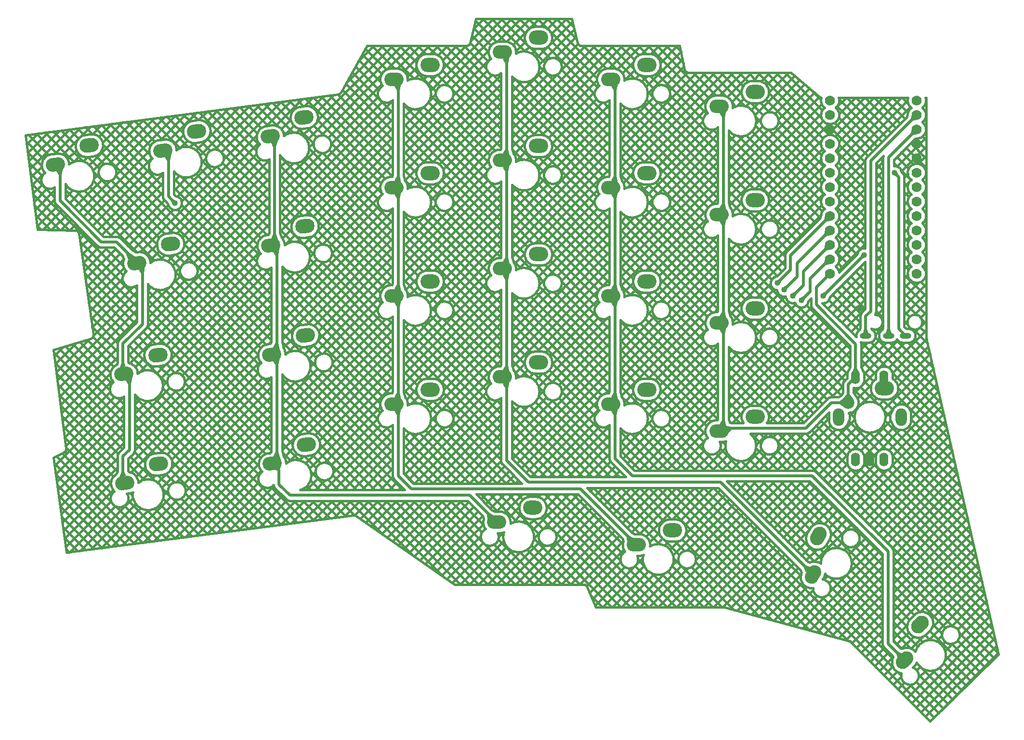
<source format=gtl>
G04 Layer: TopLayer*
G04 EasyEDA v6.5.23, 2023-04-24 17:17:17*
G04 23e7ac7152a545cbaba16701c0d6254d,351801b383604bb389f78a6fc88bd684,10*
G04 Gerber Generator version 0.2*
G04 Scale: 100 percent, Rotated: No, Reflected: No *
G04 Dimensions in inches *
G04 leading zeros omitted , absolute positions ,3 integer and 6 decimal *
%FSLAX36Y36*%
%MOIN*%

%AMMACRO1*1,1,$1,$2,$3*1,1,$1,$4,$5*20,1,$1,$2,$3,$4,$5,0*%
%ADD10C,0.0200*%
%ADD11C,0.0150*%
%ADD12MACRO1,0.0945X-0.0098X-0.017X0.0098X0.017*%
%ADD13MACRO1,0.0984X-0.0089X-0.0153X0.0089X0.0153*%
%ADD14O,0.133858X0.094488*%
%ADD15O,0.133858X0.098425*%
%ADD16MACRO1,0.0984X-0.0176X-0.0023X0.0176X0.0023*%
%ADD17MACRO1,0.0945X-0.0195X-0.0026X0.0195X0.0026*%
%ADD18MACRO1,0.0945X-0.0139X-0.0139X0.0139X0.0139*%
%ADD19MACRO1,0.0984X-0.0125X-0.0125X0.0125X0.0125*%
%ADD20C,0.0860*%
%ADD21O,0.07873999999999999X0.039369999999999995*%
%ADD22O,0.06299199999999999X0.094488*%
%ADD23O,0.07873999999999999X0.122047*%
%ADD24C,0.0700*%
%ADD25C,0.0400*%
%ADD26C,0.0119*%

%LPD*%
G36*
X-1234140Y2371520D02*
G01*
X-1256420Y2341420D01*
X-1191920Y2341400D01*
X-1214140Y2371500D01*
G37*
G36*
X-1182600Y2553460D02*
G01*
X-1197600Y2523460D01*
X-1147600Y2523460D01*
X-1162600Y2553460D01*
G37*
G36*
X-954880Y2826340D02*
G01*
X-964560Y2796340D01*
X-925200Y2796340D01*
X-934880Y2826340D01*
G37*
G36*
X-784940Y4208440D02*
G01*
X-790759Y4179620D01*
X-776620Y4165480D01*
X-747800Y4171320D01*
G37*
G36*
X-784940Y4308440D02*
G01*
X-790759Y4279620D01*
X-776620Y4265480D01*
X-747800Y4271320D01*
G37*
G36*
X-1112360Y2826340D02*
G01*
X-1122040Y2796340D01*
X-1082680Y2796340D01*
X-1092360Y2826340D01*
G37*
G36*
X-2065700Y4332180D02*
G01*
X-2113740Y4318380D01*
X-2098740Y4288380D01*
X-2078740Y4288380D01*
G37*
G36*
X-2098740Y3692860D02*
G01*
X-2113740Y3662860D01*
X-2065700Y3649080D01*
X-2078740Y3692860D01*
G37*
G36*
X-2065700Y3582180D02*
G01*
X-2113740Y3568380D01*
X-2098740Y3538380D01*
X-2078740Y3538380D01*
G37*
G36*
X-2098740Y2942860D02*
G01*
X-2113740Y2912860D01*
X-2065700Y2899060D01*
X-2078740Y2942860D01*
G37*
G36*
X-2065700Y2832180D02*
G01*
X-2113740Y2818380D01*
X-2098740Y2788380D01*
X-2078740Y2788380D01*
G37*
G36*
X-2098740Y2192860D02*
G01*
X-2113740Y2162860D01*
X-2065700Y2149060D01*
X-2078740Y2192860D01*
G37*
G36*
X-2067780Y2151020D02*
G01*
X-2053520Y2103100D01*
X-2028920Y2125620D01*
X-2034860Y2145620D01*
G37*
G36*
X-1252620Y2345220D02*
G01*
X-1282720Y2322960D01*
X-1282720Y2302960D01*
X-1252620Y2280720D01*
G37*
G36*
X-2815700Y4519680D02*
G01*
X-2863740Y4505880D01*
X-2848740Y4475880D01*
X-2828740Y4475880D01*
G37*
G36*
X-2848740Y3880360D02*
G01*
X-2863740Y3850360D01*
X-2815700Y3836580D01*
X-2828740Y3880360D01*
G37*
G36*
X-2815700Y3769680D02*
G01*
X-2863740Y3755880D01*
X-2848740Y3725880D01*
X-2828740Y3725880D01*
G37*
G36*
X-2848740Y3130380D02*
G01*
X-2863740Y3100380D01*
X-2815700Y3086580D01*
X-2828740Y3130380D01*
G37*
G36*
X-2815700Y3019700D02*
G01*
X-2863740Y3005899D01*
X-2848740Y2975899D01*
X-2828740Y2975899D01*
G37*
G36*
X-2848740Y2380360D02*
G01*
X-2863740Y2350360D01*
X-2815700Y2336560D01*
X-2828740Y2380360D01*
G37*
G36*
X-3565700Y4707180D02*
G01*
X-3613740Y4693380D01*
X-3598740Y4663380D01*
X-3578740Y4663380D01*
G37*
G36*
X-3598740Y4067860D02*
G01*
X-3613740Y4037860D01*
X-3565700Y4024080D01*
X-3578740Y4067860D01*
G37*
G36*
X-3565700Y3957180D02*
G01*
X-3613740Y3943380D01*
X-3598740Y3913380D01*
X-3578740Y3913380D01*
G37*
G36*
X-3598740Y3317880D02*
G01*
X-3613740Y3287880D01*
X-3565700Y3274080D01*
X-3578740Y3317880D01*
G37*
G36*
X-3565700Y3207200D02*
G01*
X-3613740Y3193399D01*
X-3598740Y3163399D01*
X-3578740Y3163399D01*
G37*
G36*
X-3598740Y2567860D02*
G01*
X-3613740Y2537860D01*
X-3565700Y2524060D01*
X-3578740Y2567860D01*
G37*
G36*
X-4315700Y4519680D02*
G01*
X-4363740Y4505880D01*
X-4348740Y4475880D01*
X-4328740Y4475880D01*
G37*
G36*
X-4348740Y3880360D02*
G01*
X-4363740Y3850360D01*
X-4315700Y3836560D01*
X-4328740Y3880360D01*
G37*
G36*
X-4315700Y3769680D02*
G01*
X-4363740Y3755880D01*
X-4348740Y3725880D01*
X-4328740Y3725880D01*
G37*
G36*
X-4348740Y3130360D02*
G01*
X-4363740Y3100360D01*
X-4315700Y3086580D01*
X-4328740Y3130360D01*
G37*
G36*
X-4315700Y3019680D02*
G01*
X-4363740Y3005880D01*
X-4348740Y2975880D01*
X-4328740Y2975880D01*
G37*
G36*
X-4348740Y2380360D02*
G01*
X-4363740Y2350360D01*
X-4315700Y2336560D01*
X-4328740Y2380360D01*
G37*
G36*
X-5171220Y4126960D02*
G01*
X-5218540Y4110779D01*
X-5203740Y4082480D01*
X-5183740Y4085100D01*
G37*
G36*
X-5183740Y3484460D02*
G01*
X-5203740Y3481820D01*
X-5218540Y3449620D01*
X-5169360Y3440560D01*
G37*
G36*
X-5159440Y3379880D02*
G01*
X-5203540Y3356300D01*
X-5188740Y3327980D01*
X-5168740Y3330620D01*
G37*
G36*
X-5168740Y2729960D02*
G01*
X-5188740Y2727320D01*
X-5203540Y2695120D01*
X-5156980Y2676860D01*
G37*
G36*
X-5157600Y2619560D02*
G01*
X-5203540Y2599820D01*
X-5188740Y2571500D01*
X-5168740Y2574140D01*
G37*
G36*
X-5168740Y1973480D02*
G01*
X-5188740Y1970860D01*
X-5203540Y1938660D01*
X-5155420Y1925080D01*
G37*
G36*
X-6656760Y3932919D02*
G01*
X-6703540Y3915280D01*
X-6688740Y3886980D01*
X-6668740Y3889600D01*
G37*
G36*
X-6199700Y3350720D02*
G01*
X-6224700Y3347420D01*
X-6206260Y3305080D01*
X-6160660Y3325600D01*
G37*
G36*
X-6089220Y3257020D02*
G01*
X-6133540Y3233860D01*
X-6118740Y3205560D01*
X-6098740Y3208180D01*
G37*
G36*
X-6233740Y2589760D02*
G01*
X-6253740Y2587120D01*
X-6262480Y2555720D01*
X-6223440Y2560860D01*
G37*
G36*
X-6178440Y2487120D02*
G01*
X-6223540Y2465540D01*
X-6208740Y2437220D01*
X-6188740Y2439860D01*
G37*
G36*
X-6233740Y1833280D02*
G01*
X-6253740Y1830660D01*
X-6268339Y1797140D01*
X-6218960Y1804980D01*
G37*
G36*
X-5148700Y1869680D02*
G01*
X-5192100Y1844860D01*
X-5176240Y1842900D01*
X-5156680Y1851620D01*
G37*
G36*
X-3706160Y1547880D02*
G01*
X-3723159Y1536620D01*
X-3718920Y1503440D01*
X-3677240Y1531060D01*
G37*
G36*
X-4315700Y2269680D02*
G01*
X-4363740Y2255880D01*
X-4348740Y2225880D01*
X-4328740Y2225880D01*
G37*
G36*
X-2739960Y1391399D02*
G01*
X-2756960Y1380140D01*
X-2752720Y1346960D01*
X-2711040Y1374580D01*
G37*
G36*
X-3565700Y2457180D02*
G01*
X-3613740Y2443380D01*
X-3598740Y2413380D01*
X-3578740Y2413380D01*
G37*
G36*
X-1520220Y1186140D02*
G01*
X-1530580Y1168220D01*
X-1515940Y1133560D01*
X-1487960Y1175020D01*
G37*
G36*
X-2815700Y2269680D02*
G01*
X-2863740Y2255880D01*
X-2848740Y2225880D01*
X-2828740Y2225880D01*
G37*
G36*
X-880560Y588840D02*
G01*
X-894700Y574700D01*
X-880340Y546640D01*
X-852520Y574460D01*
G37*
G36*
X-3565700Y2457180D02*
G01*
X-3613740Y2443380D01*
X-3598740Y2413380D01*
X-3578740Y2413380D01*
G37*
G36*
X-1386560Y3076960D02*
G01*
X-1400000Y3070580D01*
X-1378779Y3049380D01*
X-1372420Y3062799D01*
G37*
G36*
X-1133720Y3336880D02*
G01*
X-1140080Y3323440D01*
X-1125940Y3309300D01*
X-1112500Y3315659D01*
G37*
G36*
X-1384800Y3310059D02*
G01*
X-1391960Y3281560D01*
X-1378480Y3266760D01*
X-1349440Y3271259D01*
G37*
G36*
X-1536560Y3046960D02*
G01*
X-1550000Y3040580D01*
X-1528779Y3019380D01*
X-1522420Y3032799D01*
G37*
G36*
X-1596560Y3076960D02*
G01*
X-1610000Y3070580D01*
X-1588779Y3049380D01*
X-1582420Y3062799D01*
G37*
G36*
X-1384940Y3408440D02*
G01*
X-1390760Y3379620D01*
X-1376620Y3365480D01*
X-1347800Y3371320D01*
G37*
G36*
X-1656560Y3121960D02*
G01*
X-1670000Y3115580D01*
X-1648779Y3094380D01*
X-1642420Y3107799D01*
G37*
G36*
X-1384940Y3508440D02*
G01*
X-1390760Y3479620D01*
X-1376620Y3465480D01*
X-1347800Y3471320D01*
G37*
G36*
X-1701560Y3166960D02*
G01*
X-1715000Y3160580D01*
X-1693779Y3139380D01*
X-1687420Y3152799D01*
G37*
G36*
X-1384940Y3608440D02*
G01*
X-1390760Y3579620D01*
X-1376620Y3565480D01*
X-1347800Y3571320D01*
G37*
G36*
X-5908840Y4036440D02*
G01*
X-5953540Y4014020D01*
X-5938740Y3985720D01*
X-5918740Y3988340D01*
G37*
G36*
X-5895940Y3721960D02*
G01*
X-5910080Y3707799D01*
X-5903720Y3694380D01*
X-5882500Y3715580D01*
G37*
G36*
X-883780Y3906880D02*
G01*
X-905000Y3885659D01*
X-891560Y3879300D01*
X-877420Y3893440D01*
G37*
D10*
X-1172548Y2488524D02*
G01*
X-1224149Y2436923D01*
X-1224149Y2312925D01*
X-2118750Y2865625D02*
G01*
X-2088750Y2835625D01*
X-2088750Y2145625D01*
X-2118750Y2115625D01*
X-749951Y4206226D02*
G01*
X-944848Y4011325D01*
X-944848Y2776626D01*
X-749951Y4306226D02*
G01*
X-1068750Y3987523D01*
X-1068750Y2945625D01*
X-1102348Y2912024D01*
X-1102348Y2776626D01*
X-2118750Y4365625D02*
G01*
X-2088750Y4335625D01*
X-2088750Y3645625D01*
X-2118750Y3615625D01*
X-2118750Y3615625D02*
G01*
X-2088750Y3585625D01*
X-2088750Y2895625D01*
X-2118750Y2865625D01*
X-2118750Y2115625D02*
G01*
X-2098750Y2135625D01*
X-1518750Y2135625D01*
X-1341410Y2312964D01*
X-1224180Y2312964D01*
X-2868750Y4553125D02*
G01*
X-2838750Y4523125D01*
X-2838750Y3833125D01*
X-2868750Y3803125D01*
X-2868750Y3803125D02*
G01*
X-2838750Y3773125D01*
X-2838750Y3083125D01*
X-2868750Y3053125D01*
X-2868750Y3053125D02*
G01*
X-2838750Y3023125D01*
X-2838750Y2333125D01*
X-2868750Y2303125D01*
X-3618750Y4740625D02*
G01*
X-3588750Y4710625D01*
X-3588750Y4020625D01*
X-3618750Y3990625D01*
X-3618750Y3990625D02*
G01*
X-3588750Y3960625D01*
X-3588750Y3270625D01*
X-3618750Y3240625D01*
X-3618750Y3240625D02*
G01*
X-3588750Y3210625D01*
X-3588750Y2520625D01*
X-3618750Y2490625D01*
X-4368750Y4553125D02*
G01*
X-4338750Y4523125D01*
X-4338750Y3833125D01*
X-4368750Y3803125D01*
X-4368750Y3803125D02*
G01*
X-4338750Y3773125D01*
X-4338750Y3083125D01*
X-4368750Y3053125D01*
X-4368750Y3053125D02*
G01*
X-4338750Y3023125D01*
X-4338750Y2333125D01*
X-4368750Y2303125D01*
X-5224250Y4157725D02*
G01*
X-5193750Y4127123D01*
X-5193750Y3427424D01*
X-5219351Y3401826D01*
X-5219351Y3401826D02*
G01*
X-5178750Y3361325D01*
X-5178750Y2681626D01*
X-5214351Y2646024D01*
X-5214351Y2646024D02*
G01*
X-5178750Y2610425D01*
X-5178750Y1920925D01*
X-5209450Y1890225D01*
X-6711450Y3961923D02*
G01*
X-6678750Y3929225D01*
X-6678750Y3710625D01*
X-6393750Y3425625D01*
X-6288750Y3425625D01*
X-6148750Y3285625D01*
X-6148750Y3279524D01*
X-6148750Y3279524D02*
G01*
X-6108750Y3239423D01*
X-6108750Y2855625D01*
X-6243750Y2720625D01*
X-6243750Y2518425D01*
X-6236750Y2511426D01*
X-6236750Y2511426D02*
G01*
X-6198750Y2473425D01*
X-6198750Y1985625D01*
X-6243750Y1940625D01*
X-6243750Y1767523D01*
X-6231851Y1755625D01*
X-5209450Y1890225D02*
G01*
X-5163750Y1844524D01*
X-5163750Y1745625D01*
X-5088750Y1670625D01*
X-3843049Y1670625D01*
X-3656250Y1483825D01*
X-4368750Y2303125D02*
G01*
X-4338750Y2273125D01*
X-4338750Y1805625D01*
X-4248750Y1715625D01*
X-3078350Y1715625D01*
X-2690048Y1327323D01*
X-3618750Y2490625D02*
G01*
X-3588750Y2460625D01*
X-3588750Y1910625D01*
X-3438750Y1760625D01*
X-2108850Y1760625D01*
X-1468847Y1120625D01*
X-2868750Y2303125D02*
G01*
X-2838750Y2273125D01*
X-2838750Y1925625D01*
X-2718750Y1805625D01*
X-1473750Y1805625D01*
X-948750Y1280625D01*
X-948750Y642925D01*
X-833051Y527123D01*
X-1398750Y3050625D02*
G01*
X-1113750Y3335625D01*
X-1350000Y3306244D02*
G01*
X-1353130Y3306244D01*
X-1488750Y3170625D01*
X-1488750Y3080625D01*
X-1548750Y3020625D01*
X-1608750Y3050625D02*
G01*
X-1533750Y3125625D01*
X-1533750Y3222523D01*
X-1349951Y3406226D01*
X-1668750Y3095625D02*
G01*
X-1578750Y3185625D01*
X-1578750Y3277494D01*
X-1350000Y3506244D01*
X-1713750Y3140625D02*
G01*
X-1623750Y3230625D01*
X-1623750Y3332494D01*
X-1350000Y3606244D01*
X-5967849Y4059794D02*
G01*
X-5928750Y4020695D01*
X-5928750Y3875625D01*
X-5928750Y3740625D01*
X-5883750Y3695625D01*
X-903750Y3905625D02*
G01*
X-873750Y3875625D01*
X-873750Y2823625D01*
X-826747Y2776626D01*
X-1349951Y3206226D02*
G01*
X-1443750Y3112523D01*
X-1443750Y2990625D01*
X-1172548Y2719524D01*
X-1172548Y2488524D01*
D11*
X-1168884Y2769307D02*
G01*
X-1402721Y3003059D01*
X-1402721Y3003059D02*
G01*
X-1397983Y3002831D01*
X-1397983Y3002831D02*
G01*
X-1391878Y3003321D01*
X-1391878Y3003321D02*
G01*
X-1385885Y3004588D01*
X-1385885Y3004588D02*
G01*
X-1380104Y3006611D01*
X-1380104Y3006611D02*
G01*
X-1374629Y3009357D01*
X-1374629Y3009357D02*
G01*
X-1369549Y3012780D01*
X-1369549Y3012780D02*
G01*
X-1364950Y3016825D01*
X-1364950Y3016825D02*
G01*
X-1360905Y3021424D01*
X-1360905Y3021424D02*
G01*
X-1357482Y3026504D01*
X-1357482Y3026504D02*
G01*
X-1354736Y3031979D01*
X-1354736Y3031979D02*
G01*
X-1352713Y3037760D01*
X-1352713Y3037760D02*
G01*
X-1352056Y3040866D01*
X-1352056Y3040866D02*
G01*
X-1349362Y3046555D01*
X-1349362Y3046555D02*
G01*
X-1109680Y3286237D01*
X-1109680Y3286237D02*
G01*
X-1106550Y3287720D01*
X-1106550Y3287720D02*
G01*
X-1106550Y2961281D01*
X-1106550Y2961281D02*
G01*
X-1129078Y2938751D01*
X-1129078Y2938751D02*
G01*
X-1130916Y2936777D01*
X-1130916Y2936777D02*
G01*
X-1132610Y2934675D01*
X-1132610Y2934675D02*
G01*
X-1134148Y2932460D01*
X-1134148Y2932460D02*
G01*
X-1135525Y2930138D01*
X-1135525Y2930138D02*
G01*
X-1136733Y2927726D01*
X-1136733Y2927726D02*
G01*
X-1137766Y2925232D01*
X-1137766Y2925232D02*
G01*
X-1138617Y2922673D01*
X-1138617Y2922673D02*
G01*
X-1139285Y2920057D01*
X-1139285Y2920057D02*
G01*
X-1139764Y2917403D01*
X-1139764Y2917403D02*
G01*
X-1140052Y2914719D01*
X-1140052Y2914719D02*
G01*
X-1140149Y2912024D01*
X-1140149Y2912024D02*
G01*
X-1140149Y2830745D01*
X-1140149Y2830745D02*
G01*
X-1144042Y2818689D01*
X-1144042Y2818689D02*
G01*
X-1144921Y2818275D01*
X-1144921Y2818275D02*
G01*
X-1149956Y2815080D01*
X-1149956Y2815080D02*
G01*
X-1154551Y2811279D01*
X-1154551Y2811279D02*
G01*
X-1158633Y2806932D01*
X-1158633Y2806932D02*
G01*
X-1162138Y2802107D01*
X-1162138Y2802107D02*
G01*
X-1165011Y2796882D01*
X-1165011Y2796882D02*
G01*
X-1167206Y2791337D01*
X-1167206Y2791337D02*
G01*
X-1168689Y2785561D01*
X-1168689Y2785561D02*
G01*
X-1169436Y2779645D01*
X-1169436Y2779645D02*
G01*
X-1169436Y2773682D01*
X-1169436Y2773682D02*
G01*
X-1168884Y2769307D01*
X-1402588Y3003052D02*
G01*
X-1168890Y2769354D01*
X-1359462Y3023566D02*
G01*
X-1150514Y2814618D01*
X-1334087Y3061830D02*
G01*
X-1140149Y2867892D01*
X-1302267Y3093650D02*
G01*
X-1136603Y2927986D01*
X-1270447Y3125470D02*
G01*
X-1106550Y2961572D01*
X-1238627Y3157289D02*
G01*
X-1106550Y3025212D01*
X-1206807Y3189109D02*
G01*
X-1106550Y3088851D01*
X-1174988Y3220929D02*
G01*
X-1106550Y3152491D01*
X-1143168Y3252749D02*
G01*
X-1106550Y3216131D01*
X-1111348Y3284569D02*
G01*
X-1106550Y3279770D01*
X-1172616Y2773039D02*
G01*
X-1169436Y2776219D01*
X-1204442Y2804853D02*
G01*
X-1140149Y2869146D01*
X-1236268Y2836667D02*
G01*
X-1106550Y2966385D01*
X-1268093Y2868480D02*
G01*
X-1106550Y3030024D01*
X-1299919Y2900294D02*
G01*
X-1106550Y3093664D01*
X-1331745Y2932108D02*
G01*
X-1106550Y3157303D01*
X-1363570Y2963922D02*
G01*
X-1106550Y3220943D01*
X-1395396Y2995736D02*
G01*
X-1386721Y3004411D01*
X-1352536Y3038596D02*
G01*
X-1106550Y3284583D01*
X-6632491Y1274263D02*
G01*
X-6723480Y1932178D01*
X-6723480Y1932178D02*
G01*
X-6651317Y1968259D01*
X-6651317Y1968259D02*
G01*
X-6648458Y1969912D01*
X-6648458Y1969912D02*
G01*
X-6647464Y1970602D01*
X-6647464Y1970602D02*
G01*
X-6644917Y1972702D01*
X-6644917Y1972702D02*
G01*
X-6644050Y1973547D01*
X-6644050Y1973547D02*
G01*
X-6641883Y1976038D01*
X-6641883Y1976038D02*
G01*
X-6641167Y1977013D01*
X-6641167Y1977013D02*
G01*
X-6639167Y1980338D01*
X-6639167Y1980338D02*
G01*
X-6637792Y1983339D01*
X-6637792Y1983339D02*
G01*
X-6637380Y1984477D01*
X-6637380Y1984477D02*
G01*
X-6636518Y1987665D01*
X-6636518Y1987665D02*
G01*
X-6636300Y1988855D01*
X-6636300Y1988855D02*
G01*
X-6635974Y1992141D01*
X-6635974Y1992141D02*
G01*
X-6635954Y1993350D01*
X-6635954Y1993350D02*
G01*
X-6636173Y1996645D01*
X-6636173Y1996645D02*
G01*
X-6723182Y2678210D01*
X-6723182Y2678210D02*
G01*
X-6468327Y2753977D01*
X-6468327Y2753977D02*
G01*
X-6467056Y2754389D01*
X-6467056Y2754389D02*
G01*
X-6464126Y2755615D01*
X-6464126Y2755615D02*
G01*
X-6462940Y2756230D01*
X-6462940Y2756230D02*
G01*
X-6460252Y2757921D01*
X-6460252Y2757921D02*
G01*
X-6459183Y2758724D01*
X-6459183Y2758724D02*
G01*
X-6456810Y2760834D01*
X-6456810Y2760834D02*
G01*
X-6455888Y2761801D01*
X-6455888Y2761801D02*
G01*
X-6453895Y2764273D01*
X-6453895Y2764273D02*
G01*
X-6452097Y2767070D01*
X-6452097Y2767070D02*
G01*
X-6450675Y2769909D01*
X-6450675Y2769909D02*
G01*
X-6450177Y2771149D01*
X-6450177Y2771149D02*
G01*
X-6449242Y2774184D01*
X-6449242Y2774184D02*
G01*
X-6448955Y2775489D01*
X-6448955Y2775489D02*
G01*
X-6448532Y2778636D01*
X-6448532Y2778636D02*
G01*
X-6448464Y2779971D01*
X-6448464Y2779971D02*
G01*
X-6448565Y2783145D01*
X-6448565Y2783145D02*
G01*
X-6448717Y2784473D01*
X-6448717Y2784473D02*
G01*
X-6546217Y3481973D01*
X-6546217Y3481973D02*
G01*
X-6547208Y3486372D01*
X-6547208Y3486372D02*
G01*
X-6548909Y3490547D01*
X-6548909Y3490547D02*
G01*
X-6551275Y3494386D01*
X-6551275Y3494386D02*
G01*
X-6554240Y3497783D01*
X-6554240Y3497783D02*
G01*
X-6556407Y3499719D01*
X-6556407Y3499719D02*
G01*
X-6559148Y3501700D01*
X-6559148Y3501700D02*
G01*
X-6563145Y3503786D01*
X-6563145Y3503786D02*
G01*
X-6567431Y3505186D01*
X-6567431Y3505186D02*
G01*
X-6571889Y3505862D01*
X-6571889Y3505862D02*
G01*
X-6573018Y3505915D01*
X-6573018Y3505915D02*
G01*
X-6834192Y3512788D01*
X-6834192Y3512788D02*
G01*
X-6917662Y4166636D01*
X-6917662Y4166636D02*
G01*
X-4755162Y4448057D01*
X-4755162Y4448057D02*
G01*
X-4751512Y4448788D01*
X-4751512Y4448788D02*
G01*
X-4747275Y4450328D01*
X-4747275Y4450328D02*
G01*
X-4742702Y4452997D01*
X-4742702Y4452997D02*
G01*
X-4739467Y4455629D01*
X-4739467Y4455629D02*
G01*
X-4736956Y4458377D01*
X-4736956Y4458377D02*
G01*
X-4734448Y4462124D01*
X-4734448Y4462124D02*
G01*
X-4554892Y4785324D01*
X-4554892Y4785324D02*
G01*
X-3866250Y4785324D01*
X-3866250Y4785324D02*
G01*
X-3861588Y4785725D01*
X-3861588Y4785725D02*
G01*
X-3857224Y4786860D01*
X-3857224Y4786860D02*
G01*
X-3853107Y4788696D01*
X-3853107Y4788696D02*
G01*
X-3849347Y4791186D01*
X-3849347Y4791186D02*
G01*
X-3845449Y4794770D01*
X-3845449Y4794770D02*
G01*
X-3842724Y4798362D01*
X-3842724Y4798362D02*
G01*
X-3840628Y4802354D01*
X-3840628Y4802354D02*
G01*
X-3839217Y4806637D01*
X-3839217Y4806637D02*
G01*
X-3799332Y4972824D01*
X-3799332Y4972824D02*
G01*
X-3138167Y4972824D01*
X-3138167Y4972824D02*
G01*
X-3098282Y4806637D01*
X-3098282Y4806637D02*
G01*
X-3096804Y4802198D01*
X-3096804Y4802198D02*
G01*
X-3094683Y4798219D01*
X-3094683Y4798219D02*
G01*
X-3091936Y4794644D01*
X-3091936Y4794644D02*
G01*
X-3088638Y4791569D01*
X-3088638Y4791569D02*
G01*
X-3084243Y4788615D01*
X-3084243Y4788615D02*
G01*
X-3080114Y4786804D01*
X-3080114Y4786804D02*
G01*
X-3075743Y4785697D01*
X-3075743Y4785697D02*
G01*
X-3071250Y4785324D01*
X-3071250Y4785324D02*
G01*
X-2389040Y4785324D01*
X-2389040Y4785324D02*
G01*
X-2356010Y4620173D01*
X-2356010Y4620173D02*
G01*
X-2354763Y4615839D01*
X-2354763Y4615839D02*
G01*
X-2352821Y4611770D01*
X-2352821Y4611770D02*
G01*
X-2350235Y4608077D01*
X-2350235Y4608077D02*
G01*
X-2347076Y4604859D01*
X-2347076Y4604859D02*
G01*
X-2345518Y4603581D01*
X-2345518Y4603581D02*
G01*
X-2342346Y4601451D01*
X-2342346Y4601451D02*
G01*
X-2338265Y4599536D01*
X-2338265Y4599536D02*
G01*
X-2333923Y4598319D01*
X-2333923Y4598319D02*
G01*
X-2329441Y4597833D01*
X-2329441Y4597833D02*
G01*
X-2328750Y4597824D01*
X-2328750Y4597824D02*
G01*
X-1618985Y4597824D01*
X-1618985Y4597824D02*
G01*
X-1424277Y4431962D01*
X-1424277Y4431962D02*
G01*
X-1420615Y4429331D01*
X-1420615Y4429331D02*
G01*
X-1416570Y4427340D01*
X-1416570Y4427340D02*
G01*
X-1415114Y4426804D01*
X-1415114Y4426804D02*
G01*
X-1410743Y4425697D01*
X-1410743Y4425697D02*
G01*
X-1409673Y4425608D01*
X-1409673Y4425608D02*
G01*
X-1411224Y4420222D01*
X-1411224Y4420222D02*
G01*
X-1412404Y4413279D01*
X-1412404Y4413279D02*
G01*
X-1412799Y4406248D01*
X-1412799Y4406248D02*
G01*
X-1412404Y4399217D01*
X-1412404Y4399217D02*
G01*
X-1411224Y4392274D01*
X-1411224Y4392274D02*
G01*
X-1409275Y4385506D01*
X-1409275Y4385506D02*
G01*
X-1406580Y4379000D01*
X-1406580Y4379000D02*
G01*
X-1403173Y4372836D01*
X-1403173Y4372836D02*
G01*
X-1399098Y4367093D01*
X-1399098Y4367093D02*
G01*
X-1394405Y4361842D01*
X-1394405Y4361842D02*
G01*
X-1389154Y4357149D01*
X-1389154Y4357149D02*
G01*
X-1387884Y4356248D01*
X-1387884Y4356248D02*
G01*
X-1389154Y4355347D01*
X-1389154Y4355347D02*
G01*
X-1394405Y4350654D01*
X-1394405Y4350654D02*
G01*
X-1399097Y4345403D01*
X-1399097Y4345403D02*
G01*
X-1403173Y4339660D01*
X-1403173Y4339660D02*
G01*
X-1406579Y4333496D01*
X-1406579Y4333496D02*
G01*
X-1409274Y4326990D01*
X-1409274Y4326990D02*
G01*
X-1411224Y4320222D01*
X-1411224Y4320222D02*
G01*
X-1412404Y4313279D01*
X-1412404Y4313279D02*
G01*
X-1412799Y4306248D01*
X-1412799Y4306248D02*
G01*
X-1412404Y4299217D01*
X-1412404Y4299217D02*
G01*
X-1411224Y4292274D01*
X-1411224Y4292274D02*
G01*
X-1409274Y4285506D01*
X-1409274Y4285506D02*
G01*
X-1406579Y4279000D01*
X-1406579Y4279000D02*
G01*
X-1403173Y4272836D01*
X-1403173Y4272836D02*
G01*
X-1399097Y4267093D01*
X-1399097Y4267093D02*
G01*
X-1394405Y4261842D01*
X-1394405Y4261842D02*
G01*
X-1389154Y4257149D01*
X-1389154Y4257149D02*
G01*
X-1383410Y4253074D01*
X-1383410Y4253074D02*
G01*
X-1377246Y4249667D01*
X-1377246Y4249667D02*
G01*
X-1370740Y4246972D01*
X-1370740Y4246972D02*
G01*
X-1363973Y4245023D01*
X-1363973Y4245023D02*
G01*
X-1357030Y4243843D01*
X-1357030Y4243843D02*
G01*
X-1349998Y4243448D01*
X-1349998Y4243448D02*
G01*
X-1342967Y4243843D01*
X-1342967Y4243843D02*
G01*
X-1336024Y4245023D01*
X-1336024Y4245023D02*
G01*
X-1329257Y4246972D01*
X-1329257Y4246972D02*
G01*
X-1322751Y4249667D01*
X-1322751Y4249667D02*
G01*
X-1316587Y4253074D01*
X-1316587Y4253074D02*
G01*
X-1310843Y4257149D01*
X-1310843Y4257149D02*
G01*
X-1305592Y4261842D01*
X-1305592Y4261842D02*
G01*
X-1300900Y4267093D01*
X-1300900Y4267093D02*
G01*
X-1296824Y4272836D01*
X-1296824Y4272836D02*
G01*
X-1293418Y4279000D01*
X-1293418Y4279000D02*
G01*
X-1290723Y4285506D01*
X-1290723Y4285506D02*
G01*
X-1288773Y4292274D01*
X-1288773Y4292274D02*
G01*
X-1287593Y4299217D01*
X-1287593Y4299217D02*
G01*
X-1287199Y4306248D01*
X-1287199Y4306248D02*
G01*
X-1287593Y4313279D01*
X-1287593Y4313279D02*
G01*
X-1288773Y4320222D01*
X-1288773Y4320222D02*
G01*
X-1290723Y4326990D01*
X-1290723Y4326990D02*
G01*
X-1293418Y4333496D01*
X-1293418Y4333496D02*
G01*
X-1296824Y4339660D01*
X-1296824Y4339660D02*
G01*
X-1300900Y4345403D01*
X-1300900Y4345403D02*
G01*
X-1305592Y4350654D01*
X-1305592Y4350654D02*
G01*
X-1310843Y4355347D01*
X-1310843Y4355347D02*
G01*
X-1312113Y4356248D01*
X-1312113Y4356248D02*
G01*
X-1310844Y4357149D01*
X-1310844Y4357149D02*
G01*
X-1305593Y4361842D01*
X-1305593Y4361842D02*
G01*
X-1300900Y4367093D01*
X-1300900Y4367093D02*
G01*
X-1296825Y4372836D01*
X-1296825Y4372836D02*
G01*
X-1293418Y4379000D01*
X-1293418Y4379000D02*
G01*
X-1290723Y4385506D01*
X-1290723Y4385506D02*
G01*
X-1288773Y4392274D01*
X-1288773Y4392274D02*
G01*
X-1287594Y4399217D01*
X-1287594Y4399217D02*
G01*
X-1287199Y4406248D01*
X-1287199Y4406248D02*
G01*
X-1287594Y4413279D01*
X-1287594Y4413279D02*
G01*
X-1288773Y4420222D01*
X-1288773Y4420222D02*
G01*
X-1290243Y4425324D01*
X-1290243Y4425324D02*
G01*
X-809754Y4425324D01*
X-809754Y4425324D02*
G01*
X-811224Y4420222D01*
X-811224Y4420222D02*
G01*
X-812404Y4413279D01*
X-812404Y4413279D02*
G01*
X-812799Y4406248D01*
X-812799Y4406248D02*
G01*
X-812404Y4399216D01*
X-812404Y4399216D02*
G01*
X-811224Y4392273D01*
X-811224Y4392273D02*
G01*
X-809275Y4385506D01*
X-809275Y4385506D02*
G01*
X-806580Y4379000D01*
X-806580Y4379000D02*
G01*
X-803173Y4372836D01*
X-803173Y4372836D02*
G01*
X-799098Y4367092D01*
X-799098Y4367092D02*
G01*
X-794405Y4361841D01*
X-794405Y4361841D02*
G01*
X-789154Y4357148D01*
X-789154Y4357148D02*
G01*
X-787884Y4356248D01*
X-787884Y4356248D02*
G01*
X-789154Y4355347D01*
X-789154Y4355347D02*
G01*
X-794405Y4350654D01*
X-794405Y4350654D02*
G01*
X-799098Y4345403D01*
X-799098Y4345403D02*
G01*
X-803173Y4339659D01*
X-803173Y4339659D02*
G01*
X-806580Y4333495D01*
X-806580Y4333495D02*
G01*
X-809275Y4326989D01*
X-809275Y4326989D02*
G01*
X-811224Y4320222D01*
X-811224Y4320222D02*
G01*
X-812404Y4313279D01*
X-812404Y4313279D02*
G01*
X-812439Y4312664D01*
X-812439Y4312664D02*
G01*
X-816363Y4293283D01*
X-816363Y4293283D02*
G01*
X-1095474Y4014256D01*
X-1095474Y4014256D02*
G01*
X-1097317Y4012277D01*
X-1097317Y4012277D02*
G01*
X-1099007Y4010181D01*
X-1099007Y4010181D02*
G01*
X-1100549Y4007960D01*
X-1100549Y4007960D02*
G01*
X-1101923Y4005644D01*
X-1101923Y4005644D02*
G01*
X-1103134Y4003226D01*
X-1103134Y4003226D02*
G01*
X-1104164Y4000739D01*
X-1104164Y4000739D02*
G01*
X-1105018Y3998173D01*
X-1105018Y3998173D02*
G01*
X-1105684Y3995564D01*
X-1105684Y3995564D02*
G01*
X-1106165Y3992903D01*
X-1106165Y3992903D02*
G01*
X-1106453Y3990226D01*
X-1106453Y3990226D02*
G01*
X-1106550Y3987523D01*
X-1106550Y3987523D02*
G01*
X-1106550Y3382817D01*
X-1106550Y3382817D02*
G01*
X-1111452Y3383369D01*
X-1111452Y3383369D02*
G01*
X-1117576Y3383271D01*
X-1117576Y3383271D02*
G01*
X-1123638Y3382390D01*
X-1123638Y3382390D02*
G01*
X-1129537Y3380742D01*
X-1129537Y3380742D02*
G01*
X-1135177Y3378353D01*
X-1135177Y3378353D02*
G01*
X-1140465Y3375262D01*
X-1140465Y3375262D02*
G01*
X-1145314Y3371520D01*
X-1145314Y3371520D02*
G01*
X-1149645Y3367189D01*
X-1149645Y3367189D02*
G01*
X-1153387Y3362340D01*
X-1153387Y3362340D02*
G01*
X-1156478Y3357052D01*
X-1156478Y3357052D02*
G01*
X-1158867Y3351412D01*
X-1158867Y3351412D02*
G01*
X-1160515Y3345513D01*
X-1160515Y3345513D02*
G01*
X-1160575Y3345102D01*
X-1160575Y3345102D02*
G01*
X-1163137Y3339694D01*
X-1163137Y3339694D02*
G01*
X-1287878Y3214953D01*
X-1287878Y3214953D02*
G01*
X-1288773Y3220222D01*
X-1288773Y3220222D02*
G01*
X-1290723Y3226989D01*
X-1290723Y3226989D02*
G01*
X-1293418Y3233495D01*
X-1293418Y3233495D02*
G01*
X-1296825Y3239659D01*
X-1296825Y3239659D02*
G01*
X-1300900Y3245403D01*
X-1300900Y3245403D02*
G01*
X-1305593Y3250654D01*
X-1305593Y3250654D02*
G01*
X-1310844Y3255347D01*
X-1310844Y3255347D02*
G01*
X-1312113Y3256247D01*
X-1312113Y3256247D02*
G01*
X-1310843Y3257148D01*
X-1310843Y3257148D02*
G01*
X-1305592Y3261841D01*
X-1305592Y3261841D02*
G01*
X-1300900Y3267092D01*
X-1300900Y3267092D02*
G01*
X-1296824Y3272836D01*
X-1296824Y3272836D02*
G01*
X-1293418Y3279000D01*
X-1293418Y3279000D02*
G01*
X-1290723Y3285506D01*
X-1290723Y3285506D02*
G01*
X-1288773Y3292273D01*
X-1288773Y3292273D02*
G01*
X-1287593Y3299216D01*
X-1287593Y3299216D02*
G01*
X-1287199Y3306248D01*
X-1287199Y3306248D02*
G01*
X-1287593Y3313279D01*
X-1287593Y3313279D02*
G01*
X-1288773Y3320222D01*
X-1288773Y3320222D02*
G01*
X-1290723Y3326989D01*
X-1290723Y3326989D02*
G01*
X-1293418Y3333495D01*
X-1293418Y3333495D02*
G01*
X-1296824Y3339659D01*
X-1296824Y3339659D02*
G01*
X-1300900Y3345403D01*
X-1300900Y3345403D02*
G01*
X-1305592Y3350654D01*
X-1305592Y3350654D02*
G01*
X-1310843Y3355347D01*
X-1310843Y3355347D02*
G01*
X-1312113Y3356248D01*
X-1312113Y3356248D02*
G01*
X-1310844Y3357148D01*
X-1310844Y3357148D02*
G01*
X-1305593Y3361841D01*
X-1305593Y3361841D02*
G01*
X-1300900Y3367092D01*
X-1300900Y3367092D02*
G01*
X-1296825Y3372836D01*
X-1296825Y3372836D02*
G01*
X-1293418Y3379000D01*
X-1293418Y3379000D02*
G01*
X-1290723Y3385506D01*
X-1290723Y3385506D02*
G01*
X-1288773Y3392273D01*
X-1288773Y3392273D02*
G01*
X-1287594Y3399216D01*
X-1287594Y3399216D02*
G01*
X-1287199Y3406248D01*
X-1287199Y3406248D02*
G01*
X-1287594Y3413279D01*
X-1287594Y3413279D02*
G01*
X-1288773Y3420222D01*
X-1288773Y3420222D02*
G01*
X-1290723Y3426989D01*
X-1290723Y3426989D02*
G01*
X-1293418Y3433495D01*
X-1293418Y3433495D02*
G01*
X-1296825Y3439659D01*
X-1296825Y3439659D02*
G01*
X-1300900Y3445403D01*
X-1300900Y3445403D02*
G01*
X-1305593Y3450654D01*
X-1305593Y3450654D02*
G01*
X-1310844Y3455347D01*
X-1310844Y3455347D02*
G01*
X-1312113Y3456247D01*
X-1312113Y3456247D02*
G01*
X-1310843Y3457148D01*
X-1310843Y3457148D02*
G01*
X-1305592Y3461840D01*
X-1305592Y3461840D02*
G01*
X-1300900Y3467091D01*
X-1300900Y3467091D02*
G01*
X-1296824Y3472835D01*
X-1296824Y3472835D02*
G01*
X-1293418Y3478999D01*
X-1293418Y3478999D02*
G01*
X-1290723Y3485505D01*
X-1290723Y3485505D02*
G01*
X-1288773Y3492272D01*
X-1288773Y3492272D02*
G01*
X-1287593Y3499215D01*
X-1287593Y3499215D02*
G01*
X-1287199Y3506246D01*
X-1287199Y3506246D02*
G01*
X-1287593Y3513278D01*
X-1287593Y3513278D02*
G01*
X-1288773Y3520221D01*
X-1288773Y3520221D02*
G01*
X-1290723Y3526988D01*
X-1290723Y3526988D02*
G01*
X-1293418Y3533494D01*
X-1293418Y3533494D02*
G01*
X-1296824Y3539658D01*
X-1296824Y3539658D02*
G01*
X-1300900Y3545402D01*
X-1300900Y3545402D02*
G01*
X-1305592Y3550653D01*
X-1305592Y3550653D02*
G01*
X-1310843Y3555345D01*
X-1310843Y3555345D02*
G01*
X-1312114Y3556247D01*
X-1312114Y3556247D02*
G01*
X-1310844Y3557148D01*
X-1310844Y3557148D02*
G01*
X-1305593Y3561841D01*
X-1305593Y3561841D02*
G01*
X-1300900Y3567092D01*
X-1300900Y3567092D02*
G01*
X-1296825Y3572836D01*
X-1296825Y3572836D02*
G01*
X-1293418Y3579000D01*
X-1293418Y3579000D02*
G01*
X-1290723Y3585506D01*
X-1290723Y3585506D02*
G01*
X-1288773Y3592273D01*
X-1288773Y3592273D02*
G01*
X-1287594Y3599216D01*
X-1287594Y3599216D02*
G01*
X-1287199Y3606248D01*
X-1287199Y3606248D02*
G01*
X-1287594Y3613279D01*
X-1287594Y3613279D02*
G01*
X-1288773Y3620222D01*
X-1288773Y3620222D02*
G01*
X-1290723Y3626989D01*
X-1290723Y3626989D02*
G01*
X-1293418Y3633495D01*
X-1293418Y3633495D02*
G01*
X-1296825Y3639659D01*
X-1296825Y3639659D02*
G01*
X-1300900Y3645403D01*
X-1300900Y3645403D02*
G01*
X-1305593Y3650654D01*
X-1305593Y3650654D02*
G01*
X-1310844Y3655347D01*
X-1310844Y3655347D02*
G01*
X-1312114Y3656248D01*
X-1312114Y3656248D02*
G01*
X-1310844Y3657148D01*
X-1310844Y3657148D02*
G01*
X-1305593Y3661841D01*
X-1305593Y3661841D02*
G01*
X-1300900Y3667092D01*
X-1300900Y3667092D02*
G01*
X-1296825Y3672836D01*
X-1296825Y3672836D02*
G01*
X-1293419Y3679000D01*
X-1293419Y3679000D02*
G01*
X-1290724Y3685506D01*
X-1290724Y3685506D02*
G01*
X-1288774Y3692273D01*
X-1288774Y3692273D02*
G01*
X-1287594Y3699216D01*
X-1287594Y3699216D02*
G01*
X-1287199Y3706248D01*
X-1287199Y3706248D02*
G01*
X-1287594Y3713279D01*
X-1287594Y3713279D02*
G01*
X-1288774Y3720222D01*
X-1288774Y3720222D02*
G01*
X-1290724Y3726989D01*
X-1290724Y3726989D02*
G01*
X-1293419Y3733495D01*
X-1293419Y3733495D02*
G01*
X-1296825Y3739659D01*
X-1296825Y3739659D02*
G01*
X-1300900Y3745403D01*
X-1300900Y3745403D02*
G01*
X-1305593Y3750654D01*
X-1305593Y3750654D02*
G01*
X-1310844Y3755347D01*
X-1310844Y3755347D02*
G01*
X-1312114Y3756247D01*
X-1312114Y3756247D02*
G01*
X-1310844Y3757148D01*
X-1310844Y3757148D02*
G01*
X-1305593Y3761841D01*
X-1305593Y3761841D02*
G01*
X-1300900Y3767092D01*
X-1300900Y3767092D02*
G01*
X-1296825Y3772836D01*
X-1296825Y3772836D02*
G01*
X-1293418Y3779000D01*
X-1293418Y3779000D02*
G01*
X-1290723Y3785506D01*
X-1290723Y3785506D02*
G01*
X-1288773Y3792273D01*
X-1288773Y3792273D02*
G01*
X-1287594Y3799216D01*
X-1287594Y3799216D02*
G01*
X-1287199Y3806248D01*
X-1287199Y3806248D02*
G01*
X-1287594Y3813279D01*
X-1287594Y3813279D02*
G01*
X-1288773Y3820222D01*
X-1288773Y3820222D02*
G01*
X-1290723Y3826989D01*
X-1290723Y3826989D02*
G01*
X-1293418Y3833495D01*
X-1293418Y3833495D02*
G01*
X-1296825Y3839659D01*
X-1296825Y3839659D02*
G01*
X-1300900Y3845403D01*
X-1300900Y3845403D02*
G01*
X-1305593Y3850654D01*
X-1305593Y3850654D02*
G01*
X-1310844Y3855347D01*
X-1310844Y3855347D02*
G01*
X-1312114Y3856248D01*
X-1312114Y3856248D02*
G01*
X-1310844Y3857148D01*
X-1310844Y3857148D02*
G01*
X-1305593Y3861841D01*
X-1305593Y3861841D02*
G01*
X-1300900Y3867092D01*
X-1300900Y3867092D02*
G01*
X-1296825Y3872836D01*
X-1296825Y3872836D02*
G01*
X-1293418Y3879000D01*
X-1293418Y3879000D02*
G01*
X-1290723Y3885506D01*
X-1290723Y3885506D02*
G01*
X-1288773Y3892273D01*
X-1288773Y3892273D02*
G01*
X-1287594Y3899216D01*
X-1287594Y3899216D02*
G01*
X-1287199Y3906248D01*
X-1287199Y3906248D02*
G01*
X-1287594Y3913279D01*
X-1287594Y3913279D02*
G01*
X-1288773Y3920222D01*
X-1288773Y3920222D02*
G01*
X-1290723Y3926989D01*
X-1290723Y3926989D02*
G01*
X-1293418Y3933495D01*
X-1293418Y3933495D02*
G01*
X-1296825Y3939659D01*
X-1296825Y3939659D02*
G01*
X-1300900Y3945403D01*
X-1300900Y3945403D02*
G01*
X-1305593Y3950654D01*
X-1305593Y3950654D02*
G01*
X-1310844Y3955347D01*
X-1310844Y3955347D02*
G01*
X-1312114Y3956248D01*
X-1312114Y3956248D02*
G01*
X-1310844Y3957148D01*
X-1310844Y3957148D02*
G01*
X-1305593Y3961841D01*
X-1305593Y3961841D02*
G01*
X-1300900Y3967092D01*
X-1300900Y3967092D02*
G01*
X-1296825Y3972836D01*
X-1296825Y3972836D02*
G01*
X-1293418Y3979000D01*
X-1293418Y3979000D02*
G01*
X-1290723Y3985506D01*
X-1290723Y3985506D02*
G01*
X-1288773Y3992273D01*
X-1288773Y3992273D02*
G01*
X-1287594Y3999216D01*
X-1287594Y3999216D02*
G01*
X-1287199Y4006248D01*
X-1287199Y4006248D02*
G01*
X-1287594Y4013279D01*
X-1287594Y4013279D02*
G01*
X-1288773Y4020222D01*
X-1288773Y4020222D02*
G01*
X-1290723Y4026989D01*
X-1290723Y4026989D02*
G01*
X-1293418Y4033495D01*
X-1293418Y4033495D02*
G01*
X-1296825Y4039659D01*
X-1296825Y4039659D02*
G01*
X-1300900Y4045403D01*
X-1300900Y4045403D02*
G01*
X-1305593Y4050654D01*
X-1305593Y4050654D02*
G01*
X-1310844Y4055347D01*
X-1310844Y4055347D02*
G01*
X-1312114Y4056248D01*
X-1312114Y4056248D02*
G01*
X-1310844Y4057149D01*
X-1310844Y4057149D02*
G01*
X-1305593Y4061842D01*
X-1305593Y4061842D02*
G01*
X-1300900Y4067093D01*
X-1300900Y4067093D02*
G01*
X-1296825Y4072836D01*
X-1296825Y4072836D02*
G01*
X-1293418Y4079000D01*
X-1293418Y4079000D02*
G01*
X-1290723Y4085506D01*
X-1290723Y4085506D02*
G01*
X-1288773Y4092274D01*
X-1288773Y4092274D02*
G01*
X-1287594Y4099217D01*
X-1287594Y4099217D02*
G01*
X-1287199Y4106248D01*
X-1287199Y4106248D02*
G01*
X-1287594Y4113279D01*
X-1287594Y4113279D02*
G01*
X-1288773Y4120222D01*
X-1288773Y4120222D02*
G01*
X-1290723Y4126990D01*
X-1290723Y4126990D02*
G01*
X-1293418Y4133496D01*
X-1293418Y4133496D02*
G01*
X-1296825Y4139660D01*
X-1296825Y4139660D02*
G01*
X-1300900Y4145403D01*
X-1300900Y4145403D02*
G01*
X-1305593Y4150654D01*
X-1305593Y4150654D02*
G01*
X-1310844Y4155347D01*
X-1310844Y4155347D02*
G01*
X-1316587Y4159422D01*
X-1316587Y4159422D02*
G01*
X-1322751Y4162829D01*
X-1322751Y4162829D02*
G01*
X-1329257Y4165524D01*
X-1329257Y4165524D02*
G01*
X-1336025Y4167474D01*
X-1336025Y4167474D02*
G01*
X-1342968Y4168653D01*
X-1342968Y4168653D02*
G01*
X-1349999Y4169048D01*
X-1349999Y4169048D02*
G01*
X-1357030Y4168653D01*
X-1357030Y4168653D02*
G01*
X-1363973Y4167474D01*
X-1363973Y4167474D02*
G01*
X-1370740Y4165524D01*
X-1370740Y4165524D02*
G01*
X-1377247Y4162829D01*
X-1377247Y4162829D02*
G01*
X-1383411Y4159422D01*
X-1383411Y4159422D02*
G01*
X-1389154Y4155347D01*
X-1389154Y4155347D02*
G01*
X-1394405Y4150654D01*
X-1394405Y4150654D02*
G01*
X-1399098Y4145403D01*
X-1399098Y4145403D02*
G01*
X-1403173Y4139660D01*
X-1403173Y4139660D02*
G01*
X-1406580Y4133496D01*
X-1406580Y4133496D02*
G01*
X-1409275Y4126990D01*
X-1409275Y4126990D02*
G01*
X-1411224Y4120222D01*
X-1411224Y4120222D02*
G01*
X-1412404Y4113279D01*
X-1412404Y4113279D02*
G01*
X-1412799Y4106248D01*
X-1412799Y4106248D02*
G01*
X-1412404Y4099217D01*
X-1412404Y4099217D02*
G01*
X-1411224Y4092274D01*
X-1411224Y4092274D02*
G01*
X-1409275Y4085506D01*
X-1409275Y4085506D02*
G01*
X-1406580Y4079000D01*
X-1406580Y4079000D02*
G01*
X-1403173Y4072836D01*
X-1403173Y4072836D02*
G01*
X-1399098Y4067093D01*
X-1399098Y4067093D02*
G01*
X-1394405Y4061842D01*
X-1394405Y4061842D02*
G01*
X-1389154Y4057149D01*
X-1389154Y4057149D02*
G01*
X-1387884Y4056248D01*
X-1387884Y4056248D02*
G01*
X-1389154Y4055347D01*
X-1389154Y4055347D02*
G01*
X-1394405Y4050654D01*
X-1394405Y4050654D02*
G01*
X-1399098Y4045403D01*
X-1399098Y4045403D02*
G01*
X-1403173Y4039659D01*
X-1403173Y4039659D02*
G01*
X-1406580Y4033495D01*
X-1406580Y4033495D02*
G01*
X-1409275Y4026989D01*
X-1409275Y4026989D02*
G01*
X-1411224Y4020222D01*
X-1411224Y4020222D02*
G01*
X-1412404Y4013279D01*
X-1412404Y4013279D02*
G01*
X-1412799Y4006248D01*
X-1412799Y4006248D02*
G01*
X-1412404Y3999216D01*
X-1412404Y3999216D02*
G01*
X-1411224Y3992273D01*
X-1411224Y3992273D02*
G01*
X-1409275Y3985506D01*
X-1409275Y3985506D02*
G01*
X-1406580Y3979000D01*
X-1406580Y3979000D02*
G01*
X-1403173Y3972836D01*
X-1403173Y3972836D02*
G01*
X-1399098Y3967092D01*
X-1399098Y3967092D02*
G01*
X-1394405Y3961841D01*
X-1394405Y3961841D02*
G01*
X-1389154Y3957148D01*
X-1389154Y3957148D02*
G01*
X-1387884Y3956248D01*
X-1387884Y3956248D02*
G01*
X-1389154Y3955347D01*
X-1389154Y3955347D02*
G01*
X-1394405Y3950654D01*
X-1394405Y3950654D02*
G01*
X-1399098Y3945403D01*
X-1399098Y3945403D02*
G01*
X-1403173Y3939659D01*
X-1403173Y3939659D02*
G01*
X-1406580Y3933495D01*
X-1406580Y3933495D02*
G01*
X-1409275Y3926989D01*
X-1409275Y3926989D02*
G01*
X-1411224Y3920222D01*
X-1411224Y3920222D02*
G01*
X-1412404Y3913279D01*
X-1412404Y3913279D02*
G01*
X-1412799Y3906248D01*
X-1412799Y3906248D02*
G01*
X-1412404Y3899216D01*
X-1412404Y3899216D02*
G01*
X-1411224Y3892273D01*
X-1411224Y3892273D02*
G01*
X-1409275Y3885506D01*
X-1409275Y3885506D02*
G01*
X-1406580Y3879000D01*
X-1406580Y3879000D02*
G01*
X-1403173Y3872836D01*
X-1403173Y3872836D02*
G01*
X-1399098Y3867092D01*
X-1399098Y3867092D02*
G01*
X-1394405Y3861841D01*
X-1394405Y3861841D02*
G01*
X-1389154Y3857148D01*
X-1389154Y3857148D02*
G01*
X-1387884Y3856248D01*
X-1387884Y3856248D02*
G01*
X-1389154Y3855347D01*
X-1389154Y3855347D02*
G01*
X-1394405Y3850654D01*
X-1394405Y3850654D02*
G01*
X-1399098Y3845403D01*
X-1399098Y3845403D02*
G01*
X-1403173Y3839659D01*
X-1403173Y3839659D02*
G01*
X-1406580Y3833495D01*
X-1406580Y3833495D02*
G01*
X-1409275Y3826989D01*
X-1409275Y3826989D02*
G01*
X-1411224Y3820222D01*
X-1411224Y3820222D02*
G01*
X-1412404Y3813279D01*
X-1412404Y3813279D02*
G01*
X-1412799Y3806248D01*
X-1412799Y3806248D02*
G01*
X-1412404Y3799216D01*
X-1412404Y3799216D02*
G01*
X-1411224Y3792273D01*
X-1411224Y3792273D02*
G01*
X-1409275Y3785506D01*
X-1409275Y3785506D02*
G01*
X-1406580Y3779000D01*
X-1406580Y3779000D02*
G01*
X-1403173Y3772836D01*
X-1403173Y3772836D02*
G01*
X-1399098Y3767092D01*
X-1399098Y3767092D02*
G01*
X-1394405Y3761841D01*
X-1394405Y3761841D02*
G01*
X-1389154Y3757148D01*
X-1389154Y3757148D02*
G01*
X-1387885Y3756248D01*
X-1387885Y3756248D02*
G01*
X-1389155Y3755347D01*
X-1389155Y3755347D02*
G01*
X-1394406Y3750654D01*
X-1394406Y3750654D02*
G01*
X-1399099Y3745403D01*
X-1399099Y3745403D02*
G01*
X-1403174Y3739659D01*
X-1403174Y3739659D02*
G01*
X-1406580Y3733495D01*
X-1406580Y3733495D02*
G01*
X-1409275Y3726989D01*
X-1409275Y3726989D02*
G01*
X-1411225Y3720222D01*
X-1411225Y3720222D02*
G01*
X-1412405Y3713279D01*
X-1412405Y3713279D02*
G01*
X-1412800Y3706248D01*
X-1412800Y3706248D02*
G01*
X-1412405Y3699216D01*
X-1412405Y3699216D02*
G01*
X-1411225Y3692273D01*
X-1411225Y3692273D02*
G01*
X-1409275Y3685506D01*
X-1409275Y3685506D02*
G01*
X-1406580Y3679000D01*
X-1406580Y3679000D02*
G01*
X-1403174Y3672836D01*
X-1403174Y3672836D02*
G01*
X-1399099Y3667092D01*
X-1399099Y3667092D02*
G01*
X-1394406Y3661841D01*
X-1394406Y3661841D02*
G01*
X-1389155Y3657148D01*
X-1389155Y3657148D02*
G01*
X-1387885Y3656247D01*
X-1387885Y3656247D02*
G01*
X-1389154Y3655347D01*
X-1389154Y3655347D02*
G01*
X-1394405Y3650654D01*
X-1394405Y3650654D02*
G01*
X-1399098Y3645403D01*
X-1399098Y3645403D02*
G01*
X-1403173Y3639659D01*
X-1403173Y3639659D02*
G01*
X-1406580Y3633495D01*
X-1406580Y3633495D02*
G01*
X-1409275Y3626989D01*
X-1409275Y3626989D02*
G01*
X-1411224Y3620222D01*
X-1411224Y3620222D02*
G01*
X-1412404Y3613279D01*
X-1412404Y3613279D02*
G01*
X-1412439Y3612664D01*
X-1412439Y3612664D02*
G01*
X-1416349Y3593353D01*
X-1416349Y3593353D02*
G01*
X-1650478Y3359223D01*
X-1650478Y3359223D02*
G01*
X-1652317Y3357248D01*
X-1652317Y3357248D02*
G01*
X-1654010Y3355147D01*
X-1654010Y3355147D02*
G01*
X-1655549Y3352931D01*
X-1655549Y3352931D02*
G01*
X-1656926Y3350610D01*
X-1656926Y3350610D02*
G01*
X-1658134Y3348197D01*
X-1658134Y3348197D02*
G01*
X-1659166Y3345704D01*
X-1659166Y3345704D02*
G01*
X-1660018Y3343144D01*
X-1660018Y3343144D02*
G01*
X-1660686Y3340529D01*
X-1660686Y3340529D02*
G01*
X-1661165Y3337874D01*
X-1661165Y3337874D02*
G01*
X-1661453Y3335191D01*
X-1661453Y3335191D02*
G01*
X-1661550Y3332494D01*
X-1661550Y3332494D02*
G01*
X-1661550Y3246282D01*
X-1661550Y3246282D02*
G01*
X-1717819Y3190012D01*
X-1717819Y3190012D02*
G01*
X-1723227Y3187450D01*
X-1723227Y3187450D02*
G01*
X-1723638Y3187390D01*
X-1723638Y3187390D02*
G01*
X-1729537Y3185742D01*
X-1729537Y3185742D02*
G01*
X-1735177Y3183353D01*
X-1735177Y3183353D02*
G01*
X-1740465Y3180262D01*
X-1740465Y3180262D02*
G01*
X-1745314Y3176520D01*
X-1745314Y3176520D02*
G01*
X-1749645Y3172189D01*
X-1749645Y3172189D02*
G01*
X-1753387Y3167340D01*
X-1753387Y3167340D02*
G01*
X-1756478Y3162052D01*
X-1756478Y3162052D02*
G01*
X-1758867Y3156412D01*
X-1758867Y3156412D02*
G01*
X-1760515Y3150513D01*
X-1760515Y3150513D02*
G01*
X-1761396Y3144451D01*
X-1761396Y3144451D02*
G01*
X-1761494Y3138327D01*
X-1761494Y3138327D02*
G01*
X-1760808Y3132240D01*
X-1760808Y3132240D02*
G01*
X-1759350Y3126291D01*
X-1759350Y3126291D02*
G01*
X-1757143Y3120578D01*
X-1757143Y3120578D02*
G01*
X-1754223Y3115193D01*
X-1754223Y3115193D02*
G01*
X-1750639Y3110227D01*
X-1750639Y3110227D02*
G01*
X-1746448Y3105759D01*
X-1746448Y3105759D02*
G01*
X-1741721Y3101864D01*
X-1741721Y3101864D02*
G01*
X-1736535Y3098605D01*
X-1736535Y3098605D02*
G01*
X-1730975Y3096036D01*
X-1730975Y3096036D02*
G01*
X-1725132Y3094199D01*
X-1725132Y3094199D02*
G01*
X-1719101Y3093125D01*
X-1719101Y3093125D02*
G01*
X-1716457Y3092998D01*
X-1716457Y3092998D02*
G01*
X-1715808Y3087240D01*
X-1715808Y3087240D02*
G01*
X-1714350Y3081291D01*
X-1714350Y3081291D02*
G01*
X-1712143Y3075578D01*
X-1712143Y3075578D02*
G01*
X-1709223Y3070193D01*
X-1709223Y3070193D02*
G01*
X-1705639Y3065227D01*
X-1705639Y3065227D02*
G01*
X-1701448Y3060759D01*
X-1701448Y3060759D02*
G01*
X-1696721Y3056864D01*
X-1696721Y3056864D02*
G01*
X-1691535Y3053605D01*
X-1691535Y3053605D02*
G01*
X-1685975Y3051036D01*
X-1685975Y3051036D02*
G01*
X-1680132Y3049199D01*
X-1680132Y3049199D02*
G01*
X-1674101Y3048125D01*
X-1674101Y3048125D02*
G01*
X-1667983Y3047831D01*
X-1667983Y3047831D02*
G01*
X-1661878Y3048321D01*
X-1661878Y3048321D02*
G01*
X-1656476Y3049463D01*
X-1656476Y3049463D02*
G01*
X-1656494Y3048327D01*
X-1656494Y3048327D02*
G01*
X-1655808Y3042240D01*
X-1655808Y3042240D02*
G01*
X-1654350Y3036291D01*
X-1654350Y3036291D02*
G01*
X-1652143Y3030578D01*
X-1652143Y3030578D02*
G01*
X-1649223Y3025193D01*
X-1649223Y3025193D02*
G01*
X-1645639Y3020227D01*
X-1645639Y3020227D02*
G01*
X-1641448Y3015759D01*
X-1641448Y3015759D02*
G01*
X-1636721Y3011864D01*
X-1636721Y3011864D02*
G01*
X-1631535Y3008605D01*
X-1631535Y3008605D02*
G01*
X-1625975Y3006036D01*
X-1625975Y3006036D02*
G01*
X-1620132Y3004199D01*
X-1620132Y3004199D02*
G01*
X-1614101Y3003125D01*
X-1614101Y3003125D02*
G01*
X-1607983Y3002831D01*
X-1607983Y3002831D02*
G01*
X-1601878Y3003321D01*
X-1601878Y3003321D02*
G01*
X-1595885Y3004588D01*
X-1595885Y3004588D02*
G01*
X-1593953Y3005264D01*
X-1593953Y3005264D02*
G01*
X-1592143Y3000578D01*
X-1592143Y3000578D02*
G01*
X-1589223Y2995193D01*
X-1589223Y2995193D02*
G01*
X-1585639Y2990227D01*
X-1585639Y2990227D02*
G01*
X-1581448Y2985759D01*
X-1581448Y2985759D02*
G01*
X-1576721Y2981864D01*
X-1576721Y2981864D02*
G01*
X-1571535Y2978605D01*
X-1571535Y2978605D02*
G01*
X-1565975Y2976036D01*
X-1565975Y2976036D02*
G01*
X-1560132Y2974199D01*
X-1560132Y2974199D02*
G01*
X-1554101Y2973125D01*
X-1554101Y2973125D02*
G01*
X-1547983Y2972831D01*
X-1547983Y2972831D02*
G01*
X-1541878Y2973321D01*
X-1541878Y2973321D02*
G01*
X-1535885Y2974588D01*
X-1535885Y2974588D02*
G01*
X-1530104Y2976611D01*
X-1530104Y2976611D02*
G01*
X-1524629Y2979357D01*
X-1524629Y2979357D02*
G01*
X-1519549Y2982780D01*
X-1519549Y2982780D02*
G01*
X-1514950Y2986825D01*
X-1514950Y2986825D02*
G01*
X-1510905Y2991424D01*
X-1510905Y2991424D02*
G01*
X-1507482Y2996504D01*
X-1507482Y2996504D02*
G01*
X-1504736Y3001979D01*
X-1504736Y3001979D02*
G01*
X-1502713Y3007760D01*
X-1502713Y3007760D02*
G01*
X-1502056Y3010866D01*
X-1502056Y3010866D02*
G01*
X-1499362Y3016555D01*
X-1499362Y3016555D02*
G01*
X-1481550Y3034367D01*
X-1481550Y3034367D02*
G01*
X-1481550Y2990625D01*
X-1481550Y2990625D02*
G01*
X-1481453Y2987921D01*
X-1481453Y2987921D02*
G01*
X-1481165Y2985245D01*
X-1481165Y2985245D02*
G01*
X-1480684Y2982583D01*
X-1480684Y2982583D02*
G01*
X-1480018Y2979975D01*
X-1480018Y2979975D02*
G01*
X-1479164Y2977408D01*
X-1479164Y2977408D02*
G01*
X-1478134Y2974922D01*
X-1478134Y2974922D02*
G01*
X-1476922Y2972503D01*
X-1476922Y2972503D02*
G01*
X-1475549Y2970188D01*
X-1475549Y2970188D02*
G01*
X-1474006Y2967966D01*
X-1474006Y2967966D02*
G01*
X-1472317Y2965871D01*
X-1472317Y2965871D02*
G01*
X-1470473Y2963891D01*
X-1470473Y2963891D02*
G01*
X-1210349Y2703862D01*
X-1210349Y2703862D02*
G01*
X-1210349Y2560114D01*
X-1210349Y2560114D02*
G01*
X-1221702Y2537407D01*
X-1221702Y2537407D02*
G01*
X-1222807Y2535850D01*
X-1222807Y2535850D02*
G01*
X-1226023Y2530030D01*
X-1226023Y2530030D02*
G01*
X-1228568Y2523887D01*
X-1228568Y2523887D02*
G01*
X-1230409Y2517497D01*
X-1230409Y2517497D02*
G01*
X-1231523Y2510942D01*
X-1231523Y2510942D02*
G01*
X-1231896Y2504303D01*
X-1231896Y2504303D02*
G01*
X-1231896Y2482635D01*
X-1231896Y2482635D02*
G01*
X-1250878Y2463652D01*
X-1250878Y2463652D02*
G01*
X-1252717Y2461677D01*
X-1252717Y2461677D02*
G01*
X-1254410Y2459576D01*
X-1254410Y2459576D02*
G01*
X-1255949Y2457360D01*
X-1255949Y2457360D02*
G01*
X-1257326Y2455039D01*
X-1257326Y2455039D02*
G01*
X-1258534Y2452626D01*
X-1258534Y2452626D02*
G01*
X-1259566Y2450133D01*
X-1259566Y2450133D02*
G01*
X-1260418Y2447573D01*
X-1260418Y2447573D02*
G01*
X-1261086Y2444958D01*
X-1261086Y2444958D02*
G01*
X-1261565Y2442303D01*
X-1261565Y2442303D02*
G01*
X-1261853Y2439620D01*
X-1261853Y2439620D02*
G01*
X-1261950Y2436923D01*
X-1261950Y2436923D02*
G01*
X-1261950Y2380678D01*
X-1261950Y2380678D02*
G01*
X-1274673Y2363483D01*
X-1274673Y2363483D02*
G01*
X-1291880Y2350763D01*
X-1291880Y2350763D02*
G01*
X-1341410Y2350763D01*
X-1341410Y2350763D02*
G01*
X-1344107Y2350667D01*
X-1344107Y2350667D02*
G01*
X-1346790Y2350379D01*
X-1346790Y2350379D02*
G01*
X-1349445Y2349900D01*
X-1349445Y2349900D02*
G01*
X-1352060Y2349232D01*
X-1352060Y2349232D02*
G01*
X-1354620Y2348380D01*
X-1354620Y2348380D02*
G01*
X-1357113Y2347348D01*
X-1357113Y2347348D02*
G01*
X-1359526Y2346140D01*
X-1359526Y2346140D02*
G01*
X-1361847Y2344763D01*
X-1361847Y2344763D02*
G01*
X-1364063Y2343224D01*
X-1364063Y2343224D02*
G01*
X-1366164Y2341531D01*
X-1366164Y2341531D02*
G01*
X-1368139Y2339692D01*
X-1368139Y2339692D02*
G01*
X-1534407Y2173425D01*
X-1534407Y2173425D02*
G01*
X-1786695Y2173425D01*
X-1786695Y2173425D02*
G01*
X-1785677Y2174888D01*
X-1785677Y2174888D02*
G01*
X-1781891Y2181709D01*
X-1781891Y2181709D02*
G01*
X-1778814Y2188878D01*
X-1778814Y2188878D02*
G01*
X-1776479Y2196321D01*
X-1776479Y2196321D02*
G01*
X-1774909Y2203963D01*
X-1774909Y2203963D02*
G01*
X-1774119Y2211724D01*
X-1774119Y2211724D02*
G01*
X-1774119Y2219525D01*
X-1774119Y2219525D02*
G01*
X-1774909Y2227286D01*
X-1774909Y2227286D02*
G01*
X-1776479Y2234928D01*
X-1776479Y2234928D02*
G01*
X-1778814Y2242371D01*
X-1778814Y2242371D02*
G01*
X-1781891Y2249540D01*
X-1781891Y2249540D02*
G01*
X-1785677Y2256361D01*
X-1785677Y2256361D02*
G01*
X-1790133Y2262764D01*
X-1790133Y2262764D02*
G01*
X-1795215Y2268684D01*
X-1795215Y2268684D02*
G01*
X-1800869Y2274058D01*
X-1800869Y2274058D02*
G01*
X-1807038Y2278834D01*
X-1807038Y2278834D02*
G01*
X-1813659Y2282960D01*
X-1813659Y2282960D02*
G01*
X-1820663Y2286396D01*
X-1820663Y2286396D02*
G01*
X-1827978Y2289105D01*
X-1827978Y2289105D02*
G01*
X-1835531Y2291060D01*
X-1835531Y2291060D02*
G01*
X-1843242Y2292242D01*
X-1843242Y2292242D02*
G01*
X-1851033Y2292637D01*
X-1851033Y2292637D02*
G01*
X-1886466Y2292637D01*
X-1886466Y2292637D02*
G01*
X-1894257Y2292242D01*
X-1894257Y2292242D02*
G01*
X-1901968Y2291060D01*
X-1901968Y2291060D02*
G01*
X-1909521Y2289105D01*
X-1909521Y2289105D02*
G01*
X-1916836Y2286396D01*
X-1916836Y2286396D02*
G01*
X-1923840Y2282960D01*
X-1923840Y2282960D02*
G01*
X-1930461Y2278834D01*
X-1930461Y2278834D02*
G01*
X-1936630Y2274058D01*
X-1936630Y2274058D02*
G01*
X-1942284Y2268684D01*
X-1942284Y2268684D02*
G01*
X-1947366Y2262764D01*
X-1947366Y2262764D02*
G01*
X-1951822Y2256361D01*
X-1951822Y2256361D02*
G01*
X-1955608Y2249540D01*
X-1955608Y2249540D02*
G01*
X-1958685Y2242371D01*
X-1958685Y2242371D02*
G01*
X-1961020Y2234928D01*
X-1961020Y2234928D02*
G01*
X-1962590Y2227286D01*
X-1962590Y2227286D02*
G01*
X-1963380Y2219525D01*
X-1963380Y2219525D02*
G01*
X-1963380Y2211724D01*
X-1963380Y2211724D02*
G01*
X-1962590Y2203963D01*
X-1962590Y2203963D02*
G01*
X-1961020Y2196321D01*
X-1961020Y2196321D02*
G01*
X-1958685Y2188878D01*
X-1958685Y2188878D02*
G01*
X-1955608Y2181709D01*
X-1955608Y2181709D02*
G01*
X-1951822Y2174888D01*
X-1951822Y2174888D02*
G01*
X-1950804Y2173425D01*
X-1950804Y2173425D02*
G01*
X-2032603Y2173425D01*
X-2032603Y2173425D02*
G01*
X-2044528Y2175381D01*
X-2044528Y2175381D02*
G01*
X-2050949Y2196924D01*
X-2050949Y2196924D02*
G01*
X-2050949Y2698013D01*
X-2050949Y2698013D02*
G01*
X-2048016Y2694449D01*
X-2048016Y2694449D02*
G01*
X-2041604Y2687897D01*
X-2041604Y2687897D02*
G01*
X-2034653Y2681921D01*
X-2034653Y2681921D02*
G01*
X-2027213Y2676565D01*
X-2027213Y2676565D02*
G01*
X-2019341Y2671868D01*
X-2019341Y2671868D02*
G01*
X-2011094Y2667865D01*
X-2011094Y2667865D02*
G01*
X-2002533Y2664586D01*
X-2002533Y2664586D02*
G01*
X-1993722Y2662055D01*
X-1993722Y2662055D02*
G01*
X-1984726Y2660291D01*
X-1984726Y2660291D02*
G01*
X-1975612Y2659306D01*
X-1975612Y2659306D02*
G01*
X-1966447Y2659109D01*
X-1966447Y2659109D02*
G01*
X-1957299Y2659701D01*
X-1957299Y2659701D02*
G01*
X-1948236Y2661076D01*
X-1948236Y2661076D02*
G01*
X-1939324Y2663226D01*
X-1939324Y2663226D02*
G01*
X-1930630Y2666134D01*
X-1930630Y2666134D02*
G01*
X-1922219Y2669778D01*
X-1922219Y2669778D02*
G01*
X-1914151Y2674132D01*
X-1914151Y2674132D02*
G01*
X-1906488Y2679163D01*
X-1906488Y2679163D02*
G01*
X-1899286Y2684835D01*
X-1899286Y2684835D02*
G01*
X-1892598Y2691104D01*
X-1892598Y2691104D02*
G01*
X-1886474Y2697926D01*
X-1886474Y2697926D02*
G01*
X-1880959Y2705248D01*
X-1880959Y2705248D02*
G01*
X-1876093Y2713018D01*
X-1876093Y2713018D02*
G01*
X-1871914Y2721177D01*
X-1871914Y2721177D02*
G01*
X-1868452Y2729665D01*
X-1868452Y2729665D02*
G01*
X-1865731Y2738419D01*
X-1865731Y2738419D02*
G01*
X-1863774Y2747375D01*
X-1863774Y2747375D02*
G01*
X-1862594Y2756466D01*
X-1862594Y2756466D02*
G01*
X-1862199Y2765625D01*
X-1862199Y2765625D02*
G01*
X-1862594Y2774783D01*
X-1862594Y2774783D02*
G01*
X-1863774Y2783874D01*
X-1863774Y2783874D02*
G01*
X-1865731Y2792830D01*
X-1865731Y2792830D02*
G01*
X-1868452Y2801584D01*
X-1868452Y2801584D02*
G01*
X-1871914Y2810072D01*
X-1871914Y2810072D02*
G01*
X-1876093Y2818231D01*
X-1876093Y2818231D02*
G01*
X-1880959Y2826001D01*
X-1880959Y2826001D02*
G01*
X-1886474Y2833323D01*
X-1886474Y2833323D02*
G01*
X-1892598Y2840145D01*
X-1892598Y2840145D02*
G01*
X-1899286Y2846414D01*
X-1899286Y2846414D02*
G01*
X-1906488Y2852086D01*
X-1906488Y2852086D02*
G01*
X-1914151Y2857117D01*
X-1914151Y2857117D02*
G01*
X-1922219Y2861471D01*
X-1922219Y2861471D02*
G01*
X-1930630Y2865115D01*
X-1930630Y2865115D02*
G01*
X-1939324Y2868023D01*
X-1939324Y2868023D02*
G01*
X-1948236Y2870173D01*
X-1948236Y2870173D02*
G01*
X-1957299Y2871549D01*
X-1957299Y2871549D02*
G01*
X-1966447Y2872140D01*
X-1966447Y2872140D02*
G01*
X-1975612Y2871943D01*
X-1975612Y2871943D02*
G01*
X-1984726Y2870958D01*
X-1984726Y2870958D02*
G01*
X-1993722Y2869194D01*
X-1993722Y2869194D02*
G01*
X-2002533Y2866663D01*
X-2002533Y2866663D02*
G01*
X-2011094Y2863384D01*
X-2011094Y2863384D02*
G01*
X-2019341Y2859381D01*
X-2019341Y2859381D02*
G01*
X-2024690Y2856190D01*
X-2024690Y2856190D02*
G01*
X-2024117Y2861824D01*
X-2024117Y2861824D02*
G01*
X-2024117Y2869425D01*
X-2024117Y2869425D02*
G01*
X-2024886Y2876988D01*
X-2024886Y2876988D02*
G01*
X-2026416Y2884434D01*
X-2026416Y2884434D02*
G01*
X-2028692Y2891688D01*
X-2028692Y2891688D02*
G01*
X-2031690Y2898673D01*
X-2031690Y2898673D02*
G01*
X-2035379Y2905320D01*
X-2035379Y2905320D02*
G01*
X-2039722Y2911559D01*
X-2039722Y2911559D02*
G01*
X-2040773Y2912784D01*
X-2040773Y2912784D02*
G01*
X-2050949Y2946924D01*
X-2050949Y2946924D02*
G01*
X-2050949Y3448011D01*
X-2050949Y3448011D02*
G01*
X-2048026Y3444459D01*
X-2048026Y3444459D02*
G01*
X-2041614Y3437907D01*
X-2041614Y3437907D02*
G01*
X-2034663Y3431931D01*
X-2034663Y3431931D02*
G01*
X-2027223Y3426575D01*
X-2027223Y3426575D02*
G01*
X-2019351Y3421878D01*
X-2019351Y3421878D02*
G01*
X-2011104Y3417875D01*
X-2011104Y3417875D02*
G01*
X-2002543Y3414596D01*
X-2002543Y3414596D02*
G01*
X-1993732Y3412065D01*
X-1993732Y3412065D02*
G01*
X-1984736Y3410301D01*
X-1984736Y3410301D02*
G01*
X-1975622Y3409316D01*
X-1975622Y3409316D02*
G01*
X-1966457Y3409119D01*
X-1966457Y3409119D02*
G01*
X-1957309Y3409711D01*
X-1957309Y3409711D02*
G01*
X-1948246Y3411086D01*
X-1948246Y3411086D02*
G01*
X-1939334Y3413236D01*
X-1939334Y3413236D02*
G01*
X-1930640Y3416143D01*
X-1930640Y3416143D02*
G01*
X-1922229Y3419788D01*
X-1922229Y3419788D02*
G01*
X-1914161Y3424142D01*
X-1914161Y3424142D02*
G01*
X-1906498Y3429173D01*
X-1906498Y3429173D02*
G01*
X-1899296Y3434845D01*
X-1899296Y3434845D02*
G01*
X-1892608Y3441114D01*
X-1892608Y3441114D02*
G01*
X-1886484Y3447935D01*
X-1886484Y3447935D02*
G01*
X-1880969Y3455258D01*
X-1880969Y3455258D02*
G01*
X-1876103Y3463028D01*
X-1876103Y3463028D02*
G01*
X-1871924Y3471187D01*
X-1871924Y3471187D02*
G01*
X-1868462Y3479675D01*
X-1868462Y3479675D02*
G01*
X-1865742Y3488429D01*
X-1865742Y3488429D02*
G01*
X-1863784Y3497385D01*
X-1863784Y3497385D02*
G01*
X-1862604Y3506476D01*
X-1862604Y3506476D02*
G01*
X-1862210Y3515635D01*
X-1862210Y3515635D02*
G01*
X-1862604Y3524793D01*
X-1862604Y3524793D02*
G01*
X-1863784Y3533884D01*
X-1863784Y3533884D02*
G01*
X-1865742Y3542840D01*
X-1865742Y3542840D02*
G01*
X-1868462Y3551594D01*
X-1868462Y3551594D02*
G01*
X-1871924Y3560082D01*
X-1871924Y3560082D02*
G01*
X-1876103Y3568241D01*
X-1876103Y3568241D02*
G01*
X-1880969Y3576011D01*
X-1880969Y3576011D02*
G01*
X-1886484Y3583334D01*
X-1886484Y3583334D02*
G01*
X-1892608Y3590155D01*
X-1892608Y3590155D02*
G01*
X-1899296Y3596424D01*
X-1899296Y3596424D02*
G01*
X-1906498Y3602096D01*
X-1906498Y3602096D02*
G01*
X-1914161Y3607127D01*
X-1914161Y3607127D02*
G01*
X-1922229Y3611481D01*
X-1922229Y3611481D02*
G01*
X-1930640Y3615126D01*
X-1930640Y3615126D02*
G01*
X-1939334Y3618033D01*
X-1939334Y3618033D02*
G01*
X-1948246Y3620183D01*
X-1948246Y3620183D02*
G01*
X-1957309Y3621559D01*
X-1957309Y3621559D02*
G01*
X-1966457Y3622150D01*
X-1966457Y3622150D02*
G01*
X-1975622Y3621953D01*
X-1975622Y3621953D02*
G01*
X-1984736Y3620968D01*
X-1984736Y3620968D02*
G01*
X-1993732Y3619204D01*
X-1993732Y3619204D02*
G01*
X-2002543Y3616673D01*
X-2002543Y3616673D02*
G01*
X-2011104Y3613394D01*
X-2011104Y3613394D02*
G01*
X-2019351Y3609391D01*
X-2019351Y3609391D02*
G01*
X-2024688Y3606207D01*
X-2024688Y3606207D02*
G01*
X-2024117Y3611823D01*
X-2024117Y3611823D02*
G01*
X-2024117Y3619424D01*
X-2024117Y3619424D02*
G01*
X-2024886Y3626987D01*
X-2024886Y3626987D02*
G01*
X-2026416Y3634434D01*
X-2026416Y3634434D02*
G01*
X-2028692Y3641687D01*
X-2028692Y3641687D02*
G01*
X-2031690Y3648672D01*
X-2031690Y3648672D02*
G01*
X-2035379Y3655319D01*
X-2035379Y3655319D02*
G01*
X-2039722Y3661558D01*
X-2039722Y3661558D02*
G01*
X-2040767Y3662776D01*
X-2040767Y3662776D02*
G01*
X-2050949Y3696925D01*
X-2050949Y3696925D02*
G01*
X-2050949Y4198013D01*
X-2050949Y4198013D02*
G01*
X-2048016Y4194449D01*
X-2048016Y4194449D02*
G01*
X-2041604Y4187897D01*
X-2041604Y4187897D02*
G01*
X-2034653Y4181921D01*
X-2034653Y4181921D02*
G01*
X-2027213Y4176565D01*
X-2027213Y4176565D02*
G01*
X-2019341Y4171868D01*
X-2019341Y4171868D02*
G01*
X-2011094Y4167865D01*
X-2011094Y4167865D02*
G01*
X-2002533Y4164586D01*
X-2002533Y4164586D02*
G01*
X-1993722Y4162055D01*
X-1993722Y4162055D02*
G01*
X-1984726Y4160291D01*
X-1984726Y4160291D02*
G01*
X-1975612Y4159306D01*
X-1975612Y4159306D02*
G01*
X-1966447Y4159109D01*
X-1966447Y4159109D02*
G01*
X-1957299Y4159701D01*
X-1957299Y4159701D02*
G01*
X-1948236Y4161076D01*
X-1948236Y4161076D02*
G01*
X-1939324Y4163226D01*
X-1939324Y4163226D02*
G01*
X-1930630Y4166134D01*
X-1930630Y4166134D02*
G01*
X-1922219Y4169778D01*
X-1922219Y4169778D02*
G01*
X-1914151Y4174132D01*
X-1914151Y4174132D02*
G01*
X-1906488Y4179163D01*
X-1906488Y4179163D02*
G01*
X-1899286Y4184835D01*
X-1899286Y4184835D02*
G01*
X-1892598Y4191104D01*
X-1892598Y4191104D02*
G01*
X-1886474Y4197926D01*
X-1886474Y4197926D02*
G01*
X-1880959Y4205248D01*
X-1880959Y4205248D02*
G01*
X-1876093Y4213018D01*
X-1876093Y4213018D02*
G01*
X-1871914Y4221177D01*
X-1871914Y4221177D02*
G01*
X-1868452Y4229665D01*
X-1868452Y4229665D02*
G01*
X-1865731Y4238419D01*
X-1865731Y4238419D02*
G01*
X-1863774Y4247375D01*
X-1863774Y4247375D02*
G01*
X-1862594Y4256466D01*
X-1862594Y4256466D02*
G01*
X-1862199Y4265625D01*
X-1862199Y4265625D02*
G01*
X-1862594Y4274783D01*
X-1862594Y4274783D02*
G01*
X-1863774Y4283874D01*
X-1863774Y4283874D02*
G01*
X-1865731Y4292830D01*
X-1865731Y4292830D02*
G01*
X-1868452Y4301584D01*
X-1868452Y4301584D02*
G01*
X-1871914Y4310072D01*
X-1871914Y4310072D02*
G01*
X-1876093Y4318231D01*
X-1876093Y4318231D02*
G01*
X-1880959Y4326001D01*
X-1880959Y4326001D02*
G01*
X-1886474Y4333323D01*
X-1886474Y4333323D02*
G01*
X-1892598Y4340145D01*
X-1892598Y4340145D02*
G01*
X-1899286Y4346414D01*
X-1899286Y4346414D02*
G01*
X-1906488Y4352086D01*
X-1906488Y4352086D02*
G01*
X-1914151Y4357117D01*
X-1914151Y4357117D02*
G01*
X-1922219Y4361471D01*
X-1922219Y4361471D02*
G01*
X-1930630Y4365115D01*
X-1930630Y4365115D02*
G01*
X-1939324Y4368023D01*
X-1939324Y4368023D02*
G01*
X-1948236Y4370173D01*
X-1948236Y4370173D02*
G01*
X-1957299Y4371549D01*
X-1957299Y4371549D02*
G01*
X-1966447Y4372140D01*
X-1966447Y4372140D02*
G01*
X-1975612Y4371943D01*
X-1975612Y4371943D02*
G01*
X-1984726Y4370958D01*
X-1984726Y4370958D02*
G01*
X-1993722Y4369194D01*
X-1993722Y4369194D02*
G01*
X-2002533Y4366663D01*
X-2002533Y4366663D02*
G01*
X-2011094Y4363384D01*
X-2011094Y4363384D02*
G01*
X-2019341Y4359381D01*
X-2019341Y4359381D02*
G01*
X-2024690Y4356190D01*
X-2024690Y4356190D02*
G01*
X-2024117Y4361824D01*
X-2024117Y4361824D02*
G01*
X-2024117Y4369425D01*
X-2024117Y4369425D02*
G01*
X-2024886Y4376988D01*
X-2024886Y4376988D02*
G01*
X-2026416Y4384434D01*
X-2026416Y4384434D02*
G01*
X-2028692Y4391688D01*
X-2028692Y4391688D02*
G01*
X-2031690Y4398673D01*
X-2031690Y4398673D02*
G01*
X-2035379Y4405320D01*
X-2035379Y4405320D02*
G01*
X-2039722Y4411559D01*
X-2039722Y4411559D02*
G01*
X-2044673Y4417327D01*
X-2044673Y4417327D02*
G01*
X-2050183Y4422565D01*
X-2050183Y4422565D02*
G01*
X-2056194Y4427218D01*
X-2056194Y4427218D02*
G01*
X-2062645Y4431239D01*
X-2062645Y4431239D02*
G01*
X-2069470Y4434587D01*
X-2069470Y4434587D02*
G01*
X-2076599Y4437227D01*
X-2076599Y4437227D02*
G01*
X-2083958Y4439132D01*
X-2083958Y4439132D02*
G01*
X-2091472Y4440284D01*
X-2091472Y4440284D02*
G01*
X-2099065Y4440668D01*
X-2099065Y4440668D02*
G01*
X-2138434Y4440668D01*
X-2138434Y4440668D02*
G01*
X-2146027Y4440284D01*
X-2146027Y4440284D02*
G01*
X-2153541Y4439132D01*
X-2153541Y4439132D02*
G01*
X-2160900Y4437227D01*
X-2160900Y4437227D02*
G01*
X-2168029Y4434587D01*
X-2168029Y4434587D02*
G01*
X-2174854Y4431239D01*
X-2174854Y4431239D02*
G01*
X-2181305Y4427218D01*
X-2181305Y4427218D02*
G01*
X-2187316Y4422565D01*
X-2187316Y4422565D02*
G01*
X-2192826Y4417327D01*
X-2192826Y4417327D02*
G01*
X-2197777Y4411559D01*
X-2197777Y4411559D02*
G01*
X-2202120Y4405320D01*
X-2202120Y4405320D02*
G01*
X-2205809Y4398673D01*
X-2205809Y4398673D02*
G01*
X-2208807Y4391688D01*
X-2208807Y4391688D02*
G01*
X-2211083Y4384434D01*
X-2211083Y4384434D02*
G01*
X-2212613Y4376988D01*
X-2212613Y4376988D02*
G01*
X-2213382Y4369425D01*
X-2213382Y4369425D02*
G01*
X-2213382Y4361824D01*
X-2213382Y4361824D02*
G01*
X-2212613Y4354261D01*
X-2212613Y4354261D02*
G01*
X-2211083Y4346815D01*
X-2211083Y4346815D02*
G01*
X-2208807Y4339561D01*
X-2208807Y4339561D02*
G01*
X-2205809Y4332576D01*
X-2205809Y4332576D02*
G01*
X-2202120Y4325929D01*
X-2202120Y4325929D02*
G01*
X-2197692Y4319591D01*
X-2197692Y4319591D02*
G01*
X-2203320Y4316197D01*
X-2203320Y4316197D02*
G01*
X-2208859Y4311925D01*
X-2208859Y4311925D02*
G01*
X-2213876Y4307050D01*
X-2213876Y4307050D02*
G01*
X-2218304Y4301635D01*
X-2218304Y4301635D02*
G01*
X-2222086Y4295751D01*
X-2222086Y4295751D02*
G01*
X-2225172Y4289473D01*
X-2225172Y4289473D02*
G01*
X-2227523Y4282885D01*
X-2227523Y4282885D02*
G01*
X-2229107Y4276071D01*
X-2229107Y4276071D02*
G01*
X-2229905Y4269122D01*
X-2229905Y4269122D02*
G01*
X-2229905Y4262127D01*
X-2229905Y4262127D02*
G01*
X-2229107Y4255178D01*
X-2229107Y4255178D02*
G01*
X-2227523Y4248364D01*
X-2227523Y4248364D02*
G01*
X-2225172Y4241776D01*
X-2225172Y4241776D02*
G01*
X-2222086Y4235499D01*
X-2222086Y4235499D02*
G01*
X-2218304Y4229614D01*
X-2218304Y4229614D02*
G01*
X-2213876Y4224199D01*
X-2213876Y4224199D02*
G01*
X-2208859Y4219324D01*
X-2208859Y4219324D02*
G01*
X-2203320Y4215052D01*
X-2203320Y4215052D02*
G01*
X-2197330Y4211440D01*
X-2197330Y4211440D02*
G01*
X-2190967Y4208534D01*
X-2190967Y4208534D02*
G01*
X-2184314Y4206372D01*
X-2184314Y4206372D02*
G01*
X-2177458Y4204983D01*
X-2177458Y4204983D02*
G01*
X-2170489Y4204385D01*
X-2170489Y4204385D02*
G01*
X-2163497Y4204584D01*
X-2163497Y4204584D02*
G01*
X-2156573Y4205580D01*
X-2156573Y4205580D02*
G01*
X-2149808Y4207358D01*
X-2149808Y4207358D02*
G01*
X-2143289Y4209896D01*
X-2143289Y4209896D02*
G01*
X-2137102Y4213160D01*
X-2137102Y4213160D02*
G01*
X-2131328Y4217109D01*
X-2131328Y4217109D02*
G01*
X-2126550Y4221249D01*
X-2126550Y4221249D02*
G01*
X-2126550Y3699431D01*
X-2126550Y3699431D02*
G01*
X-2130931Y3690668D01*
X-2130931Y3690668D02*
G01*
X-2138434Y3690668D01*
X-2138434Y3690668D02*
G01*
X-2146027Y3690282D01*
X-2146027Y3690282D02*
G01*
X-2153541Y3689131D01*
X-2153541Y3689131D02*
G01*
X-2160900Y3687226D01*
X-2160900Y3687226D02*
G01*
X-2168029Y3684586D01*
X-2168029Y3684586D02*
G01*
X-2174854Y3681238D01*
X-2174854Y3681238D02*
G01*
X-2181305Y3677217D01*
X-2181305Y3677217D02*
G01*
X-2187316Y3672564D01*
X-2187316Y3672564D02*
G01*
X-2192826Y3667326D01*
X-2192826Y3667326D02*
G01*
X-2197777Y3661558D01*
X-2197777Y3661558D02*
G01*
X-2202120Y3655319D01*
X-2202120Y3655319D02*
G01*
X-2205809Y3648672D01*
X-2205809Y3648672D02*
G01*
X-2208807Y3641687D01*
X-2208807Y3641687D02*
G01*
X-2211083Y3634434D01*
X-2211083Y3634434D02*
G01*
X-2212613Y3626987D01*
X-2212613Y3626987D02*
G01*
X-2213382Y3619424D01*
X-2213382Y3619424D02*
G01*
X-2213382Y3611823D01*
X-2213382Y3611823D02*
G01*
X-2212613Y3604260D01*
X-2212613Y3604260D02*
G01*
X-2211083Y3596813D01*
X-2211083Y3596813D02*
G01*
X-2208807Y3589560D01*
X-2208807Y3589560D02*
G01*
X-2205809Y3582575D01*
X-2205809Y3582575D02*
G01*
X-2202120Y3575928D01*
X-2202120Y3575928D02*
G01*
X-2197696Y3569594D01*
X-2197696Y3569594D02*
G01*
X-2203330Y3566197D01*
X-2203330Y3566197D02*
G01*
X-2208870Y3561925D01*
X-2208870Y3561925D02*
G01*
X-2213886Y3557050D01*
X-2213886Y3557050D02*
G01*
X-2218314Y3551635D01*
X-2218314Y3551635D02*
G01*
X-2222096Y3545751D01*
X-2222096Y3545751D02*
G01*
X-2225182Y3539473D01*
X-2225182Y3539473D02*
G01*
X-2227533Y3532885D01*
X-2227533Y3532885D02*
G01*
X-2229117Y3526071D01*
X-2229117Y3526071D02*
G01*
X-2229915Y3519122D01*
X-2229915Y3519122D02*
G01*
X-2229915Y3512127D01*
X-2229915Y3512127D02*
G01*
X-2229117Y3505178D01*
X-2229117Y3505178D02*
G01*
X-2227533Y3498364D01*
X-2227533Y3498364D02*
G01*
X-2225182Y3491776D01*
X-2225182Y3491776D02*
G01*
X-2222096Y3485499D01*
X-2222096Y3485499D02*
G01*
X-2218314Y3479614D01*
X-2218314Y3479614D02*
G01*
X-2213886Y3474199D01*
X-2213886Y3474199D02*
G01*
X-2208870Y3469324D01*
X-2208870Y3469324D02*
G01*
X-2203330Y3465052D01*
X-2203330Y3465052D02*
G01*
X-2197340Y3461440D01*
X-2197340Y3461440D02*
G01*
X-2190977Y3458534D01*
X-2190977Y3458534D02*
G01*
X-2184324Y3456372D01*
X-2184324Y3456372D02*
G01*
X-2177468Y3454983D01*
X-2177468Y3454983D02*
G01*
X-2170499Y3454385D01*
X-2170499Y3454385D02*
G01*
X-2163507Y3454584D01*
X-2163507Y3454584D02*
G01*
X-2156583Y3455580D01*
X-2156583Y3455580D02*
G01*
X-2149818Y3457358D01*
X-2149818Y3457358D02*
G01*
X-2143299Y3459896D01*
X-2143299Y3459896D02*
G01*
X-2137112Y3463160D01*
X-2137112Y3463160D02*
G01*
X-2131338Y3467109D01*
X-2131338Y3467109D02*
G01*
X-2126550Y3471258D01*
X-2126550Y3471258D02*
G01*
X-2126550Y2949431D01*
X-2126550Y2949431D02*
G01*
X-2130931Y2940668D01*
X-2130931Y2940668D02*
G01*
X-2138434Y2940668D01*
X-2138434Y2940668D02*
G01*
X-2146027Y2940284D01*
X-2146027Y2940284D02*
G01*
X-2153541Y2939132D01*
X-2153541Y2939132D02*
G01*
X-2160900Y2937227D01*
X-2160900Y2937227D02*
G01*
X-2168029Y2934587D01*
X-2168029Y2934587D02*
G01*
X-2174854Y2931239D01*
X-2174854Y2931239D02*
G01*
X-2181305Y2927218D01*
X-2181305Y2927218D02*
G01*
X-2187316Y2922565D01*
X-2187316Y2922565D02*
G01*
X-2192826Y2917327D01*
X-2192826Y2917327D02*
G01*
X-2197777Y2911559D01*
X-2197777Y2911559D02*
G01*
X-2202120Y2905320D01*
X-2202120Y2905320D02*
G01*
X-2205809Y2898673D01*
X-2205809Y2898673D02*
G01*
X-2208807Y2891688D01*
X-2208807Y2891688D02*
G01*
X-2211083Y2884434D01*
X-2211083Y2884434D02*
G01*
X-2212613Y2876988D01*
X-2212613Y2876988D02*
G01*
X-2213382Y2869425D01*
X-2213382Y2869425D02*
G01*
X-2213382Y2861824D01*
X-2213382Y2861824D02*
G01*
X-2212613Y2854261D01*
X-2212613Y2854261D02*
G01*
X-2211083Y2846815D01*
X-2211083Y2846815D02*
G01*
X-2208807Y2839561D01*
X-2208807Y2839561D02*
G01*
X-2205809Y2832576D01*
X-2205809Y2832576D02*
G01*
X-2202120Y2825929D01*
X-2202120Y2825929D02*
G01*
X-2197702Y2819601D01*
X-2197702Y2819601D02*
G01*
X-2203330Y2816207D01*
X-2203330Y2816207D02*
G01*
X-2208870Y2811936D01*
X-2208870Y2811936D02*
G01*
X-2213886Y2807060D01*
X-2213886Y2807060D02*
G01*
X-2218314Y2801645D01*
X-2218314Y2801645D02*
G01*
X-2222096Y2795761D01*
X-2222096Y2795761D02*
G01*
X-2225182Y2789483D01*
X-2225182Y2789483D02*
G01*
X-2227533Y2782895D01*
X-2227533Y2782895D02*
G01*
X-2229117Y2776082D01*
X-2229117Y2776082D02*
G01*
X-2229915Y2769132D01*
X-2229915Y2769132D02*
G01*
X-2229915Y2762137D01*
X-2229915Y2762137D02*
G01*
X-2229117Y2755187D01*
X-2229117Y2755187D02*
G01*
X-2227533Y2748374D01*
X-2227533Y2748374D02*
G01*
X-2225182Y2741786D01*
X-2225182Y2741786D02*
G01*
X-2222096Y2735509D01*
X-2222096Y2735509D02*
G01*
X-2218314Y2729624D01*
X-2218314Y2729624D02*
G01*
X-2213886Y2724209D01*
X-2213886Y2724209D02*
G01*
X-2208870Y2719333D01*
X-2208870Y2719333D02*
G01*
X-2203330Y2715062D01*
X-2203330Y2715062D02*
G01*
X-2197340Y2711450D01*
X-2197340Y2711450D02*
G01*
X-2190977Y2708544D01*
X-2190977Y2708544D02*
G01*
X-2184324Y2706382D01*
X-2184324Y2706382D02*
G01*
X-2177468Y2704993D01*
X-2177468Y2704993D02*
G01*
X-2170499Y2704394D01*
X-2170499Y2704394D02*
G01*
X-2163507Y2704594D01*
X-2163507Y2704594D02*
G01*
X-2156583Y2705590D01*
X-2156583Y2705590D02*
G01*
X-2149818Y2707368D01*
X-2149818Y2707368D02*
G01*
X-2143299Y2709906D01*
X-2143299Y2709906D02*
G01*
X-2137112Y2713170D01*
X-2137112Y2713170D02*
G01*
X-2131338Y2717119D01*
X-2131338Y2717119D02*
G01*
X-2126550Y2721268D01*
X-2126550Y2721268D02*
G01*
X-2126550Y2199431D01*
X-2126550Y2199431D02*
G01*
X-2130931Y2190668D01*
X-2130931Y2190668D02*
G01*
X-2138434Y2190668D01*
X-2138434Y2190668D02*
G01*
X-2146027Y2190284D01*
X-2146027Y2190284D02*
G01*
X-2153541Y2189132D01*
X-2153541Y2189132D02*
G01*
X-2160900Y2187227D01*
X-2160900Y2187227D02*
G01*
X-2168029Y2184587D01*
X-2168029Y2184587D02*
G01*
X-2174854Y2181239D01*
X-2174854Y2181239D02*
G01*
X-2181305Y2177218D01*
X-2181305Y2177218D02*
G01*
X-2187316Y2172565D01*
X-2187316Y2172565D02*
G01*
X-2192826Y2167327D01*
X-2192826Y2167327D02*
G01*
X-2197777Y2161559D01*
X-2197777Y2161559D02*
G01*
X-2202120Y2155320D01*
X-2202120Y2155320D02*
G01*
X-2205809Y2148673D01*
X-2205809Y2148673D02*
G01*
X-2208807Y2141688D01*
X-2208807Y2141688D02*
G01*
X-2211083Y2134434D01*
X-2211083Y2134434D02*
G01*
X-2212613Y2126988D01*
X-2212613Y2126988D02*
G01*
X-2213382Y2119425D01*
X-2213382Y2119425D02*
G01*
X-2213382Y2111824D01*
X-2213382Y2111824D02*
G01*
X-2212613Y2104261D01*
X-2212613Y2104261D02*
G01*
X-2211083Y2096815D01*
X-2211083Y2096815D02*
G01*
X-2208807Y2089561D01*
X-2208807Y2089561D02*
G01*
X-2205809Y2082576D01*
X-2205809Y2082576D02*
G01*
X-2202120Y2075929D01*
X-2202120Y2075929D02*
G01*
X-2197696Y2069595D01*
X-2197696Y2069595D02*
G01*
X-2203330Y2066197D01*
X-2203330Y2066197D02*
G01*
X-2208870Y2061925D01*
X-2208870Y2061925D02*
G01*
X-2213886Y2057050D01*
X-2213886Y2057050D02*
G01*
X-2218314Y2051635D01*
X-2218314Y2051635D02*
G01*
X-2222096Y2045751D01*
X-2222096Y2045751D02*
G01*
X-2225182Y2039473D01*
X-2225182Y2039473D02*
G01*
X-2227533Y2032885D01*
X-2227533Y2032885D02*
G01*
X-2229117Y2026071D01*
X-2229117Y2026071D02*
G01*
X-2229915Y2019122D01*
X-2229915Y2019122D02*
G01*
X-2229915Y2012127D01*
X-2229915Y2012127D02*
G01*
X-2229117Y2005178D01*
X-2229117Y2005178D02*
G01*
X-2227533Y1998364D01*
X-2227533Y1998364D02*
G01*
X-2225182Y1991776D01*
X-2225182Y1991776D02*
G01*
X-2222096Y1985498D01*
X-2222096Y1985498D02*
G01*
X-2218314Y1979614D01*
X-2218314Y1979614D02*
G01*
X-2213886Y1974199D01*
X-2213886Y1974199D02*
G01*
X-2208870Y1969324D01*
X-2208870Y1969324D02*
G01*
X-2203330Y1965052D01*
X-2203330Y1965052D02*
G01*
X-2197340Y1961440D01*
X-2197340Y1961440D02*
G01*
X-2190977Y1958534D01*
X-2190977Y1958534D02*
G01*
X-2184324Y1956372D01*
X-2184324Y1956372D02*
G01*
X-2177468Y1954983D01*
X-2177468Y1954983D02*
G01*
X-2170499Y1954385D01*
X-2170499Y1954385D02*
G01*
X-2163507Y1954584D01*
X-2163507Y1954584D02*
G01*
X-2156583Y1955580D01*
X-2156583Y1955580D02*
G01*
X-2149818Y1957358D01*
X-2149818Y1957358D02*
G01*
X-2143299Y1959896D01*
X-2143299Y1959896D02*
G01*
X-2137112Y1963160D01*
X-2137112Y1963160D02*
G01*
X-2131338Y1967109D01*
X-2131338Y1967109D02*
G01*
X-2126052Y1971689D01*
X-2126052Y1971689D02*
G01*
X-2121322Y1976843D01*
X-2121322Y1976843D02*
G01*
X-2117210Y1982502D01*
X-2117210Y1982502D02*
G01*
X-2113770Y1988593D01*
X-2113770Y1988593D02*
G01*
X-2111047Y1995036D01*
X-2111047Y1995036D02*
G01*
X-2109077Y2001748D01*
X-2109077Y2001748D02*
G01*
X-2107884Y2008641D01*
X-2107884Y2008641D02*
G01*
X-2107485Y2015625D01*
X-2107485Y2015625D02*
G01*
X-2107884Y2022608D01*
X-2107884Y2022608D02*
G01*
X-2109077Y2029501D01*
X-2109077Y2029501D02*
G01*
X-2111047Y2036213D01*
X-2111047Y2036213D02*
G01*
X-2112893Y2040581D01*
X-2112893Y2040581D02*
G01*
X-2099065Y2040581D01*
X-2099065Y2040581D02*
G01*
X-2091472Y2040965D01*
X-2091472Y2040965D02*
G01*
X-2083958Y2042117D01*
X-2083958Y2042117D02*
G01*
X-2076599Y2044022D01*
X-2076599Y2044022D02*
G01*
X-2070770Y2046181D01*
X-2070770Y2046181D02*
G01*
X-2072833Y2038373D01*
X-2072833Y2038373D02*
G01*
X-2074403Y2029341D01*
X-2074403Y2029341D02*
G01*
X-2075191Y2020208D01*
X-2075191Y2020208D02*
G01*
X-2075191Y2011041D01*
X-2075191Y2011041D02*
G01*
X-2074403Y2001908D01*
X-2074403Y2001908D02*
G01*
X-2072833Y1992876D01*
X-2072833Y1992876D02*
G01*
X-2070492Y1984013D01*
X-2070492Y1984013D02*
G01*
X-2067397Y1975383D01*
X-2067397Y1975383D02*
G01*
X-2063573Y1967052D01*
X-2063573Y1967052D02*
G01*
X-2059047Y1959081D01*
X-2059047Y1959081D02*
G01*
X-2053852Y1951527D01*
X-2053852Y1951527D02*
G01*
X-2048026Y1944449D01*
X-2048026Y1944449D02*
G01*
X-2041614Y1937897D01*
X-2041614Y1937897D02*
G01*
X-2034663Y1931921D01*
X-2034663Y1931921D02*
G01*
X-2027223Y1926565D01*
X-2027223Y1926565D02*
G01*
X-2019351Y1921868D01*
X-2019351Y1921868D02*
G01*
X-2011104Y1917865D01*
X-2011104Y1917865D02*
G01*
X-2002543Y1914586D01*
X-2002543Y1914586D02*
G01*
X-1993732Y1912055D01*
X-1993732Y1912055D02*
G01*
X-1984736Y1910291D01*
X-1984736Y1910291D02*
G01*
X-1975622Y1909306D01*
X-1975622Y1909306D02*
G01*
X-1966457Y1909109D01*
X-1966457Y1909109D02*
G01*
X-1957309Y1909701D01*
X-1957309Y1909701D02*
G01*
X-1948246Y1911076D01*
X-1948246Y1911076D02*
G01*
X-1939334Y1913226D01*
X-1939334Y1913226D02*
G01*
X-1930640Y1916134D01*
X-1930640Y1916134D02*
G01*
X-1922229Y1919778D01*
X-1922229Y1919778D02*
G01*
X-1914161Y1924132D01*
X-1914161Y1924132D02*
G01*
X-1906498Y1929163D01*
X-1906498Y1929163D02*
G01*
X-1899296Y1934835D01*
X-1899296Y1934835D02*
G01*
X-1892608Y1941104D01*
X-1892608Y1941104D02*
G01*
X-1886484Y1947926D01*
X-1886484Y1947926D02*
G01*
X-1880969Y1955248D01*
X-1880969Y1955248D02*
G01*
X-1876103Y1963018D01*
X-1876103Y1963018D02*
G01*
X-1871924Y1971177D01*
X-1871924Y1971177D02*
G01*
X-1868462Y1979665D01*
X-1868462Y1979665D02*
G01*
X-1865742Y1988419D01*
X-1865742Y1988419D02*
G01*
X-1863784Y1997375D01*
X-1863784Y1997375D02*
G01*
X-1862604Y2006466D01*
X-1862604Y2006466D02*
G01*
X-1862210Y2015625D01*
X-1862210Y2015625D02*
G01*
X-1862604Y2024783D01*
X-1862604Y2024783D02*
G01*
X-1863784Y2033874D01*
X-1863784Y2033874D02*
G01*
X-1865742Y2042830D01*
X-1865742Y2042830D02*
G01*
X-1868462Y2051584D01*
X-1868462Y2051584D02*
G01*
X-1871924Y2060072D01*
X-1871924Y2060072D02*
G01*
X-1876103Y2068231D01*
X-1876103Y2068231D02*
G01*
X-1880969Y2076001D01*
X-1880969Y2076001D02*
G01*
X-1886484Y2083323D01*
X-1886484Y2083323D02*
G01*
X-1892608Y2090145D01*
X-1892608Y2090145D02*
G01*
X-1899296Y2096414D01*
X-1899296Y2096414D02*
G01*
X-1901087Y2097824D01*
X-1901087Y2097824D02*
G01*
X-1518750Y2097824D01*
X-1518750Y2097824D02*
G01*
X-1516053Y2097921D01*
X-1516053Y2097921D02*
G01*
X-1513370Y2098209D01*
X-1513370Y2098209D02*
G01*
X-1510715Y2098688D01*
X-1510715Y2098688D02*
G01*
X-1508100Y2099356D01*
X-1508100Y2099356D02*
G01*
X-1505540Y2100208D01*
X-1505540Y2100208D02*
G01*
X-1503047Y2101240D01*
X-1503047Y2101240D02*
G01*
X-1500634Y2102448D01*
X-1500634Y2102448D02*
G01*
X-1498313Y2103825D01*
X-1498313Y2103825D02*
G01*
X-1496097Y2105364D01*
X-1496097Y2105364D02*
G01*
X-1493996Y2107057D01*
X-1493996Y2107057D02*
G01*
X-1492021Y2108896D01*
X-1492021Y2108896D02*
G01*
X-1357184Y2243733D01*
X-1357184Y2243733D02*
G01*
X-1357488Y2241880D01*
X-1357488Y2241880D02*
G01*
X-1357881Y2234618D01*
X-1357881Y2234618D02*
G01*
X-1357881Y2191311D01*
X-1357881Y2191311D02*
G01*
X-1357488Y2184049D01*
X-1357488Y2184049D02*
G01*
X-1356311Y2176871D01*
X-1356311Y2176871D02*
G01*
X-1354365Y2169863D01*
X-1354365Y2169863D02*
G01*
X-1351673Y2163107D01*
X-1351673Y2163107D02*
G01*
X-1348267Y2156681D01*
X-1348267Y2156681D02*
G01*
X-1344185Y2150661D01*
X-1344185Y2150661D02*
G01*
X-1339477Y2145118D01*
X-1339477Y2145118D02*
G01*
X-1334196Y2140117D01*
X-1334196Y2140117D02*
G01*
X-1328406Y2135715D01*
X-1328406Y2135715D02*
G01*
X-1322175Y2131966D01*
X-1322175Y2131966D02*
G01*
X-1315574Y2128912D01*
X-1315574Y2128912D02*
G01*
X-1308681Y2126589D01*
X-1308681Y2126589D02*
G01*
X-1301578Y2125026D01*
X-1301578Y2125026D02*
G01*
X-1294348Y2124240D01*
X-1294348Y2124240D02*
G01*
X-1287075Y2124240D01*
X-1287075Y2124240D02*
G01*
X-1279845Y2125026D01*
X-1279845Y2125026D02*
G01*
X-1272742Y2126589D01*
X-1272742Y2126589D02*
G01*
X-1265849Y2128912D01*
X-1265849Y2128912D02*
G01*
X-1259248Y2131966D01*
X-1259248Y2131966D02*
G01*
X-1253017Y2135715D01*
X-1253017Y2135715D02*
G01*
X-1247227Y2140117D01*
X-1247227Y2140117D02*
G01*
X-1241946Y2145118D01*
X-1241946Y2145118D02*
G01*
X-1237238Y2150661D01*
X-1237238Y2150661D02*
G01*
X-1233156Y2156681D01*
X-1233156Y2156681D02*
G01*
X-1229750Y2163107D01*
X-1229750Y2163107D02*
G01*
X-1227058Y2169863D01*
X-1227058Y2169863D02*
G01*
X-1225306Y2176173D01*
X-1225306Y2176173D02*
G01*
X-1222640Y2179842D01*
X-1222640Y2179842D02*
G01*
X-1219200Y2185933D01*
X-1219200Y2185933D02*
G01*
X-1216477Y2192376D01*
X-1216477Y2192376D02*
G01*
X-1214507Y2199088D01*
X-1214507Y2199088D02*
G01*
X-1213314Y2205981D01*
X-1213314Y2205981D02*
G01*
X-1212914Y2212964D01*
X-1212914Y2212964D02*
G01*
X-1213314Y2219948D01*
X-1213314Y2219948D02*
G01*
X-1214507Y2226841D01*
X-1214507Y2226841D02*
G01*
X-1216477Y2233553D01*
X-1216477Y2233553D02*
G01*
X-1219200Y2239996D01*
X-1219200Y2239996D02*
G01*
X-1220533Y2242356D01*
X-1220533Y2242356D02*
G01*
X-1216779Y2242552D01*
X-1216779Y2242552D02*
G01*
X-1209459Y2243712D01*
X-1209459Y2243712D02*
G01*
X-1202301Y2245630D01*
X-1202301Y2245630D02*
G01*
X-1195383Y2248285D01*
X-1195383Y2248285D02*
G01*
X-1188780Y2251650D01*
X-1188780Y2251650D02*
G01*
X-1182564Y2255686D01*
X-1182564Y2255686D02*
G01*
X-1176805Y2260350D01*
X-1176805Y2260350D02*
G01*
X-1171565Y2265590D01*
X-1171565Y2265590D02*
G01*
X-1166901Y2271349D01*
X-1166901Y2271349D02*
G01*
X-1162865Y2277564D01*
X-1162865Y2277564D02*
G01*
X-1159501Y2284167D01*
X-1159501Y2284167D02*
G01*
X-1156845Y2291086D01*
X-1156845Y2291086D02*
G01*
X-1154927Y2298244D01*
X-1154927Y2298244D02*
G01*
X-1153767Y2305564D01*
X-1153767Y2305564D02*
G01*
X-1153380Y2312964D01*
X-1153380Y2312964D02*
G01*
X-1153767Y2320365D01*
X-1153767Y2320365D02*
G01*
X-1154927Y2327685D01*
X-1154927Y2327685D02*
G01*
X-1156845Y2334843D01*
X-1156845Y2334843D02*
G01*
X-1159501Y2341761D01*
X-1159501Y2341761D02*
G01*
X-1162865Y2348364D01*
X-1162865Y2348364D02*
G01*
X-1166901Y2354580D01*
X-1166901Y2354580D02*
G01*
X-1169551Y2357903D01*
X-1169551Y2357903D02*
G01*
X-1186350Y2380652D01*
X-1186350Y2380652D02*
G01*
X-1186350Y2415157D01*
X-1186350Y2415157D02*
G01*
X-1185794Y2414997D01*
X-1185794Y2414997D02*
G01*
X-1179238Y2413883D01*
X-1179238Y2413883D02*
G01*
X-1172600Y2413510D01*
X-1172600Y2413510D02*
G01*
X-1165961Y2413883D01*
X-1165961Y2413883D02*
G01*
X-1159405Y2414997D01*
X-1159405Y2414997D02*
G01*
X-1153015Y2416838D01*
X-1153015Y2416838D02*
G01*
X-1146872Y2419383D01*
X-1146872Y2419383D02*
G01*
X-1141052Y2422599D01*
X-1141052Y2422599D02*
G01*
X-1135629Y2426447D01*
X-1135629Y2426447D02*
G01*
X-1130671Y2430878D01*
X-1130671Y2430878D02*
G01*
X-1126240Y2435836D01*
X-1126240Y2435836D02*
G01*
X-1122392Y2441259D01*
X-1122392Y2441259D02*
G01*
X-1119176Y2447079D01*
X-1119176Y2447079D02*
G01*
X-1116631Y2453222D01*
X-1116631Y2453222D02*
G01*
X-1114790Y2459612D01*
X-1114790Y2459612D02*
G01*
X-1113676Y2466167D01*
X-1113676Y2466167D02*
G01*
X-1113303Y2472806D01*
X-1113303Y2472806D02*
G01*
X-1113303Y2504303D01*
X-1113303Y2504303D02*
G01*
X-1113676Y2510942D01*
X-1113676Y2510942D02*
G01*
X-1114790Y2517497D01*
X-1114790Y2517497D02*
G01*
X-1116631Y2523887D01*
X-1116631Y2523887D02*
G01*
X-1119176Y2530030D01*
X-1119176Y2530030D02*
G01*
X-1122392Y2535850D01*
X-1122392Y2535850D02*
G01*
X-1123483Y2537388D01*
X-1123483Y2537388D02*
G01*
X-1134749Y2559918D01*
X-1134749Y2559918D02*
G01*
X-1134749Y2719524D01*
X-1134749Y2719524D02*
G01*
X-1134845Y2722227D01*
X-1134845Y2722227D02*
G01*
X-1135133Y2724903D01*
X-1135133Y2724903D02*
G01*
X-1135614Y2727565D01*
X-1135614Y2727565D02*
G01*
X-1136280Y2730173D01*
X-1136280Y2730173D02*
G01*
X-1136760Y2731614D01*
X-1136760Y2731614D02*
G01*
X-1133854Y2730670D01*
X-1133854Y2730670D02*
G01*
X-1127996Y2729553D01*
X-1127996Y2729553D02*
G01*
X-1122045Y2729178D01*
X-1122045Y2729178D02*
G01*
X-1082675Y2729178D01*
X-1082675Y2729178D02*
G01*
X-1076724Y2729553D01*
X-1076724Y2729553D02*
G01*
X-1070866Y2730670D01*
X-1070866Y2730670D02*
G01*
X-1065195Y2732513D01*
X-1065195Y2732513D02*
G01*
X-1059799Y2735052D01*
X-1059799Y2735052D02*
G01*
X-1054764Y2738247D01*
X-1054764Y2738247D02*
G01*
X-1050169Y2742048D01*
X-1050169Y2742048D02*
G01*
X-1046087Y2746395D01*
X-1046087Y2746395D02*
G01*
X-1042582Y2751220D01*
X-1042582Y2751220D02*
G01*
X-1039709Y2756445D01*
X-1039709Y2756445D02*
G01*
X-1037514Y2761990D01*
X-1037514Y2761990D02*
G01*
X-1036031Y2767766D01*
X-1036031Y2767766D02*
G01*
X-1035284Y2773682D01*
X-1035284Y2773682D02*
G01*
X-1035284Y2779645D01*
X-1035284Y2779645D02*
G01*
X-1036031Y2785561D01*
X-1036031Y2785561D02*
G01*
X-1037514Y2791337D01*
X-1037514Y2791337D02*
G01*
X-1039709Y2796882D01*
X-1039709Y2796882D02*
G01*
X-1042582Y2802107D01*
X-1042582Y2802107D02*
G01*
X-1046087Y2806932D01*
X-1046087Y2806932D02*
G01*
X-1050169Y2811279D01*
X-1050169Y2811279D02*
G01*
X-1054764Y2815080D01*
X-1054764Y2815080D02*
G01*
X-1059799Y2818275D01*
X-1059799Y2818275D02*
G01*
X-1060676Y2818688D01*
X-1060676Y2818688D02*
G01*
X-1062884Y2825528D01*
X-1062884Y2825528D02*
G01*
X-1059413Y2823800D01*
X-1059413Y2823800D02*
G01*
X-1053442Y2821696D01*
X-1053442Y2821696D02*
G01*
X-1047257Y2820341D01*
X-1047257Y2820341D02*
G01*
X-1040953Y2819757D01*
X-1040953Y2819757D02*
G01*
X-1034625Y2819952D01*
X-1034625Y2819952D02*
G01*
X-1028369Y2820923D01*
X-1028369Y2820923D02*
G01*
X-1022279Y2822656D01*
X-1022279Y2822656D02*
G01*
X-1016449Y2825123D01*
X-1016449Y2825123D02*
G01*
X-1010966Y2828289D01*
X-1010966Y2828289D02*
G01*
X-1005913Y2832104D01*
X-1005913Y2832104D02*
G01*
X-1001368Y2836512D01*
X-1001368Y2836512D02*
G01*
X-997399Y2841444D01*
X-997399Y2841444D02*
G01*
X-994066Y2846827D01*
X-994066Y2846827D02*
G01*
X-991420Y2852579D01*
X-991420Y2852579D02*
G01*
X-989501Y2858612D01*
X-989501Y2858612D02*
G01*
X-988337Y2864835D01*
X-988337Y2864835D02*
G01*
X-987948Y2871154D01*
X-987948Y2871154D02*
G01*
X-988337Y2877474D01*
X-988337Y2877474D02*
G01*
X-989501Y2883697D01*
X-989501Y2883697D02*
G01*
X-991420Y2889730D01*
X-991420Y2889730D02*
G01*
X-994066Y2895482D01*
X-994066Y2895482D02*
G01*
X-997399Y2900865D01*
X-997399Y2900865D02*
G01*
X-1001368Y2905797D01*
X-1001368Y2905797D02*
G01*
X-1005913Y2910205D01*
X-1005913Y2910205D02*
G01*
X-1010966Y2914020D01*
X-1010966Y2914020D02*
G01*
X-1016449Y2917186D01*
X-1016449Y2917186D02*
G01*
X-1022279Y2919653D01*
X-1022279Y2919653D02*
G01*
X-1028369Y2921386D01*
X-1028369Y2921386D02*
G01*
X-1034625Y2922357D01*
X-1034625Y2922357D02*
G01*
X-1038879Y2922488D01*
X-1038879Y2922488D02*
G01*
X-1036950Y2925188D01*
X-1036950Y2925188D02*
G01*
X-1035573Y2927510D01*
X-1035573Y2927510D02*
G01*
X-1034365Y2929922D01*
X-1034365Y2929922D02*
G01*
X-1033332Y2932416D01*
X-1033332Y2932416D02*
G01*
X-1032481Y2934975D01*
X-1032481Y2934975D02*
G01*
X-1031813Y2937591D01*
X-1031813Y2937591D02*
G01*
X-1031334Y2940245D01*
X-1031334Y2940245D02*
G01*
X-1031046Y2942929D01*
X-1031046Y2942929D02*
G01*
X-1030949Y2945625D01*
X-1030949Y2945625D02*
G01*
X-1030949Y3971863D01*
X-1030949Y3971863D02*
G01*
X-981219Y4021579D01*
X-981219Y4021579D02*
G01*
X-981785Y4019360D01*
X-981785Y4019360D02*
G01*
X-982264Y4016705D01*
X-982264Y4016705D02*
G01*
X-982552Y4014022D01*
X-982552Y4014022D02*
G01*
X-982649Y4011325D01*
X-982649Y4011325D02*
G01*
X-982649Y2830806D01*
X-982649Y2830806D02*
G01*
X-986561Y2818689D01*
X-986561Y2818689D02*
G01*
X-987441Y2818275D01*
X-987441Y2818275D02*
G01*
X-992476Y2815080D01*
X-992476Y2815080D02*
G01*
X-997071Y2811279D01*
X-997071Y2811279D02*
G01*
X-1001153Y2806932D01*
X-1001153Y2806932D02*
G01*
X-1004658Y2802107D01*
X-1004658Y2802107D02*
G01*
X-1007531Y2796882D01*
X-1007531Y2796882D02*
G01*
X-1009726Y2791337D01*
X-1009726Y2791337D02*
G01*
X-1011209Y2785561D01*
X-1011209Y2785561D02*
G01*
X-1011956Y2779645D01*
X-1011956Y2779645D02*
G01*
X-1011956Y2773682D01*
X-1011956Y2773682D02*
G01*
X-1011209Y2767766D01*
X-1011209Y2767766D02*
G01*
X-1009726Y2761990D01*
X-1009726Y2761990D02*
G01*
X-1007531Y2756445D01*
X-1007531Y2756445D02*
G01*
X-1004658Y2751220D01*
X-1004658Y2751220D02*
G01*
X-1001153Y2746395D01*
X-1001153Y2746395D02*
G01*
X-997071Y2742048D01*
X-997071Y2742048D02*
G01*
X-992476Y2738247D01*
X-992476Y2738247D02*
G01*
X-987441Y2735052D01*
X-987441Y2735052D02*
G01*
X-982045Y2732513D01*
X-982045Y2732513D02*
G01*
X-976374Y2730670D01*
X-976374Y2730670D02*
G01*
X-970516Y2729553D01*
X-970516Y2729553D02*
G01*
X-964565Y2729178D01*
X-964565Y2729178D02*
G01*
X-925195Y2729178D01*
X-925195Y2729178D02*
G01*
X-919244Y2729553D01*
X-919244Y2729553D02*
G01*
X-913386Y2730670D01*
X-913386Y2730670D02*
G01*
X-907715Y2732513D01*
X-907715Y2732513D02*
G01*
X-902319Y2735052D01*
X-902319Y2735052D02*
G01*
X-897284Y2738247D01*
X-897284Y2738247D02*
G01*
X-892689Y2742048D01*
X-892689Y2742048D02*
G01*
X-888607Y2746395D01*
X-888607Y2746395D02*
G01*
X-885825Y2750225D01*
X-885825Y2750225D02*
G01*
X-883043Y2746395D01*
X-883043Y2746395D02*
G01*
X-878961Y2742048D01*
X-878961Y2742048D02*
G01*
X-874366Y2738247D01*
X-874366Y2738247D02*
G01*
X-869331Y2735052D01*
X-869331Y2735052D02*
G01*
X-863935Y2732513D01*
X-863935Y2732513D02*
G01*
X-858264Y2730670D01*
X-858264Y2730670D02*
G01*
X-852406Y2729553D01*
X-852406Y2729553D02*
G01*
X-846455Y2729178D01*
X-846455Y2729178D02*
G01*
X-807085Y2729178D01*
X-807085Y2729178D02*
G01*
X-801134Y2729553D01*
X-801134Y2729553D02*
G01*
X-795276Y2730670D01*
X-795276Y2730670D02*
G01*
X-789605Y2732513D01*
X-789605Y2732513D02*
G01*
X-784209Y2735052D01*
X-784209Y2735052D02*
G01*
X-779174Y2738247D01*
X-779174Y2738247D02*
G01*
X-774579Y2742048D01*
X-774579Y2742048D02*
G01*
X-770497Y2746395D01*
X-770497Y2746395D02*
G01*
X-766992Y2751220D01*
X-766992Y2751220D02*
G01*
X-764119Y2756445D01*
X-764119Y2756445D02*
G01*
X-761924Y2761990D01*
X-761924Y2761990D02*
G01*
X-760441Y2767766D01*
X-760441Y2767766D02*
G01*
X-759694Y2773682D01*
X-759694Y2773682D02*
G01*
X-759694Y2779645D01*
X-759694Y2779645D02*
G01*
X-760441Y2785561D01*
X-760441Y2785561D02*
G01*
X-761924Y2791337D01*
X-761924Y2791337D02*
G01*
X-764119Y2796882D01*
X-764119Y2796882D02*
G01*
X-766992Y2802107D01*
X-766992Y2802107D02*
G01*
X-770497Y2806932D01*
X-770497Y2806932D02*
G01*
X-774579Y2811279D01*
X-774579Y2811279D02*
G01*
X-779174Y2815080D01*
X-779174Y2815080D02*
G01*
X-784209Y2818275D01*
X-784209Y2818275D02*
G01*
X-789605Y2820814D01*
X-789605Y2820814D02*
G01*
X-795276Y2822657D01*
X-795276Y2822657D02*
G01*
X-801134Y2823774D01*
X-801134Y2823774D02*
G01*
X-807085Y2824149D01*
X-807085Y2824149D02*
G01*
X-820815Y2824149D01*
X-820815Y2824149D02*
G01*
X-835949Y2839283D01*
X-835949Y2839283D02*
G01*
X-835949Y3875625D01*
X-835949Y3875625D02*
G01*
X-836046Y3878321D01*
X-836046Y3878321D02*
G01*
X-836334Y3881004D01*
X-836334Y3881004D02*
G01*
X-836813Y3883660D01*
X-836813Y3883660D02*
G01*
X-837481Y3886274D01*
X-837481Y3886274D02*
G01*
X-838333Y3888834D01*
X-838333Y3888834D02*
G01*
X-839365Y3891327D01*
X-839365Y3891327D02*
G01*
X-840573Y3893740D01*
X-840573Y3893740D02*
G01*
X-841950Y3896061D01*
X-841950Y3896061D02*
G01*
X-843489Y3898277D01*
X-843489Y3898277D02*
G01*
X-845182Y3900378D01*
X-845182Y3900378D02*
G01*
X-847021Y3902353D01*
X-847021Y3902353D02*
G01*
X-854362Y3909694D01*
X-854362Y3909694D02*
G01*
X-857022Y3915310D01*
X-857022Y3915310D02*
G01*
X-857324Y3917007D01*
X-857324Y3917007D02*
G01*
X-859161Y3922850D01*
X-859161Y3922850D02*
G01*
X-861730Y3928410D01*
X-861730Y3928410D02*
G01*
X-864989Y3933596D01*
X-864989Y3933596D02*
G01*
X-868884Y3938323D01*
X-868884Y3938323D02*
G01*
X-873351Y3942514D01*
X-873351Y3942514D02*
G01*
X-878318Y3946098D01*
X-878318Y3946098D02*
G01*
X-883703Y3949018D01*
X-883703Y3949018D02*
G01*
X-889416Y3951225D01*
X-889416Y3951225D02*
G01*
X-895365Y3952683D01*
X-895365Y3952683D02*
G01*
X-901452Y3953369D01*
X-901452Y3953369D02*
G01*
X-907049Y3953279D01*
X-907049Y3953279D02*
G01*
X-907049Y3995668D01*
X-907049Y3995668D02*
G01*
X-762806Y4139913D01*
X-762806Y4139913D02*
G01*
X-743562Y4143809D01*
X-743562Y4143809D02*
G01*
X-742968Y4143842D01*
X-742968Y4143842D02*
G01*
X-736025Y4145022D01*
X-736025Y4145022D02*
G01*
X-729258Y4146972D01*
X-729258Y4146972D02*
G01*
X-722752Y4149667D01*
X-722752Y4149667D02*
G01*
X-716588Y4153073D01*
X-716588Y4153073D02*
G01*
X-710844Y4157148D01*
X-710844Y4157148D02*
G01*
X-705593Y4161841D01*
X-705593Y4161841D02*
G01*
X-700900Y4167092D01*
X-700900Y4167092D02*
G01*
X-696825Y4172836D01*
X-696825Y4172836D02*
G01*
X-693419Y4179000D01*
X-693419Y4179000D02*
G01*
X-690724Y4185506D01*
X-690724Y4185506D02*
G01*
X-688774Y4192273D01*
X-688774Y4192273D02*
G01*
X-687594Y4199216D01*
X-687594Y4199216D02*
G01*
X-687199Y4206248D01*
X-687199Y4206248D02*
G01*
X-687594Y4213279D01*
X-687594Y4213279D02*
G01*
X-688774Y4220222D01*
X-688774Y4220222D02*
G01*
X-690724Y4226989D01*
X-690724Y4226989D02*
G01*
X-693419Y4233495D01*
X-693419Y4233495D02*
G01*
X-696825Y4239659D01*
X-696825Y4239659D02*
G01*
X-700900Y4245403D01*
X-700900Y4245403D02*
G01*
X-705593Y4250654D01*
X-705593Y4250654D02*
G01*
X-710844Y4255347D01*
X-710844Y4255347D02*
G01*
X-712114Y4256247D01*
X-712114Y4256247D02*
G01*
X-710844Y4257148D01*
X-710844Y4257148D02*
G01*
X-705593Y4261841D01*
X-705593Y4261841D02*
G01*
X-700900Y4267092D01*
X-700900Y4267092D02*
G01*
X-696825Y4272836D01*
X-696825Y4272836D02*
G01*
X-693418Y4279000D01*
X-693418Y4279000D02*
G01*
X-690723Y4285506D01*
X-690723Y4285506D02*
G01*
X-688773Y4292273D01*
X-688773Y4292273D02*
G01*
X-687594Y4299216D01*
X-687594Y4299216D02*
G01*
X-687199Y4306248D01*
X-687199Y4306248D02*
G01*
X-687594Y4313279D01*
X-687594Y4313279D02*
G01*
X-688773Y4320222D01*
X-688773Y4320222D02*
G01*
X-690723Y4326989D01*
X-690723Y4326989D02*
G01*
X-693418Y4333495D01*
X-693418Y4333495D02*
G01*
X-696825Y4339659D01*
X-696825Y4339659D02*
G01*
X-700900Y4345403D01*
X-700900Y4345403D02*
G01*
X-705593Y4350654D01*
X-705593Y4350654D02*
G01*
X-710844Y4355347D01*
X-710844Y4355347D02*
G01*
X-712114Y4356248D01*
X-712114Y4356248D02*
G01*
X-710844Y4357148D01*
X-710844Y4357148D02*
G01*
X-705593Y4361841D01*
X-705593Y4361841D02*
G01*
X-700900Y4367092D01*
X-700900Y4367092D02*
G01*
X-696825Y4372836D01*
X-696825Y4372836D02*
G01*
X-693418Y4379000D01*
X-693418Y4379000D02*
G01*
X-690723Y4385506D01*
X-690723Y4385506D02*
G01*
X-688773Y4392273D01*
X-688773Y4392273D02*
G01*
X-687594Y4399216D01*
X-687594Y4399216D02*
G01*
X-687199Y4406248D01*
X-687199Y4406248D02*
G01*
X-687594Y4413279D01*
X-687594Y4413279D02*
G01*
X-688773Y4420222D01*
X-688773Y4420222D02*
G01*
X-690244Y4425324D01*
X-690244Y4425324D02*
G01*
X-684050Y4425324D01*
X-684050Y4425324D02*
G01*
X-684050Y2765625D01*
X-684050Y2765625D02*
G01*
X-683866Y2762461D01*
X-683866Y2762461D02*
G01*
X-683355Y2759448D01*
X-683355Y2759448D02*
G01*
X-184297Y569555D01*
X-184297Y569555D02*
G01*
X-656102Y104792D01*
X-656102Y104792D02*
G01*
X-1206592Y655282D01*
X-1206592Y655282D02*
G01*
X-1208525Y657038D01*
X-1208525Y657038D02*
G01*
X-1210840Y658731D01*
X-1210840Y658731D02*
G01*
X-1212452Y659740D01*
X-1212452Y659740D02*
G01*
X-1214772Y660937D01*
X-1214772Y660937D02*
G01*
X-1216528Y661667D01*
X-1216528Y661667D02*
G01*
X-1219014Y662466D01*
X-1219014Y662466D02*
G01*
X-2081514Y894966D01*
X-2081514Y894966D02*
G01*
X-2085166Y895688D01*
X-2085166Y895688D02*
G01*
X-2088750Y895925D01*
X-2088750Y895925D02*
G01*
X-2970418Y895925D01*
X-2970418Y895925D02*
G01*
X-3030697Y1036576D01*
X-3030697Y1036576D02*
G01*
X-3031725Y1038713D01*
X-3031725Y1038713D02*
G01*
X-3032809Y1040559D01*
X-3032809Y1040559D02*
G01*
X-3034176Y1042498D01*
X-3034176Y1042498D02*
G01*
X-3035549Y1044140D01*
X-3035549Y1044140D02*
G01*
X-3037215Y1045828D01*
X-3037215Y1045828D02*
G01*
X-3040761Y1048613D01*
X-3040761Y1048613D02*
G01*
X-3043256Y1050134D01*
X-3043256Y1050134D02*
G01*
X-3045177Y1051078D01*
X-3045177Y1051078D02*
G01*
X-3047385Y1051945D01*
X-3047385Y1051945D02*
G01*
X-3049436Y1052561D01*
X-3049436Y1052561D02*
G01*
X-3051756Y1053052D01*
X-3051756Y1053052D02*
G01*
X-3053880Y1053321D01*
X-3053880Y1053321D02*
G01*
X-3056250Y1053425D01*
X-3056250Y1053425D02*
G01*
X-3947531Y1053425D01*
X-3947531Y1053425D02*
G01*
X-4630374Y1528446D01*
X-4630374Y1528446D02*
G01*
X-4634275Y1530706D01*
X-4634275Y1530706D02*
G01*
X-4638495Y1532294D01*
X-4638495Y1532294D02*
G01*
X-4640868Y1532872D01*
X-4640868Y1532872D02*
G01*
X-4644306Y1533346D01*
X-4644306Y1533346D02*
G01*
X-4648815Y1533305D01*
X-4648815Y1533305D02*
G01*
X-4649850Y1533190D01*
X-4649850Y1533190D02*
G01*
X-6632491Y1274263D01*
X-5291086Y1743129D02*
G01*
X-5286070Y1738254D01*
X-5286070Y1738254D02*
G01*
X-5280530Y1733982D01*
X-5280530Y1733982D02*
G01*
X-5274540Y1730370D01*
X-5274540Y1730370D02*
G01*
X-5268177Y1727464D01*
X-5268177Y1727464D02*
G01*
X-5261524Y1725302D01*
X-5261524Y1725302D02*
G01*
X-5254668Y1723913D01*
X-5254668Y1723913D02*
G01*
X-5247699Y1723314D01*
X-5247699Y1723314D02*
G01*
X-5240707Y1723514D01*
X-5240707Y1723514D02*
G01*
X-5233783Y1724510D01*
X-5233783Y1724510D02*
G01*
X-5227018Y1726288D01*
X-5227018Y1726288D02*
G01*
X-5220499Y1728826D01*
X-5220499Y1728826D02*
G01*
X-5214312Y1732090D01*
X-5214312Y1732090D02*
G01*
X-5208538Y1736039D01*
X-5208538Y1736039D02*
G01*
X-5203252Y1740619D01*
X-5203252Y1740619D02*
G01*
X-5201420Y1742615D01*
X-5201420Y1742615D02*
G01*
X-5201165Y1740245D01*
X-5201165Y1740245D02*
G01*
X-5200686Y1737590D01*
X-5200686Y1737590D02*
G01*
X-5200018Y1734975D01*
X-5200018Y1734975D02*
G01*
X-5199166Y1732415D01*
X-5199166Y1732415D02*
G01*
X-5198134Y1729922D01*
X-5198134Y1729922D02*
G01*
X-5196926Y1727509D01*
X-5196926Y1727509D02*
G01*
X-5195549Y1725188D01*
X-5195549Y1725188D02*
G01*
X-5194010Y1722972D01*
X-5194010Y1722972D02*
G01*
X-5192317Y1720871D01*
X-5192317Y1720871D02*
G01*
X-5190478Y1718896D01*
X-5190478Y1718896D02*
G01*
X-5115478Y1643896D01*
X-5115478Y1643896D02*
G01*
X-5113503Y1642057D01*
X-5113503Y1642057D02*
G01*
X-5111402Y1640364D01*
X-5111402Y1640364D02*
G01*
X-5109186Y1638825D01*
X-5109186Y1638825D02*
G01*
X-5106865Y1637448D01*
X-5106865Y1637448D02*
G01*
X-5104452Y1636240D01*
X-5104452Y1636240D02*
G01*
X-5101959Y1635208D01*
X-5101959Y1635208D02*
G01*
X-5099399Y1634356D01*
X-5099399Y1634356D02*
G01*
X-5096785Y1633688D01*
X-5096785Y1633688D02*
G01*
X-5094129Y1633209D01*
X-5094129Y1633209D02*
G01*
X-5091446Y1632921D01*
X-5091446Y1632921D02*
G01*
X-5088750Y1632824D01*
X-5088750Y1632824D02*
G01*
X-3858706Y1632824D01*
X-3858706Y1632824D02*
G01*
X-3749526Y1523645D01*
X-3749526Y1523645D02*
G01*
X-3747340Y1506564D01*
X-3747340Y1506564D02*
G01*
X-3748571Y1502642D01*
X-3748571Y1502642D02*
G01*
X-3750101Y1495195D01*
X-3750101Y1495195D02*
G01*
X-3750870Y1487632D01*
X-3750870Y1487632D02*
G01*
X-3750870Y1480031D01*
X-3750870Y1480031D02*
G01*
X-3750101Y1472468D01*
X-3750101Y1472468D02*
G01*
X-3748571Y1465021D01*
X-3748571Y1465021D02*
G01*
X-3746295Y1457768D01*
X-3746295Y1457768D02*
G01*
X-3743297Y1450783D01*
X-3743297Y1450783D02*
G01*
X-3739608Y1444136D01*
X-3739608Y1444136D02*
G01*
X-3735186Y1437804D01*
X-3735186Y1437804D02*
G01*
X-3740820Y1434407D01*
X-3740820Y1434407D02*
G01*
X-3746359Y1430136D01*
X-3746359Y1430136D02*
G01*
X-3751376Y1425260D01*
X-3751376Y1425260D02*
G01*
X-3755804Y1419845D01*
X-3755804Y1419845D02*
G01*
X-3759586Y1413960D01*
X-3759586Y1413960D02*
G01*
X-3762672Y1407683D01*
X-3762672Y1407683D02*
G01*
X-3765023Y1401095D01*
X-3765023Y1401095D02*
G01*
X-3766607Y1394281D01*
X-3766607Y1394281D02*
G01*
X-3767405Y1387332D01*
X-3767405Y1387332D02*
G01*
X-3767405Y1380337D01*
X-3767405Y1380337D02*
G01*
X-3766607Y1373388D01*
X-3766607Y1373388D02*
G01*
X-3765023Y1366574D01*
X-3765023Y1366574D02*
G01*
X-3762672Y1359986D01*
X-3762672Y1359986D02*
G01*
X-3759586Y1353708D01*
X-3759586Y1353708D02*
G01*
X-3755804Y1347824D01*
X-3755804Y1347824D02*
G01*
X-3751376Y1342409D01*
X-3751376Y1342409D02*
G01*
X-3746359Y1337534D01*
X-3746359Y1337534D02*
G01*
X-3740820Y1333262D01*
X-3740820Y1333262D02*
G01*
X-3734830Y1329650D01*
X-3734830Y1329650D02*
G01*
X-3728467Y1326744D01*
X-3728467Y1326744D02*
G01*
X-3721814Y1324582D01*
X-3721814Y1324582D02*
G01*
X-3714958Y1323193D01*
X-3714958Y1323193D02*
G01*
X-3707989Y1322595D01*
X-3707989Y1322595D02*
G01*
X-3700997Y1322794D01*
X-3700997Y1322794D02*
G01*
X-3694073Y1323790D01*
X-3694073Y1323790D02*
G01*
X-3687308Y1325568D01*
X-3687308Y1325568D02*
G01*
X-3680789Y1328106D01*
X-3680789Y1328106D02*
G01*
X-3674602Y1331370D01*
X-3674602Y1331370D02*
G01*
X-3668828Y1335319D01*
X-3668828Y1335319D02*
G01*
X-3663542Y1339899D01*
X-3663542Y1339899D02*
G01*
X-3658812Y1345053D01*
X-3658812Y1345053D02*
G01*
X-3654700Y1350712D01*
X-3654700Y1350712D02*
G01*
X-3651260Y1356803D01*
X-3651260Y1356803D02*
G01*
X-3648537Y1363246D01*
X-3648537Y1363246D02*
G01*
X-3646567Y1369958D01*
X-3646567Y1369958D02*
G01*
X-3645374Y1376851D01*
X-3645374Y1376851D02*
G01*
X-3644974Y1383834D01*
X-3644974Y1383834D02*
G01*
X-3645374Y1390818D01*
X-3645374Y1390818D02*
G01*
X-3646567Y1397711D01*
X-3646567Y1397711D02*
G01*
X-3648537Y1404423D01*
X-3648537Y1404423D02*
G01*
X-3650382Y1408787D01*
X-3650382Y1408787D02*
G01*
X-3636552Y1408787D01*
X-3636552Y1408787D02*
G01*
X-3628960Y1409173D01*
X-3628960Y1409173D02*
G01*
X-3621446Y1410324D01*
X-3621446Y1410324D02*
G01*
X-3614087Y1412229D01*
X-3614087Y1412229D02*
G01*
X-3608261Y1414387D01*
X-3608261Y1414387D02*
G01*
X-3610322Y1406583D01*
X-3610322Y1406583D02*
G01*
X-3611893Y1397551D01*
X-3611893Y1397551D02*
G01*
X-3612681Y1388418D01*
X-3612681Y1388418D02*
G01*
X-3612681Y1379251D01*
X-3612681Y1379251D02*
G01*
X-3611893Y1370118D01*
X-3611893Y1370118D02*
G01*
X-3610322Y1361086D01*
X-3610322Y1361086D02*
G01*
X-3607982Y1352223D01*
X-3607982Y1352223D02*
G01*
X-3604888Y1343593D01*
X-3604888Y1343593D02*
G01*
X-3601063Y1335262D01*
X-3601063Y1335262D02*
G01*
X-3596536Y1327291D01*
X-3596536Y1327291D02*
G01*
X-3591341Y1319738D01*
X-3591341Y1319738D02*
G01*
X-3585516Y1312659D01*
X-3585516Y1312659D02*
G01*
X-3579104Y1306107D01*
X-3579104Y1306107D02*
G01*
X-3572153Y1300131D01*
X-3572153Y1300131D02*
G01*
X-3564713Y1294775D01*
X-3564713Y1294775D02*
G01*
X-3556841Y1290078D01*
X-3556841Y1290078D02*
G01*
X-3548594Y1286075D01*
X-3548594Y1286075D02*
G01*
X-3540033Y1282796D01*
X-3540033Y1282796D02*
G01*
X-3531222Y1280265D01*
X-3531222Y1280265D02*
G01*
X-3522226Y1278501D01*
X-3522226Y1278501D02*
G01*
X-3513112Y1277516D01*
X-3513112Y1277516D02*
G01*
X-3503947Y1277319D01*
X-3503947Y1277319D02*
G01*
X-3494799Y1277910D01*
X-3494799Y1277910D02*
G01*
X-3485736Y1279286D01*
X-3485736Y1279286D02*
G01*
X-3476824Y1281436D01*
X-3476824Y1281436D02*
G01*
X-3468130Y1284344D01*
X-3468130Y1284344D02*
G01*
X-3459719Y1287988D01*
X-3459719Y1287988D02*
G01*
X-3451651Y1292342D01*
X-3451651Y1292342D02*
G01*
X-3443988Y1297373D01*
X-3443988Y1297373D02*
G01*
X-3436786Y1303045D01*
X-3436786Y1303045D02*
G01*
X-3430098Y1309314D01*
X-3430098Y1309314D02*
G01*
X-3423974Y1316136D01*
X-3423974Y1316136D02*
G01*
X-3418459Y1323458D01*
X-3418459Y1323458D02*
G01*
X-3413593Y1331228D01*
X-3413593Y1331228D02*
G01*
X-3409414Y1339387D01*
X-3409414Y1339387D02*
G01*
X-3405952Y1347875D01*
X-3405952Y1347875D02*
G01*
X-3403231Y1356629D01*
X-3403231Y1356629D02*
G01*
X-3401274Y1365585D01*
X-3401274Y1365585D02*
G01*
X-3400094Y1374676D01*
X-3400094Y1374676D02*
G01*
X-3399699Y1383834D01*
X-3399699Y1383834D02*
G01*
X-3400094Y1392993D01*
X-3400094Y1392993D02*
G01*
X-3401274Y1402084D01*
X-3401274Y1402084D02*
G01*
X-3403231Y1411040D01*
X-3403231Y1411040D02*
G01*
X-3405952Y1419794D01*
X-3405952Y1419794D02*
G01*
X-3409414Y1428282D01*
X-3409414Y1428282D02*
G01*
X-3413593Y1436441D01*
X-3413593Y1436441D02*
G01*
X-3418459Y1444211D01*
X-3418459Y1444211D02*
G01*
X-3423974Y1451534D01*
X-3423974Y1451534D02*
G01*
X-3430098Y1458355D01*
X-3430098Y1458355D02*
G01*
X-3436786Y1464624D01*
X-3436786Y1464624D02*
G01*
X-3443988Y1470296D01*
X-3443988Y1470296D02*
G01*
X-3451651Y1475327D01*
X-3451651Y1475327D02*
G01*
X-3459719Y1479681D01*
X-3459719Y1479681D02*
G01*
X-3468130Y1483326D01*
X-3468130Y1483326D02*
G01*
X-3476824Y1486233D01*
X-3476824Y1486233D02*
G01*
X-3485736Y1488383D01*
X-3485736Y1488383D02*
G01*
X-3494799Y1489758D01*
X-3494799Y1489758D02*
G01*
X-3503947Y1490350D01*
X-3503947Y1490350D02*
G01*
X-3513112Y1490153D01*
X-3513112Y1490153D02*
G01*
X-3522226Y1489168D01*
X-3522226Y1489168D02*
G01*
X-3531222Y1487404D01*
X-3531222Y1487404D02*
G01*
X-3540033Y1484873D01*
X-3540033Y1484873D02*
G01*
X-3548594Y1481594D01*
X-3548594Y1481594D02*
G01*
X-3556841Y1477591D01*
X-3556841Y1477591D02*
G01*
X-3562177Y1474407D01*
X-3562177Y1474407D02*
G01*
X-3561605Y1480031D01*
X-3561605Y1480031D02*
G01*
X-3561605Y1487632D01*
X-3561605Y1487632D02*
G01*
X-3562374Y1495195D01*
X-3562374Y1495195D02*
G01*
X-3563904Y1502642D01*
X-3563904Y1502642D02*
G01*
X-3566180Y1509895D01*
X-3566180Y1509895D02*
G01*
X-3569178Y1516880D01*
X-3569178Y1516880D02*
G01*
X-3572867Y1523527D01*
X-3572867Y1523527D02*
G01*
X-3577210Y1529766D01*
X-3577210Y1529766D02*
G01*
X-3582161Y1535534D01*
X-3582161Y1535534D02*
G01*
X-3587671Y1540772D01*
X-3587671Y1540772D02*
G01*
X-3593682Y1545425D01*
X-3593682Y1545425D02*
G01*
X-3600133Y1549446D01*
X-3600133Y1549446D02*
G01*
X-3606959Y1552794D01*
X-3606959Y1552794D02*
G01*
X-3614087Y1555434D01*
X-3614087Y1555434D02*
G01*
X-3621446Y1557339D01*
X-3621446Y1557339D02*
G01*
X-3628960Y1558490D01*
X-3628960Y1558490D02*
G01*
X-3636552Y1558876D01*
X-3636552Y1558876D02*
G01*
X-3669765Y1558876D01*
X-3669765Y1558876D02*
G01*
X-3689091Y1570124D01*
X-3689091Y1570124D02*
G01*
X-3796791Y1677824D01*
X-3796791Y1677824D02*
G01*
X-3094007Y1677824D01*
X-3094007Y1677824D02*
G01*
X-2783332Y1367150D01*
X-2783332Y1367150D02*
G01*
X-2781150Y1350090D01*
X-2781150Y1350090D02*
G01*
X-2782381Y1346165D01*
X-2782381Y1346165D02*
G01*
X-2783911Y1338719D01*
X-2783911Y1338719D02*
G01*
X-2784680Y1331156D01*
X-2784680Y1331156D02*
G01*
X-2784680Y1323555D01*
X-2784680Y1323555D02*
G01*
X-2783911Y1315992D01*
X-2783911Y1315992D02*
G01*
X-2782381Y1308546D01*
X-2782381Y1308546D02*
G01*
X-2780105Y1301292D01*
X-2780105Y1301292D02*
G01*
X-2777107Y1294307D01*
X-2777107Y1294307D02*
G01*
X-2773418Y1287660D01*
X-2773418Y1287660D02*
G01*
X-2768994Y1281326D01*
X-2768994Y1281326D02*
G01*
X-2774630Y1277927D01*
X-2774630Y1277927D02*
G01*
X-2780169Y1273656D01*
X-2780169Y1273656D02*
G01*
X-2785186Y1268780D01*
X-2785186Y1268780D02*
G01*
X-2789614Y1263365D01*
X-2789614Y1263365D02*
G01*
X-2793396Y1257480D01*
X-2793396Y1257480D02*
G01*
X-2796482Y1251203D01*
X-2796482Y1251203D02*
G01*
X-2798833Y1244615D01*
X-2798833Y1244615D02*
G01*
X-2800417Y1237802D01*
X-2800417Y1237802D02*
G01*
X-2801215Y1230852D01*
X-2801215Y1230852D02*
G01*
X-2801215Y1223857D01*
X-2801215Y1223857D02*
G01*
X-2800417Y1216907D01*
X-2800417Y1216907D02*
G01*
X-2798833Y1210094D01*
X-2798833Y1210094D02*
G01*
X-2796482Y1203506D01*
X-2796482Y1203506D02*
G01*
X-2793396Y1197229D01*
X-2793396Y1197229D02*
G01*
X-2789614Y1191344D01*
X-2789614Y1191344D02*
G01*
X-2785186Y1185929D01*
X-2785186Y1185929D02*
G01*
X-2780169Y1181053D01*
X-2780169Y1181053D02*
G01*
X-2774630Y1176782D01*
X-2774630Y1176782D02*
G01*
X-2768640Y1173170D01*
X-2768640Y1173170D02*
G01*
X-2762277Y1170264D01*
X-2762277Y1170264D02*
G01*
X-2755624Y1168102D01*
X-2755624Y1168102D02*
G01*
X-2748768Y1166713D01*
X-2748768Y1166713D02*
G01*
X-2741799Y1166114D01*
X-2741799Y1166114D02*
G01*
X-2734807Y1166314D01*
X-2734807Y1166314D02*
G01*
X-2727883Y1167310D01*
X-2727883Y1167310D02*
G01*
X-2721118Y1169088D01*
X-2721118Y1169088D02*
G01*
X-2714599Y1171626D01*
X-2714599Y1171626D02*
G01*
X-2708412Y1174890D01*
X-2708412Y1174890D02*
G01*
X-2702638Y1178839D01*
X-2702638Y1178839D02*
G01*
X-2697352Y1183419D01*
X-2697352Y1183419D02*
G01*
X-2692622Y1188573D01*
X-2692622Y1188573D02*
G01*
X-2688510Y1194232D01*
X-2688510Y1194232D02*
G01*
X-2685070Y1200323D01*
X-2685070Y1200323D02*
G01*
X-2682347Y1206766D01*
X-2682347Y1206766D02*
G01*
X-2680377Y1213478D01*
X-2680377Y1213478D02*
G01*
X-2679184Y1220371D01*
X-2679184Y1220371D02*
G01*
X-2678784Y1227354D01*
X-2678784Y1227354D02*
G01*
X-2679184Y1234338D01*
X-2679184Y1234338D02*
G01*
X-2680377Y1241231D01*
X-2680377Y1241231D02*
G01*
X-2682347Y1247943D01*
X-2682347Y1247943D02*
G01*
X-2684194Y1252312D01*
X-2684194Y1252312D02*
G01*
X-2670363Y1252312D01*
X-2670363Y1252312D02*
G01*
X-2662770Y1252696D01*
X-2662770Y1252696D02*
G01*
X-2655256Y1253848D01*
X-2655256Y1253848D02*
G01*
X-2647897Y1255753D01*
X-2647897Y1255753D02*
G01*
X-2642070Y1257911D01*
X-2642070Y1257911D02*
G01*
X-2644133Y1250103D01*
X-2644133Y1250103D02*
G01*
X-2645703Y1241071D01*
X-2645703Y1241071D02*
G01*
X-2646491Y1231938D01*
X-2646491Y1231938D02*
G01*
X-2646491Y1222771D01*
X-2646491Y1222771D02*
G01*
X-2645703Y1213638D01*
X-2645703Y1213638D02*
G01*
X-2644133Y1204606D01*
X-2644133Y1204606D02*
G01*
X-2641792Y1195743D01*
X-2641792Y1195743D02*
G01*
X-2638697Y1187114D01*
X-2638697Y1187114D02*
G01*
X-2634873Y1178782D01*
X-2634873Y1178782D02*
G01*
X-2630347Y1170810D01*
X-2630347Y1170810D02*
G01*
X-2625151Y1163258D01*
X-2625151Y1163258D02*
G01*
X-2619326Y1156179D01*
X-2619326Y1156179D02*
G01*
X-2612914Y1149627D01*
X-2612914Y1149627D02*
G01*
X-2605963Y1143651D01*
X-2605963Y1143651D02*
G01*
X-2598523Y1138295D01*
X-2598523Y1138295D02*
G01*
X-2590651Y1133598D01*
X-2590651Y1133598D02*
G01*
X-2582404Y1129595D01*
X-2582404Y1129595D02*
G01*
X-2573843Y1126316D01*
X-2573843Y1126316D02*
G01*
X-2565032Y1123785D01*
X-2565032Y1123785D02*
G01*
X-2556036Y1122021D01*
X-2556036Y1122021D02*
G01*
X-2546922Y1121036D01*
X-2546922Y1121036D02*
G01*
X-2537757Y1120839D01*
X-2537757Y1120839D02*
G01*
X-2528609Y1121430D01*
X-2528609Y1121430D02*
G01*
X-2519546Y1122806D01*
X-2519546Y1122806D02*
G01*
X-2510634Y1124956D01*
X-2510634Y1124956D02*
G01*
X-2501940Y1127863D01*
X-2501940Y1127863D02*
G01*
X-2493529Y1131508D01*
X-2493529Y1131508D02*
G01*
X-2485461Y1135862D01*
X-2485461Y1135862D02*
G01*
X-2477798Y1140893D01*
X-2477798Y1140893D02*
G01*
X-2470596Y1146565D01*
X-2470596Y1146565D02*
G01*
X-2463908Y1152834D01*
X-2463908Y1152834D02*
G01*
X-2457784Y1159656D01*
X-2457784Y1159656D02*
G01*
X-2452269Y1166978D01*
X-2452269Y1166978D02*
G01*
X-2447403Y1174748D01*
X-2447403Y1174748D02*
G01*
X-2443224Y1182907D01*
X-2443224Y1182907D02*
G01*
X-2439762Y1191395D01*
X-2439762Y1191395D02*
G01*
X-2437042Y1200149D01*
X-2437042Y1200149D02*
G01*
X-2435084Y1209105D01*
X-2435084Y1209105D02*
G01*
X-2433904Y1218196D01*
X-2433904Y1218196D02*
G01*
X-2433510Y1227354D01*
X-2433510Y1227354D02*
G01*
X-2433904Y1236513D01*
X-2433904Y1236513D02*
G01*
X-2435084Y1245604D01*
X-2435084Y1245604D02*
G01*
X-2437042Y1254560D01*
X-2437042Y1254560D02*
G01*
X-2439762Y1263314D01*
X-2439762Y1263314D02*
G01*
X-2443224Y1271802D01*
X-2443224Y1271802D02*
G01*
X-2447403Y1279961D01*
X-2447403Y1279961D02*
G01*
X-2452269Y1287731D01*
X-2452269Y1287731D02*
G01*
X-2457784Y1295054D01*
X-2457784Y1295054D02*
G01*
X-2463908Y1301875D01*
X-2463908Y1301875D02*
G01*
X-2470596Y1308144D01*
X-2470596Y1308144D02*
G01*
X-2477798Y1313816D01*
X-2477798Y1313816D02*
G01*
X-2485461Y1318847D01*
X-2485461Y1318847D02*
G01*
X-2493529Y1323201D01*
X-2493529Y1323201D02*
G01*
X-2501940Y1326846D01*
X-2501940Y1326846D02*
G01*
X-2510634Y1329753D01*
X-2510634Y1329753D02*
G01*
X-2519546Y1331903D01*
X-2519546Y1331903D02*
G01*
X-2528609Y1333279D01*
X-2528609Y1333279D02*
G01*
X-2537757Y1333870D01*
X-2537757Y1333870D02*
G01*
X-2546922Y1333673D01*
X-2546922Y1333673D02*
G01*
X-2556036Y1332688D01*
X-2556036Y1332688D02*
G01*
X-2565032Y1330924D01*
X-2565032Y1330924D02*
G01*
X-2573843Y1328393D01*
X-2573843Y1328393D02*
G01*
X-2582404Y1325114D01*
X-2582404Y1325114D02*
G01*
X-2590651Y1321111D01*
X-2590651Y1321111D02*
G01*
X-2595987Y1317927D01*
X-2595987Y1317927D02*
G01*
X-2595415Y1323555D01*
X-2595415Y1323555D02*
G01*
X-2595415Y1331156D01*
X-2595415Y1331156D02*
G01*
X-2596184Y1338719D01*
X-2596184Y1338719D02*
G01*
X-2597714Y1346165D01*
X-2597714Y1346165D02*
G01*
X-2599990Y1353419D01*
X-2599990Y1353419D02*
G01*
X-2602988Y1360404D01*
X-2602988Y1360404D02*
G01*
X-2606677Y1367051D01*
X-2606677Y1367051D02*
G01*
X-2611019Y1373290D01*
X-2611019Y1373290D02*
G01*
X-2615971Y1379058D01*
X-2615971Y1379058D02*
G01*
X-2621481Y1384296D01*
X-2621481Y1384296D02*
G01*
X-2627492Y1388949D01*
X-2627492Y1388949D02*
G01*
X-2633944Y1392970D01*
X-2633944Y1392970D02*
G01*
X-2640769Y1396318D01*
X-2640769Y1396318D02*
G01*
X-2647897Y1398958D01*
X-2647897Y1398958D02*
G01*
X-2655256Y1400863D01*
X-2655256Y1400863D02*
G01*
X-2662770Y1402015D01*
X-2662770Y1402015D02*
G01*
X-2670363Y1402399D01*
X-2670363Y1402399D02*
G01*
X-2703579Y1402399D01*
X-2703579Y1402399D02*
G01*
X-2722931Y1413663D01*
X-2722931Y1413663D02*
G01*
X-3032092Y1722824D01*
X-3032092Y1722824D02*
G01*
X-2124507Y1722824D01*
X-2124507Y1722824D02*
G01*
X-1554061Y1152381D01*
X-1554061Y1152381D02*
G01*
X-1546759Y1135100D01*
X-1546759Y1135100D02*
G01*
X-1547148Y1134340D01*
X-1547148Y1134340D02*
G01*
X-1549908Y1127257D01*
X-1549908Y1127257D02*
G01*
X-1551937Y1119931D01*
X-1551937Y1119931D02*
G01*
X-1553215Y1112438D01*
X-1553215Y1112438D02*
G01*
X-1553728Y1104853D01*
X-1553728Y1104853D02*
G01*
X-1553472Y1097256D01*
X-1553472Y1097256D02*
G01*
X-1552447Y1089723D01*
X-1552447Y1089723D02*
G01*
X-1550667Y1082333D01*
X-1550667Y1082333D02*
G01*
X-1548147Y1075161D01*
X-1548147Y1075161D02*
G01*
X-1544915Y1068280D01*
X-1544915Y1068280D02*
G01*
X-1541004Y1061762D01*
X-1541004Y1061762D02*
G01*
X-1536453Y1055673D01*
X-1536453Y1055673D02*
G01*
X-1531309Y1050075D01*
X-1531309Y1050075D02*
G01*
X-1525626Y1045027D01*
X-1525626Y1045027D02*
G01*
X-1519461Y1040580D01*
X-1519461Y1040580D02*
G01*
X-1512877Y1036779D01*
X-1512877Y1036779D02*
G01*
X-1505943Y1033663D01*
X-1505943Y1033663D02*
G01*
X-1498729Y1031266D01*
X-1498729Y1031266D02*
G01*
X-1491310Y1029610D01*
X-1491310Y1029610D02*
G01*
X-1483761Y1028713D01*
X-1483761Y1028713D02*
G01*
X-1476161Y1028585D01*
X-1476161Y1028585D02*
G01*
X-1468415Y1029258D01*
X-1468415Y1029258D02*
G01*
X-1468415Y1023837D01*
X-1468415Y1023837D02*
G01*
X-1467617Y1016887D01*
X-1467617Y1016887D02*
G01*
X-1466033Y1010074D01*
X-1466033Y1010074D02*
G01*
X-1463682Y1003486D01*
X-1463682Y1003486D02*
G01*
X-1460596Y997208D01*
X-1460596Y997208D02*
G01*
X-1456814Y991324D01*
X-1456814Y991324D02*
G01*
X-1452386Y985909D01*
X-1452386Y985909D02*
G01*
X-1447370Y981033D01*
X-1447370Y981033D02*
G01*
X-1441830Y976762D01*
X-1441830Y976762D02*
G01*
X-1435840Y973150D01*
X-1435840Y973150D02*
G01*
X-1429477Y970244D01*
X-1429477Y970244D02*
G01*
X-1422824Y968082D01*
X-1422824Y968082D02*
G01*
X-1415968Y966693D01*
X-1415968Y966693D02*
G01*
X-1408999Y966095D01*
X-1408999Y966095D02*
G01*
X-1402007Y966294D01*
X-1402007Y966294D02*
G01*
X-1395083Y967290D01*
X-1395083Y967290D02*
G01*
X-1388318Y969068D01*
X-1388318Y969068D02*
G01*
X-1381799Y971606D01*
X-1381799Y971606D02*
G01*
X-1375612Y974870D01*
X-1375612Y974870D02*
G01*
X-1369838Y978819D01*
X-1369838Y978819D02*
G01*
X-1364552Y983399D01*
X-1364552Y983399D02*
G01*
X-1359822Y988553D01*
X-1359822Y988553D02*
G01*
X-1355710Y994212D01*
X-1355710Y994212D02*
G01*
X-1352270Y1000303D01*
X-1352270Y1000303D02*
G01*
X-1349547Y1006746D01*
X-1349547Y1006746D02*
G01*
X-1347577Y1013458D01*
X-1347577Y1013458D02*
G01*
X-1346384Y1020351D01*
X-1346384Y1020351D02*
G01*
X-1345985Y1027334D01*
X-1345985Y1027334D02*
G01*
X-1346384Y1034318D01*
X-1346384Y1034318D02*
G01*
X-1347577Y1041211D01*
X-1347577Y1041211D02*
G01*
X-1349547Y1047923D01*
X-1349547Y1047923D02*
G01*
X-1352270Y1054366D01*
X-1352270Y1054366D02*
G01*
X-1355710Y1060457D01*
X-1355710Y1060457D02*
G01*
X-1359822Y1066116D01*
X-1359822Y1066116D02*
G01*
X-1364552Y1071270D01*
X-1364552Y1071270D02*
G01*
X-1369838Y1075850D01*
X-1369838Y1075850D02*
G01*
X-1375612Y1079799D01*
X-1375612Y1079799D02*
G01*
X-1381799Y1083063D01*
X-1381799Y1083063D02*
G01*
X-1388318Y1085601D01*
X-1388318Y1085601D02*
G01*
X-1395083Y1087379D01*
X-1395083Y1087379D02*
G01*
X-1400914Y1088218D01*
X-1400914Y1088218D02*
G01*
X-1394020Y1100159D01*
X-1394020Y1100159D02*
G01*
X-1390557Y1106927D01*
X-1390557Y1106927D02*
G01*
X-1387797Y1114010D01*
X-1387797Y1114010D02*
G01*
X-1385768Y1121336D01*
X-1385768Y1121336D02*
G01*
X-1384715Y1127508D01*
X-1384715Y1127508D02*
G01*
X-1380114Y1122807D01*
X-1380114Y1122807D02*
G01*
X-1373163Y1116831D01*
X-1373163Y1116831D02*
G01*
X-1365723Y1111475D01*
X-1365723Y1111475D02*
G01*
X-1357851Y1106778D01*
X-1357851Y1106778D02*
G01*
X-1349604Y1102775D01*
X-1349604Y1102775D02*
G01*
X-1341043Y1099496D01*
X-1341043Y1099496D02*
G01*
X-1332232Y1096965D01*
X-1332232Y1096965D02*
G01*
X-1323236Y1095201D01*
X-1323236Y1095201D02*
G01*
X-1314122Y1094216D01*
X-1314122Y1094216D02*
G01*
X-1304957Y1094019D01*
X-1304957Y1094019D02*
G01*
X-1295809Y1094610D01*
X-1295809Y1094610D02*
G01*
X-1286746Y1095986D01*
X-1286746Y1095986D02*
G01*
X-1277834Y1098136D01*
X-1277834Y1098136D02*
G01*
X-1269140Y1101044D01*
X-1269140Y1101044D02*
G01*
X-1260729Y1104688D01*
X-1260729Y1104688D02*
G01*
X-1252661Y1109042D01*
X-1252661Y1109042D02*
G01*
X-1244998Y1114073D01*
X-1244998Y1114073D02*
G01*
X-1237796Y1119745D01*
X-1237796Y1119745D02*
G01*
X-1231108Y1126014D01*
X-1231108Y1126014D02*
G01*
X-1224984Y1132836D01*
X-1224984Y1132836D02*
G01*
X-1219469Y1140158D01*
X-1219469Y1140158D02*
G01*
X-1214603Y1147928D01*
X-1214603Y1147928D02*
G01*
X-1210424Y1156087D01*
X-1210424Y1156087D02*
G01*
X-1206962Y1164575D01*
X-1206962Y1164575D02*
G01*
X-1204241Y1173329D01*
X-1204241Y1173329D02*
G01*
X-1202284Y1182285D01*
X-1202284Y1182285D02*
G01*
X-1201104Y1191376D01*
X-1201104Y1191376D02*
G01*
X-1200709Y1200534D01*
X-1200709Y1200534D02*
G01*
X-1201104Y1209693D01*
X-1201104Y1209693D02*
G01*
X-1202284Y1218784D01*
X-1202284Y1218784D02*
G01*
X-1204241Y1227740D01*
X-1204241Y1227740D02*
G01*
X-1206962Y1236494D01*
X-1206962Y1236494D02*
G01*
X-1210424Y1244982D01*
X-1210424Y1244982D02*
G01*
X-1214603Y1253141D01*
X-1214603Y1253141D02*
G01*
X-1219469Y1260911D01*
X-1219469Y1260911D02*
G01*
X-1224984Y1268234D01*
X-1224984Y1268234D02*
G01*
X-1231108Y1275055D01*
X-1231108Y1275055D02*
G01*
X-1237796Y1281324D01*
X-1237796Y1281324D02*
G01*
X-1244998Y1286996D01*
X-1244998Y1286996D02*
G01*
X-1252661Y1292027D01*
X-1252661Y1292027D02*
G01*
X-1260729Y1296381D01*
X-1260729Y1296381D02*
G01*
X-1269140Y1300025D01*
X-1269140Y1300025D02*
G01*
X-1277834Y1302933D01*
X-1277834Y1302933D02*
G01*
X-1286746Y1305083D01*
X-1286746Y1305083D02*
G01*
X-1295809Y1306458D01*
X-1295809Y1306458D02*
G01*
X-1304957Y1307050D01*
X-1304957Y1307050D02*
G01*
X-1314122Y1306853D01*
X-1314122Y1306853D02*
G01*
X-1323236Y1305868D01*
X-1323236Y1305868D02*
G01*
X-1332232Y1304104D01*
X-1332232Y1304104D02*
G01*
X-1341043Y1301573D01*
X-1341043Y1301573D02*
G01*
X-1349604Y1298294D01*
X-1349604Y1298294D02*
G01*
X-1357851Y1294291D01*
X-1357851Y1294291D02*
G01*
X-1365723Y1289594D01*
X-1365723Y1289594D02*
G01*
X-1373163Y1284238D01*
X-1373163Y1284238D02*
G01*
X-1380114Y1278262D01*
X-1380114Y1278262D02*
G01*
X-1386526Y1271710D01*
X-1386526Y1271710D02*
G01*
X-1392352Y1264632D01*
X-1392352Y1264632D02*
G01*
X-1397546Y1257078D01*
X-1397546Y1257078D02*
G01*
X-1402073Y1249107D01*
X-1402073Y1249107D02*
G01*
X-1405898Y1240776D01*
X-1405898Y1240776D02*
G01*
X-1408992Y1232146D01*
X-1408992Y1232146D02*
G01*
X-1411332Y1223283D01*
X-1411332Y1223283D02*
G01*
X-1412903Y1214251D01*
X-1412903Y1214251D02*
G01*
X-1413691Y1205118D01*
X-1413691Y1205118D02*
G01*
X-1413691Y1197402D01*
X-1413691Y1197402D02*
G01*
X-1418245Y1200687D01*
X-1418245Y1200687D02*
G01*
X-1424828Y1204488D01*
X-1424828Y1204488D02*
G01*
X-1431762Y1207604D01*
X-1431762Y1207604D02*
G01*
X-1438976Y1210001D01*
X-1438976Y1210001D02*
G01*
X-1446395Y1211657D01*
X-1446395Y1211657D02*
G01*
X-1453944Y1212554D01*
X-1453944Y1212554D02*
G01*
X-1461545Y1212682D01*
X-1461545Y1212682D02*
G01*
X-1469119Y1212041D01*
X-1469119Y1212041D02*
G01*
X-1476590Y1210637D01*
X-1476590Y1210637D02*
G01*
X-1483881Y1208484D01*
X-1483881Y1208484D02*
G01*
X-1491100Y1205507D01*
X-1491100Y1205507D02*
G01*
X-1505109Y1210343D01*
X-1505109Y1210343D02*
G01*
X-2062592Y1767824D01*
X-2062592Y1767824D02*
G01*
X-1489407Y1767824D01*
X-1489407Y1767824D02*
G01*
X-986550Y1264967D01*
X-986550Y1264967D02*
G01*
X-986550Y642925D01*
X-986550Y642925D02*
G01*
X-986454Y640245D01*
X-986454Y640245D02*
G01*
X-986165Y637545D01*
X-986165Y637545D02*
G01*
X-985689Y634906D01*
X-985689Y634906D02*
G01*
X-985018Y632275D01*
X-985018Y632275D02*
G01*
X-984172Y629731D01*
X-984172Y629731D02*
G01*
X-983134Y627222D01*
X-983134Y627222D02*
G01*
X-981934Y624824D01*
X-981934Y624824D02*
G01*
X-980549Y622488D01*
X-980549Y622488D02*
G01*
X-979020Y620285D01*
X-979020Y620285D02*
G01*
X-977317Y618171D01*
X-977317Y618171D02*
G01*
X-975490Y616208D01*
X-975490Y616208D02*
G01*
X-917457Y558123D01*
X-917457Y558123D02*
G01*
X-912817Y549057D01*
X-912817Y549057D02*
G01*
X-913459Y547966D01*
X-913459Y547966D02*
G01*
X-916633Y541059D01*
X-916633Y541059D02*
G01*
X-919092Y533865D01*
X-919092Y533865D02*
G01*
X-920810Y526460D01*
X-920810Y526460D02*
G01*
X-921770Y518919D01*
X-921770Y518919D02*
G01*
X-921963Y511320D01*
X-921963Y511320D02*
G01*
X-921386Y503740D01*
X-921386Y503740D02*
G01*
X-920045Y496258D01*
X-920045Y496258D02*
G01*
X-917953Y488949D01*
X-917953Y488949D02*
G01*
X-915133Y481890D01*
X-915133Y481890D02*
G01*
X-911614Y475152D01*
X-911614Y475152D02*
G01*
X-907431Y468804D01*
X-907431Y468804D02*
G01*
X-902627Y462913D01*
X-902627Y462913D02*
G01*
X-897251Y457537D01*
X-897251Y457537D02*
G01*
X-891360Y452734D01*
X-891360Y452734D02*
G01*
X-885012Y448550D01*
X-885012Y448550D02*
G01*
X-878274Y445031D01*
X-878274Y445031D02*
G01*
X-871215Y442211D01*
X-871215Y442211D02*
G01*
X-863906Y440120D01*
X-863906Y440120D02*
G01*
X-856298Y438769D01*
X-856298Y438769D02*
G01*
X-856453Y438335D01*
X-856453Y438335D02*
G01*
X-858037Y431521D01*
X-858037Y431521D02*
G01*
X-858835Y424572D01*
X-858835Y424572D02*
G01*
X-858835Y417577D01*
X-858835Y417577D02*
G01*
X-858037Y410628D01*
X-858037Y410628D02*
G01*
X-856453Y403814D01*
X-856453Y403814D02*
G01*
X-854102Y397226D01*
X-854102Y397226D02*
G01*
X-851016Y390949D01*
X-851016Y390949D02*
G01*
X-847234Y385064D01*
X-847234Y385064D02*
G01*
X-842806Y379649D01*
X-842806Y379649D02*
G01*
X-837790Y374774D01*
X-837790Y374774D02*
G01*
X-832250Y370502D01*
X-832250Y370502D02*
G01*
X-826260Y366890D01*
X-826260Y366890D02*
G01*
X-819897Y363984D01*
X-819897Y363984D02*
G01*
X-813244Y361822D01*
X-813244Y361822D02*
G01*
X-806388Y360433D01*
X-806388Y360433D02*
G01*
X-799419Y359834D01*
X-799419Y359834D02*
G01*
X-792427Y360034D01*
X-792427Y360034D02*
G01*
X-785503Y361030D01*
X-785503Y361030D02*
G01*
X-778738Y362808D01*
X-778738Y362808D02*
G01*
X-772219Y365346D01*
X-772219Y365346D02*
G01*
X-766032Y368610D01*
X-766032Y368610D02*
G01*
X-760258Y372559D01*
X-760258Y372559D02*
G01*
X-754972Y377139D01*
X-754972Y377139D02*
G01*
X-750242Y382293D01*
X-750242Y382293D02*
G01*
X-746130Y387952D01*
X-746130Y387952D02*
G01*
X-742690Y394043D01*
X-742690Y394043D02*
G01*
X-739967Y400486D01*
X-739967Y400486D02*
G01*
X-737997Y407198D01*
X-737997Y407198D02*
G01*
X-736804Y414091D01*
X-736804Y414091D02*
G01*
X-736404Y421075D01*
X-736404Y421075D02*
G01*
X-736804Y428058D01*
X-736804Y428058D02*
G01*
X-737997Y434951D01*
X-737997Y434951D02*
G01*
X-739967Y441663D01*
X-739967Y441663D02*
G01*
X-742690Y448106D01*
X-742690Y448106D02*
G01*
X-746130Y454197D01*
X-746130Y454197D02*
G01*
X-750242Y459856D01*
X-750242Y459856D02*
G01*
X-754972Y465010D01*
X-754972Y465010D02*
G01*
X-760258Y469590D01*
X-760258Y469590D02*
G01*
X-766032Y473539D01*
X-766032Y473539D02*
G01*
X-772219Y476803D01*
X-772219Y476803D02*
G01*
X-775828Y478208D01*
X-775828Y478208D02*
G01*
X-766040Y487996D01*
X-766040Y487996D02*
G01*
X-760944Y493636D01*
X-760944Y493636D02*
G01*
X-756444Y499764D01*
X-756444Y499764D02*
G01*
X-752588Y506315D01*
X-752588Y506315D02*
G01*
X-749978Y511995D01*
X-749978Y511995D02*
G01*
X-746547Y505951D01*
X-746547Y505951D02*
G01*
X-741352Y498398D01*
X-741352Y498398D02*
G01*
X-735526Y491319D01*
X-735526Y491319D02*
G01*
X-729114Y484767D01*
X-729114Y484767D02*
G01*
X-722163Y478791D01*
X-722163Y478791D02*
G01*
X-714723Y473435D01*
X-714723Y473435D02*
G01*
X-706851Y468738D01*
X-706851Y468738D02*
G01*
X-698604Y464735D01*
X-698604Y464735D02*
G01*
X-690043Y461456D01*
X-690043Y461456D02*
G01*
X-681232Y458925D01*
X-681232Y458925D02*
G01*
X-672236Y457161D01*
X-672236Y457161D02*
G01*
X-663122Y456176D01*
X-663122Y456176D02*
G01*
X-653957Y455979D01*
X-653957Y455979D02*
G01*
X-644809Y456570D01*
X-644809Y456570D02*
G01*
X-635746Y457946D01*
X-635746Y457946D02*
G01*
X-626834Y460096D01*
X-626834Y460096D02*
G01*
X-618140Y463004D01*
X-618140Y463004D02*
G01*
X-609729Y466648D01*
X-609729Y466648D02*
G01*
X-601661Y471002D01*
X-601661Y471002D02*
G01*
X-593998Y476033D01*
X-593998Y476033D02*
G01*
X-586796Y481705D01*
X-586796Y481705D02*
G01*
X-580108Y487974D01*
X-580108Y487974D02*
G01*
X-573984Y494796D01*
X-573984Y494796D02*
G01*
X-568469Y502118D01*
X-568469Y502118D02*
G01*
X-563603Y509888D01*
X-563603Y509888D02*
G01*
X-559424Y518047D01*
X-559424Y518047D02*
G01*
X-555962Y526535D01*
X-555962Y526535D02*
G01*
X-553242Y535289D01*
X-553242Y535289D02*
G01*
X-551284Y544245D01*
X-551284Y544245D02*
G01*
X-550104Y553336D01*
X-550104Y553336D02*
G01*
X-549710Y562494D01*
X-549710Y562494D02*
G01*
X-550104Y571653D01*
X-550104Y571653D02*
G01*
X-551284Y580744D01*
X-551284Y580744D02*
G01*
X-553242Y589700D01*
X-553242Y589700D02*
G01*
X-555962Y598454D01*
X-555962Y598454D02*
G01*
X-559424Y606942D01*
X-559424Y606942D02*
G01*
X-563603Y615101D01*
X-563603Y615101D02*
G01*
X-568469Y622871D01*
X-568469Y622871D02*
G01*
X-573984Y630194D01*
X-573984Y630194D02*
G01*
X-580108Y637015D01*
X-580108Y637015D02*
G01*
X-586796Y643284D01*
X-586796Y643284D02*
G01*
X-593998Y648956D01*
X-593998Y648956D02*
G01*
X-601661Y653987D01*
X-601661Y653987D02*
G01*
X-609729Y658341D01*
X-609729Y658341D02*
G01*
X-618140Y661986D01*
X-618140Y661986D02*
G01*
X-626834Y664893D01*
X-626834Y664893D02*
G01*
X-635746Y667043D01*
X-635746Y667043D02*
G01*
X-644809Y668418D01*
X-644809Y668418D02*
G01*
X-653957Y669010D01*
X-653957Y669010D02*
G01*
X-663122Y668813D01*
X-663122Y668813D02*
G01*
X-672236Y667828D01*
X-672236Y667828D02*
G01*
X-681232Y666064D01*
X-681232Y666064D02*
G01*
X-690043Y663533D01*
X-690043Y663533D02*
G01*
X-698604Y660254D01*
X-698604Y660254D02*
G01*
X-706851Y656251D01*
X-706851Y656251D02*
G01*
X-714723Y651554D01*
X-714723Y651554D02*
G01*
X-722163Y646198D01*
X-722163Y646198D02*
G01*
X-729114Y640222D01*
X-729114Y640222D02*
G01*
X-735526Y633670D01*
X-735526Y633670D02*
G01*
X-741352Y626592D01*
X-741352Y626592D02*
G01*
X-746547Y619038D01*
X-746547Y619038D02*
G01*
X-751073Y611067D01*
X-751073Y611067D02*
G01*
X-754897Y602735D01*
X-754897Y602735D02*
G01*
X-757992Y594106D01*
X-757992Y594106D02*
G01*
X-759866Y587009D01*
X-759866Y587009D02*
G01*
X-763420Y591368D01*
X-763420Y591368D02*
G01*
X-768796Y596744D01*
X-768796Y596744D02*
G01*
X-774687Y601547D01*
X-774687Y601547D02*
G01*
X-781035Y605731D01*
X-781035Y605731D02*
G01*
X-787773Y609250D01*
X-787773Y609250D02*
G01*
X-794832Y612070D01*
X-794832Y612070D02*
G01*
X-802141Y614162D01*
X-802141Y614162D02*
G01*
X-809623Y615503D01*
X-809623Y615503D02*
G01*
X-817203Y616080D01*
X-817203Y616080D02*
G01*
X-824802Y615887D01*
X-824802Y615887D02*
G01*
X-832343Y614927D01*
X-832343Y614927D02*
G01*
X-839748Y613209D01*
X-839748Y613209D02*
G01*
X-846942Y610750D01*
X-846942Y610750D02*
G01*
X-853849Y607576D01*
X-853849Y607576D02*
G01*
X-854929Y606940D01*
X-854929Y606940D02*
G01*
X-864010Y611591D01*
X-864010Y611591D02*
G01*
X-910949Y658572D01*
X-910949Y658572D02*
G01*
X-910949Y1280625D01*
X-910949Y1280625D02*
G01*
X-911046Y1283321D01*
X-911046Y1283321D02*
G01*
X-911334Y1286004D01*
X-911334Y1286004D02*
G01*
X-911813Y1288659D01*
X-911813Y1288659D02*
G01*
X-912481Y1291274D01*
X-912481Y1291274D02*
G01*
X-913333Y1293834D01*
X-913333Y1293834D02*
G01*
X-914365Y1296327D01*
X-914365Y1296327D02*
G01*
X-915573Y1298740D01*
X-915573Y1298740D02*
G01*
X-916950Y1301061D01*
X-916950Y1301061D02*
G01*
X-918489Y1303277D01*
X-918489Y1303277D02*
G01*
X-920182Y1305378D01*
X-920182Y1305378D02*
G01*
X-922021Y1307353D01*
X-922021Y1307353D02*
G01*
X-1447021Y1832353D01*
X-1447021Y1832353D02*
G01*
X-1448996Y1834192D01*
X-1448996Y1834192D02*
G01*
X-1451097Y1835885D01*
X-1451097Y1835885D02*
G01*
X-1453313Y1837424D01*
X-1453313Y1837424D02*
G01*
X-1455634Y1838801D01*
X-1455634Y1838801D02*
G01*
X-1458047Y1840009D01*
X-1458047Y1840009D02*
G01*
X-1460540Y1841041D01*
X-1460540Y1841041D02*
G01*
X-1463100Y1841893D01*
X-1463100Y1841893D02*
G01*
X-1465715Y1842561D01*
X-1465715Y1842561D02*
G01*
X-1468370Y1843040D01*
X-1468370Y1843040D02*
G01*
X-1471053Y1843328D01*
X-1471053Y1843328D02*
G01*
X-1473750Y1843425D01*
X-1473750Y1843425D02*
G01*
X-2703092Y1843425D01*
X-2703092Y1843425D02*
G01*
X-2800949Y1941282D01*
X-2800949Y1941282D02*
G01*
X-2800949Y2135501D01*
X-2800949Y2135501D02*
G01*
X-2798026Y2131949D01*
X-2798026Y2131949D02*
G01*
X-2791614Y2125397D01*
X-2791614Y2125397D02*
G01*
X-2784663Y2119421D01*
X-2784663Y2119421D02*
G01*
X-2777223Y2114065D01*
X-2777223Y2114065D02*
G01*
X-2769351Y2109368D01*
X-2769351Y2109368D02*
G01*
X-2761104Y2105365D01*
X-2761104Y2105365D02*
G01*
X-2752543Y2102086D01*
X-2752543Y2102086D02*
G01*
X-2743732Y2099555D01*
X-2743732Y2099555D02*
G01*
X-2734736Y2097791D01*
X-2734736Y2097791D02*
G01*
X-2725622Y2096806D01*
X-2725622Y2096806D02*
G01*
X-2716457Y2096609D01*
X-2716457Y2096609D02*
G01*
X-2707309Y2097201D01*
X-2707309Y2097201D02*
G01*
X-2698246Y2098576D01*
X-2698246Y2098576D02*
G01*
X-2689334Y2100726D01*
X-2689334Y2100726D02*
G01*
X-2680640Y2103634D01*
X-2680640Y2103634D02*
G01*
X-2672229Y2107278D01*
X-2672229Y2107278D02*
G01*
X-2664161Y2111632D01*
X-2664161Y2111632D02*
G01*
X-2656498Y2116663D01*
X-2656498Y2116663D02*
G01*
X-2649296Y2122335D01*
X-2649296Y2122335D02*
G01*
X-2642608Y2128604D01*
X-2642608Y2128604D02*
G01*
X-2636484Y2135426D01*
X-2636484Y2135426D02*
G01*
X-2630969Y2142748D01*
X-2630969Y2142748D02*
G01*
X-2626103Y2150518D01*
X-2626103Y2150518D02*
G01*
X-2621924Y2158677D01*
X-2621924Y2158677D02*
G01*
X-2618462Y2167165D01*
X-2618462Y2167165D02*
G01*
X-2615742Y2175919D01*
X-2615742Y2175919D02*
G01*
X-2613784Y2184875D01*
X-2613784Y2184875D02*
G01*
X-2612604Y2193966D01*
X-2612604Y2193966D02*
G01*
X-2612210Y2203125D01*
X-2612210Y2203125D02*
G01*
X-2612604Y2212283D01*
X-2612604Y2212283D02*
G01*
X-2613784Y2221374D01*
X-2613784Y2221374D02*
G01*
X-2615742Y2230330D01*
X-2615742Y2230330D02*
G01*
X-2618462Y2239084D01*
X-2618462Y2239084D02*
G01*
X-2621924Y2247572D01*
X-2621924Y2247572D02*
G01*
X-2626103Y2255731D01*
X-2626103Y2255731D02*
G01*
X-2630969Y2263501D01*
X-2630969Y2263501D02*
G01*
X-2636484Y2270823D01*
X-2636484Y2270823D02*
G01*
X-2642608Y2277645D01*
X-2642608Y2277645D02*
G01*
X-2649296Y2283914D01*
X-2649296Y2283914D02*
G01*
X-2656498Y2289586D01*
X-2656498Y2289586D02*
G01*
X-2664161Y2294617D01*
X-2664161Y2294617D02*
G01*
X-2672229Y2298971D01*
X-2672229Y2298971D02*
G01*
X-2680640Y2302615D01*
X-2680640Y2302615D02*
G01*
X-2689334Y2305523D01*
X-2689334Y2305523D02*
G01*
X-2698246Y2307673D01*
X-2698246Y2307673D02*
G01*
X-2707309Y2309049D01*
X-2707309Y2309049D02*
G01*
X-2716457Y2309640D01*
X-2716457Y2309640D02*
G01*
X-2725622Y2309443D01*
X-2725622Y2309443D02*
G01*
X-2734736Y2308458D01*
X-2734736Y2308458D02*
G01*
X-2743732Y2306694D01*
X-2743732Y2306694D02*
G01*
X-2752543Y2304163D01*
X-2752543Y2304163D02*
G01*
X-2761104Y2300884D01*
X-2761104Y2300884D02*
G01*
X-2769351Y2296881D01*
X-2769351Y2296881D02*
G01*
X-2774689Y2293696D01*
X-2774689Y2293696D02*
G01*
X-2774117Y2299323D01*
X-2774117Y2299323D02*
G01*
X-2774117Y2306924D01*
X-2774117Y2306924D02*
G01*
X-2774886Y2314487D01*
X-2774886Y2314487D02*
G01*
X-2776416Y2321934D01*
X-2776416Y2321934D02*
G01*
X-2778692Y2329187D01*
X-2778692Y2329187D02*
G01*
X-2781690Y2336172D01*
X-2781690Y2336172D02*
G01*
X-2785379Y2342819D01*
X-2785379Y2342819D02*
G01*
X-2789722Y2349058D01*
X-2789722Y2349058D02*
G01*
X-2790773Y2350283D01*
X-2790773Y2350283D02*
G01*
X-2800949Y2384424D01*
X-2800949Y2384424D02*
G01*
X-2800949Y2885513D01*
X-2800949Y2885513D02*
G01*
X-2798016Y2881949D01*
X-2798016Y2881949D02*
G01*
X-2791604Y2875397D01*
X-2791604Y2875397D02*
G01*
X-2784653Y2869421D01*
X-2784653Y2869421D02*
G01*
X-2777213Y2864065D01*
X-2777213Y2864065D02*
G01*
X-2769341Y2859368D01*
X-2769341Y2859368D02*
G01*
X-2761094Y2855365D01*
X-2761094Y2855365D02*
G01*
X-2752533Y2852086D01*
X-2752533Y2852086D02*
G01*
X-2743722Y2849555D01*
X-2743722Y2849555D02*
G01*
X-2734726Y2847791D01*
X-2734726Y2847791D02*
G01*
X-2725612Y2846806D01*
X-2725612Y2846806D02*
G01*
X-2716447Y2846609D01*
X-2716447Y2846609D02*
G01*
X-2707299Y2847201D01*
X-2707299Y2847201D02*
G01*
X-2698236Y2848576D01*
X-2698236Y2848576D02*
G01*
X-2689324Y2850726D01*
X-2689324Y2850726D02*
G01*
X-2680630Y2853634D01*
X-2680630Y2853634D02*
G01*
X-2672219Y2857278D01*
X-2672219Y2857278D02*
G01*
X-2664151Y2861632D01*
X-2664151Y2861632D02*
G01*
X-2656488Y2866663D01*
X-2656488Y2866663D02*
G01*
X-2649286Y2872335D01*
X-2649286Y2872335D02*
G01*
X-2642598Y2878604D01*
X-2642598Y2878604D02*
G01*
X-2636474Y2885426D01*
X-2636474Y2885426D02*
G01*
X-2630959Y2892748D01*
X-2630959Y2892748D02*
G01*
X-2626093Y2900518D01*
X-2626093Y2900518D02*
G01*
X-2621914Y2908677D01*
X-2621914Y2908677D02*
G01*
X-2618452Y2917165D01*
X-2618452Y2917165D02*
G01*
X-2615731Y2925919D01*
X-2615731Y2925919D02*
G01*
X-2613774Y2934875D01*
X-2613774Y2934875D02*
G01*
X-2612594Y2943966D01*
X-2612594Y2943966D02*
G01*
X-2612199Y2953125D01*
X-2612199Y2953125D02*
G01*
X-2612594Y2962283D01*
X-2612594Y2962283D02*
G01*
X-2613774Y2971374D01*
X-2613774Y2971374D02*
G01*
X-2615731Y2980330D01*
X-2615731Y2980330D02*
G01*
X-2618452Y2989084D01*
X-2618452Y2989084D02*
G01*
X-2621914Y2997572D01*
X-2621914Y2997572D02*
G01*
X-2626093Y3005731D01*
X-2626093Y3005731D02*
G01*
X-2630959Y3013501D01*
X-2630959Y3013501D02*
G01*
X-2636474Y3020823D01*
X-2636474Y3020823D02*
G01*
X-2642598Y3027645D01*
X-2642598Y3027645D02*
G01*
X-2649286Y3033914D01*
X-2649286Y3033914D02*
G01*
X-2656488Y3039586D01*
X-2656488Y3039586D02*
G01*
X-2664151Y3044617D01*
X-2664151Y3044617D02*
G01*
X-2672219Y3048971D01*
X-2672219Y3048971D02*
G01*
X-2680630Y3052615D01*
X-2680630Y3052615D02*
G01*
X-2689324Y3055523D01*
X-2689324Y3055523D02*
G01*
X-2698236Y3057673D01*
X-2698236Y3057673D02*
G01*
X-2707299Y3059049D01*
X-2707299Y3059049D02*
G01*
X-2716447Y3059640D01*
X-2716447Y3059640D02*
G01*
X-2725612Y3059443D01*
X-2725612Y3059443D02*
G01*
X-2734726Y3058458D01*
X-2734726Y3058458D02*
G01*
X-2743722Y3056694D01*
X-2743722Y3056694D02*
G01*
X-2752533Y3054163D01*
X-2752533Y3054163D02*
G01*
X-2761094Y3050884D01*
X-2761094Y3050884D02*
G01*
X-2769341Y3046881D01*
X-2769341Y3046881D02*
G01*
X-2774690Y3043690D01*
X-2774690Y3043690D02*
G01*
X-2774117Y3049323D01*
X-2774117Y3049323D02*
G01*
X-2774117Y3056924D01*
X-2774117Y3056924D02*
G01*
X-2774886Y3064487D01*
X-2774886Y3064487D02*
G01*
X-2776416Y3071934D01*
X-2776416Y3071934D02*
G01*
X-2778692Y3079187D01*
X-2778692Y3079187D02*
G01*
X-2781690Y3086172D01*
X-2781690Y3086172D02*
G01*
X-2785379Y3092819D01*
X-2785379Y3092819D02*
G01*
X-2789722Y3099058D01*
X-2789722Y3099058D02*
G01*
X-2790768Y3100277D01*
X-2790768Y3100277D02*
G01*
X-2800949Y3134434D01*
X-2800949Y3134434D02*
G01*
X-2800949Y3635511D01*
X-2800949Y3635511D02*
G01*
X-2798026Y3631959D01*
X-2798026Y3631959D02*
G01*
X-2791614Y3625407D01*
X-2791614Y3625407D02*
G01*
X-2784663Y3619431D01*
X-2784663Y3619431D02*
G01*
X-2777223Y3614075D01*
X-2777223Y3614075D02*
G01*
X-2769351Y3609378D01*
X-2769351Y3609378D02*
G01*
X-2761104Y3605375D01*
X-2761104Y3605375D02*
G01*
X-2752543Y3602096D01*
X-2752543Y3602096D02*
G01*
X-2743732Y3599565D01*
X-2743732Y3599565D02*
G01*
X-2734736Y3597801D01*
X-2734736Y3597801D02*
G01*
X-2725622Y3596816D01*
X-2725622Y3596816D02*
G01*
X-2716457Y3596619D01*
X-2716457Y3596619D02*
G01*
X-2707309Y3597211D01*
X-2707309Y3597211D02*
G01*
X-2698246Y3598586D01*
X-2698246Y3598586D02*
G01*
X-2689334Y3600736D01*
X-2689334Y3600736D02*
G01*
X-2680640Y3603643D01*
X-2680640Y3603643D02*
G01*
X-2672229Y3607288D01*
X-2672229Y3607288D02*
G01*
X-2664161Y3611642D01*
X-2664161Y3611642D02*
G01*
X-2656498Y3616673D01*
X-2656498Y3616673D02*
G01*
X-2649296Y3622345D01*
X-2649296Y3622345D02*
G01*
X-2642608Y3628614D01*
X-2642608Y3628614D02*
G01*
X-2636484Y3635435D01*
X-2636484Y3635435D02*
G01*
X-2630969Y3642758D01*
X-2630969Y3642758D02*
G01*
X-2626103Y3650528D01*
X-2626103Y3650528D02*
G01*
X-2621924Y3658687D01*
X-2621924Y3658687D02*
G01*
X-2618462Y3667175D01*
X-2618462Y3667175D02*
G01*
X-2615742Y3675929D01*
X-2615742Y3675929D02*
G01*
X-2613784Y3684885D01*
X-2613784Y3684885D02*
G01*
X-2612604Y3693976D01*
X-2612604Y3693976D02*
G01*
X-2612210Y3703135D01*
X-2612210Y3703135D02*
G01*
X-2612604Y3712293D01*
X-2612604Y3712293D02*
G01*
X-2613784Y3721384D01*
X-2613784Y3721384D02*
G01*
X-2615742Y3730340D01*
X-2615742Y3730340D02*
G01*
X-2618462Y3739094D01*
X-2618462Y3739094D02*
G01*
X-2621924Y3747582D01*
X-2621924Y3747582D02*
G01*
X-2626103Y3755741D01*
X-2626103Y3755741D02*
G01*
X-2630969Y3763511D01*
X-2630969Y3763511D02*
G01*
X-2636484Y3770834D01*
X-2636484Y3770834D02*
G01*
X-2642608Y3777655D01*
X-2642608Y3777655D02*
G01*
X-2649296Y3783924D01*
X-2649296Y3783924D02*
G01*
X-2656498Y3789596D01*
X-2656498Y3789596D02*
G01*
X-2664161Y3794627D01*
X-2664161Y3794627D02*
G01*
X-2672229Y3798981D01*
X-2672229Y3798981D02*
G01*
X-2680640Y3802626D01*
X-2680640Y3802626D02*
G01*
X-2689334Y3805533D01*
X-2689334Y3805533D02*
G01*
X-2698246Y3807683D01*
X-2698246Y3807683D02*
G01*
X-2707309Y3809059D01*
X-2707309Y3809059D02*
G01*
X-2716457Y3809650D01*
X-2716457Y3809650D02*
G01*
X-2725622Y3809453D01*
X-2725622Y3809453D02*
G01*
X-2734736Y3808468D01*
X-2734736Y3808468D02*
G01*
X-2743732Y3806704D01*
X-2743732Y3806704D02*
G01*
X-2752543Y3804173D01*
X-2752543Y3804173D02*
G01*
X-2761104Y3800894D01*
X-2761104Y3800894D02*
G01*
X-2769351Y3796891D01*
X-2769351Y3796891D02*
G01*
X-2774688Y3793707D01*
X-2774688Y3793707D02*
G01*
X-2774117Y3799324D01*
X-2774117Y3799324D02*
G01*
X-2774117Y3806925D01*
X-2774117Y3806925D02*
G01*
X-2774886Y3814488D01*
X-2774886Y3814488D02*
G01*
X-2776416Y3821934D01*
X-2776416Y3821934D02*
G01*
X-2778692Y3829188D01*
X-2778692Y3829188D02*
G01*
X-2781690Y3836173D01*
X-2781690Y3836173D02*
G01*
X-2785379Y3842820D01*
X-2785379Y3842820D02*
G01*
X-2789722Y3849059D01*
X-2789722Y3849059D02*
G01*
X-2790767Y3850277D01*
X-2790767Y3850277D02*
G01*
X-2800949Y3884425D01*
X-2800949Y3884425D02*
G01*
X-2800949Y4385513D01*
X-2800949Y4385513D02*
G01*
X-2798016Y4381949D01*
X-2798016Y4381949D02*
G01*
X-2791604Y4375397D01*
X-2791604Y4375397D02*
G01*
X-2784653Y4369421D01*
X-2784653Y4369421D02*
G01*
X-2777213Y4364065D01*
X-2777213Y4364065D02*
G01*
X-2769341Y4359368D01*
X-2769341Y4359368D02*
G01*
X-2761094Y4355365D01*
X-2761094Y4355365D02*
G01*
X-2752533Y4352086D01*
X-2752533Y4352086D02*
G01*
X-2743722Y4349555D01*
X-2743722Y4349555D02*
G01*
X-2734726Y4347791D01*
X-2734726Y4347791D02*
G01*
X-2725612Y4346806D01*
X-2725612Y4346806D02*
G01*
X-2716447Y4346609D01*
X-2716447Y4346609D02*
G01*
X-2707299Y4347201D01*
X-2707299Y4347201D02*
G01*
X-2698236Y4348576D01*
X-2698236Y4348576D02*
G01*
X-2689324Y4350726D01*
X-2689324Y4350726D02*
G01*
X-2680630Y4353634D01*
X-2680630Y4353634D02*
G01*
X-2672219Y4357278D01*
X-2672219Y4357278D02*
G01*
X-2664151Y4361632D01*
X-2664151Y4361632D02*
G01*
X-2656488Y4366663D01*
X-2656488Y4366663D02*
G01*
X-2649286Y4372335D01*
X-2649286Y4372335D02*
G01*
X-2642598Y4378604D01*
X-2642598Y4378604D02*
G01*
X-2636474Y4385426D01*
X-2636474Y4385426D02*
G01*
X-2630959Y4392748D01*
X-2630959Y4392748D02*
G01*
X-2626093Y4400518D01*
X-2626093Y4400518D02*
G01*
X-2621914Y4408677D01*
X-2621914Y4408677D02*
G01*
X-2618452Y4417165D01*
X-2618452Y4417165D02*
G01*
X-2615731Y4425919D01*
X-2615731Y4425919D02*
G01*
X-2613774Y4434875D01*
X-2613774Y4434875D02*
G01*
X-2612594Y4443966D01*
X-2612594Y4443966D02*
G01*
X-2612199Y4453125D01*
X-2612199Y4453125D02*
G01*
X-2612594Y4462283D01*
X-2612594Y4462283D02*
G01*
X-2613774Y4471374D01*
X-2613774Y4471374D02*
G01*
X-2615731Y4480330D01*
X-2615731Y4480330D02*
G01*
X-2618452Y4489084D01*
X-2618452Y4489084D02*
G01*
X-2621914Y4497572D01*
X-2621914Y4497572D02*
G01*
X-2626093Y4505731D01*
X-2626093Y4505731D02*
G01*
X-2630959Y4513501D01*
X-2630959Y4513501D02*
G01*
X-2636474Y4520823D01*
X-2636474Y4520823D02*
G01*
X-2642598Y4527645D01*
X-2642598Y4527645D02*
G01*
X-2649286Y4533914D01*
X-2649286Y4533914D02*
G01*
X-2656488Y4539586D01*
X-2656488Y4539586D02*
G01*
X-2664151Y4544617D01*
X-2664151Y4544617D02*
G01*
X-2672219Y4548971D01*
X-2672219Y4548971D02*
G01*
X-2680630Y4552615D01*
X-2680630Y4552615D02*
G01*
X-2689324Y4555523D01*
X-2689324Y4555523D02*
G01*
X-2698236Y4557673D01*
X-2698236Y4557673D02*
G01*
X-2707299Y4559049D01*
X-2707299Y4559049D02*
G01*
X-2716447Y4559640D01*
X-2716447Y4559640D02*
G01*
X-2725612Y4559443D01*
X-2725612Y4559443D02*
G01*
X-2734726Y4558458D01*
X-2734726Y4558458D02*
G01*
X-2743722Y4556694D01*
X-2743722Y4556694D02*
G01*
X-2752533Y4554163D01*
X-2752533Y4554163D02*
G01*
X-2761094Y4550884D01*
X-2761094Y4550884D02*
G01*
X-2769341Y4546881D01*
X-2769341Y4546881D02*
G01*
X-2774690Y4543690D01*
X-2774690Y4543690D02*
G01*
X-2774117Y4549323D01*
X-2774117Y4549323D02*
G01*
X-2774117Y4556924D01*
X-2774117Y4556924D02*
G01*
X-2774886Y4564487D01*
X-2774886Y4564487D02*
G01*
X-2776416Y4571934D01*
X-2776416Y4571934D02*
G01*
X-2778692Y4579187D01*
X-2778692Y4579187D02*
G01*
X-2781690Y4586172D01*
X-2781690Y4586172D02*
G01*
X-2785379Y4592819D01*
X-2785379Y4592819D02*
G01*
X-2789722Y4599058D01*
X-2789722Y4599058D02*
G01*
X-2794673Y4604826D01*
X-2794673Y4604826D02*
G01*
X-2800183Y4610064D01*
X-2800183Y4610064D02*
G01*
X-2806194Y4614717D01*
X-2806194Y4614717D02*
G01*
X-2812645Y4618738D01*
X-2812645Y4618738D02*
G01*
X-2819470Y4622086D01*
X-2819470Y4622086D02*
G01*
X-2826599Y4624726D01*
X-2826599Y4624726D02*
G01*
X-2833958Y4626631D01*
X-2833958Y4626631D02*
G01*
X-2841472Y4627782D01*
X-2841472Y4627782D02*
G01*
X-2849065Y4628168D01*
X-2849065Y4628168D02*
G01*
X-2888434Y4628168D01*
X-2888434Y4628168D02*
G01*
X-2896027Y4627782D01*
X-2896027Y4627782D02*
G01*
X-2903541Y4626631D01*
X-2903541Y4626631D02*
G01*
X-2910900Y4624726D01*
X-2910900Y4624726D02*
G01*
X-2918029Y4622086D01*
X-2918029Y4622086D02*
G01*
X-2924854Y4618738D01*
X-2924854Y4618738D02*
G01*
X-2931305Y4614717D01*
X-2931305Y4614717D02*
G01*
X-2937316Y4610064D01*
X-2937316Y4610064D02*
G01*
X-2942826Y4604826D01*
X-2942826Y4604826D02*
G01*
X-2947777Y4599058D01*
X-2947777Y4599058D02*
G01*
X-2952120Y4592819D01*
X-2952120Y4592819D02*
G01*
X-2955809Y4586172D01*
X-2955809Y4586172D02*
G01*
X-2958807Y4579187D01*
X-2958807Y4579187D02*
G01*
X-2961083Y4571934D01*
X-2961083Y4571934D02*
G01*
X-2962613Y4564487D01*
X-2962613Y4564487D02*
G01*
X-2963382Y4556924D01*
X-2963382Y4556924D02*
G01*
X-2963382Y4549323D01*
X-2963382Y4549323D02*
G01*
X-2962613Y4541760D01*
X-2962613Y4541760D02*
G01*
X-2961083Y4534313D01*
X-2961083Y4534313D02*
G01*
X-2958807Y4527060D01*
X-2958807Y4527060D02*
G01*
X-2955809Y4520075D01*
X-2955809Y4520075D02*
G01*
X-2952120Y4513428D01*
X-2952120Y4513428D02*
G01*
X-2947693Y4507090D01*
X-2947693Y4507090D02*
G01*
X-2953320Y4503697D01*
X-2953320Y4503697D02*
G01*
X-2958859Y4499425D01*
X-2958859Y4499425D02*
G01*
X-2963876Y4494550D01*
X-2963876Y4494550D02*
G01*
X-2968304Y4489135D01*
X-2968304Y4489135D02*
G01*
X-2972086Y4483251D01*
X-2972086Y4483251D02*
G01*
X-2975172Y4476973D01*
X-2975172Y4476973D02*
G01*
X-2977523Y4470385D01*
X-2977523Y4470385D02*
G01*
X-2979107Y4463571D01*
X-2979107Y4463571D02*
G01*
X-2979905Y4456622D01*
X-2979905Y4456622D02*
G01*
X-2979905Y4449627D01*
X-2979905Y4449627D02*
G01*
X-2979107Y4442678D01*
X-2979107Y4442678D02*
G01*
X-2977523Y4435864D01*
X-2977523Y4435864D02*
G01*
X-2975172Y4429276D01*
X-2975172Y4429276D02*
G01*
X-2972086Y4422999D01*
X-2972086Y4422999D02*
G01*
X-2968304Y4417114D01*
X-2968304Y4417114D02*
G01*
X-2963876Y4411699D01*
X-2963876Y4411699D02*
G01*
X-2958859Y4406824D01*
X-2958859Y4406824D02*
G01*
X-2953320Y4402552D01*
X-2953320Y4402552D02*
G01*
X-2947330Y4398940D01*
X-2947330Y4398940D02*
G01*
X-2940967Y4396034D01*
X-2940967Y4396034D02*
G01*
X-2934314Y4393872D01*
X-2934314Y4393872D02*
G01*
X-2927458Y4392483D01*
X-2927458Y4392483D02*
G01*
X-2920489Y4391885D01*
X-2920489Y4391885D02*
G01*
X-2913497Y4392084D01*
X-2913497Y4392084D02*
G01*
X-2906573Y4393080D01*
X-2906573Y4393080D02*
G01*
X-2899808Y4394858D01*
X-2899808Y4394858D02*
G01*
X-2893289Y4397396D01*
X-2893289Y4397396D02*
G01*
X-2887102Y4400660D01*
X-2887102Y4400660D02*
G01*
X-2881328Y4404609D01*
X-2881328Y4404609D02*
G01*
X-2876550Y4408749D01*
X-2876550Y4408749D02*
G01*
X-2876550Y3886931D01*
X-2876550Y3886931D02*
G01*
X-2880931Y3878168D01*
X-2880931Y3878168D02*
G01*
X-2888434Y3878168D01*
X-2888434Y3878168D02*
G01*
X-2896027Y3877784D01*
X-2896027Y3877784D02*
G01*
X-2903541Y3876632D01*
X-2903541Y3876632D02*
G01*
X-2910900Y3874727D01*
X-2910900Y3874727D02*
G01*
X-2918029Y3872087D01*
X-2918029Y3872087D02*
G01*
X-2924854Y3868739D01*
X-2924854Y3868739D02*
G01*
X-2931305Y3864718D01*
X-2931305Y3864718D02*
G01*
X-2937316Y3860065D01*
X-2937316Y3860065D02*
G01*
X-2942826Y3854827D01*
X-2942826Y3854827D02*
G01*
X-2947777Y3849059D01*
X-2947777Y3849059D02*
G01*
X-2952120Y3842820D01*
X-2952120Y3842820D02*
G01*
X-2955809Y3836173D01*
X-2955809Y3836173D02*
G01*
X-2958807Y3829188D01*
X-2958807Y3829188D02*
G01*
X-2961083Y3821934D01*
X-2961083Y3821934D02*
G01*
X-2962613Y3814488D01*
X-2962613Y3814488D02*
G01*
X-2963382Y3806925D01*
X-2963382Y3806925D02*
G01*
X-2963382Y3799324D01*
X-2963382Y3799324D02*
G01*
X-2962613Y3791761D01*
X-2962613Y3791761D02*
G01*
X-2961083Y3784315D01*
X-2961083Y3784315D02*
G01*
X-2958807Y3777061D01*
X-2958807Y3777061D02*
G01*
X-2955809Y3770076D01*
X-2955809Y3770076D02*
G01*
X-2952120Y3763429D01*
X-2952120Y3763429D02*
G01*
X-2947696Y3757095D01*
X-2947696Y3757095D02*
G01*
X-2953330Y3753697D01*
X-2953330Y3753697D02*
G01*
X-2958870Y3749425D01*
X-2958870Y3749425D02*
G01*
X-2963886Y3744550D01*
X-2963886Y3744550D02*
G01*
X-2968314Y3739135D01*
X-2968314Y3739135D02*
G01*
X-2972096Y3733251D01*
X-2972096Y3733251D02*
G01*
X-2975182Y3726973D01*
X-2975182Y3726973D02*
G01*
X-2977533Y3720385D01*
X-2977533Y3720385D02*
G01*
X-2979117Y3713571D01*
X-2979117Y3713571D02*
G01*
X-2979915Y3706622D01*
X-2979915Y3706622D02*
G01*
X-2979915Y3699627D01*
X-2979915Y3699627D02*
G01*
X-2979117Y3692678D01*
X-2979117Y3692678D02*
G01*
X-2977533Y3685864D01*
X-2977533Y3685864D02*
G01*
X-2975182Y3679276D01*
X-2975182Y3679276D02*
G01*
X-2972096Y3672999D01*
X-2972096Y3672999D02*
G01*
X-2968314Y3667114D01*
X-2968314Y3667114D02*
G01*
X-2963886Y3661699D01*
X-2963886Y3661699D02*
G01*
X-2958870Y3656824D01*
X-2958870Y3656824D02*
G01*
X-2953330Y3652552D01*
X-2953330Y3652552D02*
G01*
X-2947340Y3648940D01*
X-2947340Y3648940D02*
G01*
X-2940977Y3646034D01*
X-2940977Y3646034D02*
G01*
X-2934324Y3643872D01*
X-2934324Y3643872D02*
G01*
X-2927468Y3642483D01*
X-2927468Y3642483D02*
G01*
X-2920499Y3641885D01*
X-2920499Y3641885D02*
G01*
X-2913507Y3642084D01*
X-2913507Y3642084D02*
G01*
X-2906583Y3643080D01*
X-2906583Y3643080D02*
G01*
X-2899818Y3644858D01*
X-2899818Y3644858D02*
G01*
X-2893299Y3647396D01*
X-2893299Y3647396D02*
G01*
X-2887112Y3650660D01*
X-2887112Y3650660D02*
G01*
X-2881338Y3654609D01*
X-2881338Y3654609D02*
G01*
X-2876550Y3658758D01*
X-2876550Y3658758D02*
G01*
X-2876550Y3136941D01*
X-2876550Y3136941D02*
G01*
X-2880936Y3128168D01*
X-2880936Y3128168D02*
G01*
X-2888434Y3128168D01*
X-2888434Y3128168D02*
G01*
X-2896027Y3127782D01*
X-2896027Y3127782D02*
G01*
X-2903541Y3126631D01*
X-2903541Y3126631D02*
G01*
X-2910900Y3124726D01*
X-2910900Y3124726D02*
G01*
X-2918029Y3122086D01*
X-2918029Y3122086D02*
G01*
X-2924854Y3118738D01*
X-2924854Y3118738D02*
G01*
X-2931305Y3114717D01*
X-2931305Y3114717D02*
G01*
X-2937316Y3110064D01*
X-2937316Y3110064D02*
G01*
X-2942826Y3104826D01*
X-2942826Y3104826D02*
G01*
X-2947777Y3099058D01*
X-2947777Y3099058D02*
G01*
X-2952120Y3092819D01*
X-2952120Y3092819D02*
G01*
X-2955809Y3086172D01*
X-2955809Y3086172D02*
G01*
X-2958807Y3079187D01*
X-2958807Y3079187D02*
G01*
X-2961083Y3071934D01*
X-2961083Y3071934D02*
G01*
X-2962613Y3064487D01*
X-2962613Y3064487D02*
G01*
X-2963382Y3056924D01*
X-2963382Y3056924D02*
G01*
X-2963382Y3049323D01*
X-2963382Y3049323D02*
G01*
X-2962613Y3041760D01*
X-2962613Y3041760D02*
G01*
X-2961083Y3034313D01*
X-2961083Y3034313D02*
G01*
X-2958807Y3027060D01*
X-2958807Y3027060D02*
G01*
X-2955809Y3020075D01*
X-2955809Y3020075D02*
G01*
X-2952120Y3013428D01*
X-2952120Y3013428D02*
G01*
X-2947696Y3007094D01*
X-2947696Y3007094D02*
G01*
X-2953330Y3003697D01*
X-2953330Y3003697D02*
G01*
X-2958870Y2999425D01*
X-2958870Y2999425D02*
G01*
X-2963886Y2994550D01*
X-2963886Y2994550D02*
G01*
X-2968314Y2989135D01*
X-2968314Y2989135D02*
G01*
X-2972096Y2983251D01*
X-2972096Y2983251D02*
G01*
X-2975182Y2976973D01*
X-2975182Y2976973D02*
G01*
X-2977533Y2970385D01*
X-2977533Y2970385D02*
G01*
X-2979117Y2963571D01*
X-2979117Y2963571D02*
G01*
X-2979915Y2956622D01*
X-2979915Y2956622D02*
G01*
X-2979915Y2949627D01*
X-2979915Y2949627D02*
G01*
X-2979117Y2942678D01*
X-2979117Y2942678D02*
G01*
X-2977533Y2935864D01*
X-2977533Y2935864D02*
G01*
X-2975182Y2929276D01*
X-2975182Y2929276D02*
G01*
X-2972096Y2922999D01*
X-2972096Y2922999D02*
G01*
X-2968314Y2917114D01*
X-2968314Y2917114D02*
G01*
X-2963886Y2911699D01*
X-2963886Y2911699D02*
G01*
X-2958870Y2906824D01*
X-2958870Y2906824D02*
G01*
X-2953330Y2902552D01*
X-2953330Y2902552D02*
G01*
X-2947340Y2898940D01*
X-2947340Y2898940D02*
G01*
X-2940977Y2896034D01*
X-2940977Y2896034D02*
G01*
X-2934324Y2893872D01*
X-2934324Y2893872D02*
G01*
X-2927468Y2892483D01*
X-2927468Y2892483D02*
G01*
X-2920499Y2891885D01*
X-2920499Y2891885D02*
G01*
X-2913507Y2892084D01*
X-2913507Y2892084D02*
G01*
X-2906583Y2893080D01*
X-2906583Y2893080D02*
G01*
X-2899818Y2894858D01*
X-2899818Y2894858D02*
G01*
X-2893299Y2897396D01*
X-2893299Y2897396D02*
G01*
X-2887112Y2900660D01*
X-2887112Y2900660D02*
G01*
X-2881338Y2904609D01*
X-2881338Y2904609D02*
G01*
X-2876550Y2908758D01*
X-2876550Y2908758D02*
G01*
X-2876550Y2386931D01*
X-2876550Y2386931D02*
G01*
X-2880931Y2378168D01*
X-2880931Y2378168D02*
G01*
X-2888434Y2378168D01*
X-2888434Y2378168D02*
G01*
X-2896027Y2377782D01*
X-2896027Y2377782D02*
G01*
X-2903541Y2376631D01*
X-2903541Y2376631D02*
G01*
X-2910900Y2374726D01*
X-2910900Y2374726D02*
G01*
X-2918029Y2372086D01*
X-2918029Y2372086D02*
G01*
X-2924854Y2368738D01*
X-2924854Y2368738D02*
G01*
X-2931305Y2364717D01*
X-2931305Y2364717D02*
G01*
X-2937316Y2360064D01*
X-2937316Y2360064D02*
G01*
X-2942826Y2354826D01*
X-2942826Y2354826D02*
G01*
X-2947777Y2349058D01*
X-2947777Y2349058D02*
G01*
X-2952120Y2342819D01*
X-2952120Y2342819D02*
G01*
X-2955809Y2336172D01*
X-2955809Y2336172D02*
G01*
X-2958807Y2329187D01*
X-2958807Y2329187D02*
G01*
X-2961083Y2321934D01*
X-2961083Y2321934D02*
G01*
X-2962613Y2314487D01*
X-2962613Y2314487D02*
G01*
X-2963382Y2306924D01*
X-2963382Y2306924D02*
G01*
X-2963382Y2299323D01*
X-2963382Y2299323D02*
G01*
X-2962613Y2291760D01*
X-2962613Y2291760D02*
G01*
X-2961083Y2284313D01*
X-2961083Y2284313D02*
G01*
X-2958807Y2277060D01*
X-2958807Y2277060D02*
G01*
X-2955809Y2270075D01*
X-2955809Y2270075D02*
G01*
X-2952120Y2263428D01*
X-2952120Y2263428D02*
G01*
X-2947696Y2257094D01*
X-2947696Y2257094D02*
G01*
X-2953330Y2253697D01*
X-2953330Y2253697D02*
G01*
X-2958870Y2249425D01*
X-2958870Y2249425D02*
G01*
X-2963886Y2244550D01*
X-2963886Y2244550D02*
G01*
X-2968314Y2239135D01*
X-2968314Y2239135D02*
G01*
X-2972096Y2233251D01*
X-2972096Y2233251D02*
G01*
X-2975182Y2226973D01*
X-2975182Y2226973D02*
G01*
X-2977533Y2220385D01*
X-2977533Y2220385D02*
G01*
X-2979117Y2213571D01*
X-2979117Y2213571D02*
G01*
X-2979915Y2206622D01*
X-2979915Y2206622D02*
G01*
X-2979915Y2199627D01*
X-2979915Y2199627D02*
G01*
X-2979117Y2192678D01*
X-2979117Y2192678D02*
G01*
X-2977533Y2185864D01*
X-2977533Y2185864D02*
G01*
X-2975182Y2179276D01*
X-2975182Y2179276D02*
G01*
X-2972096Y2172999D01*
X-2972096Y2172999D02*
G01*
X-2968314Y2167114D01*
X-2968314Y2167114D02*
G01*
X-2963886Y2161699D01*
X-2963886Y2161699D02*
G01*
X-2958870Y2156824D01*
X-2958870Y2156824D02*
G01*
X-2953330Y2152552D01*
X-2953330Y2152552D02*
G01*
X-2947340Y2148940D01*
X-2947340Y2148940D02*
G01*
X-2940977Y2146034D01*
X-2940977Y2146034D02*
G01*
X-2934324Y2143872D01*
X-2934324Y2143872D02*
G01*
X-2927468Y2142483D01*
X-2927468Y2142483D02*
G01*
X-2920499Y2141885D01*
X-2920499Y2141885D02*
G01*
X-2913507Y2142084D01*
X-2913507Y2142084D02*
G01*
X-2906583Y2143080D01*
X-2906583Y2143080D02*
G01*
X-2899818Y2144858D01*
X-2899818Y2144858D02*
G01*
X-2893299Y2147396D01*
X-2893299Y2147396D02*
G01*
X-2887112Y2150660D01*
X-2887112Y2150660D02*
G01*
X-2881338Y2154609D01*
X-2881338Y2154609D02*
G01*
X-2876550Y2158758D01*
X-2876550Y2158758D02*
G01*
X-2876550Y1925625D01*
X-2876550Y1925625D02*
G01*
X-2876453Y1922928D01*
X-2876453Y1922928D02*
G01*
X-2876165Y1920245D01*
X-2876165Y1920245D02*
G01*
X-2875686Y1917590D01*
X-2875686Y1917590D02*
G01*
X-2875018Y1914975D01*
X-2875018Y1914975D02*
G01*
X-2874166Y1912415D01*
X-2874166Y1912415D02*
G01*
X-2873134Y1909922D01*
X-2873134Y1909922D02*
G01*
X-2871926Y1907509D01*
X-2871926Y1907509D02*
G01*
X-2870549Y1905188D01*
X-2870549Y1905188D02*
G01*
X-2869010Y1902972D01*
X-2869010Y1902972D02*
G01*
X-2867317Y1900871D01*
X-2867317Y1900871D02*
G01*
X-2865478Y1898896D01*
X-2865478Y1898896D02*
G01*
X-2765007Y1798425D01*
X-2765007Y1798425D02*
G01*
X-3423092Y1798425D01*
X-3423092Y1798425D02*
G01*
X-3550949Y1926282D01*
X-3550949Y1926282D02*
G01*
X-3550949Y2323001D01*
X-3550949Y2323001D02*
G01*
X-3548026Y2319449D01*
X-3548026Y2319449D02*
G01*
X-3541614Y2312897D01*
X-3541614Y2312897D02*
G01*
X-3534663Y2306921D01*
X-3534663Y2306921D02*
G01*
X-3527223Y2301565D01*
X-3527223Y2301565D02*
G01*
X-3519351Y2296868D01*
X-3519351Y2296868D02*
G01*
X-3511104Y2292865D01*
X-3511104Y2292865D02*
G01*
X-3502543Y2289586D01*
X-3502543Y2289586D02*
G01*
X-3493732Y2287055D01*
X-3493732Y2287055D02*
G01*
X-3484736Y2285291D01*
X-3484736Y2285291D02*
G01*
X-3475622Y2284306D01*
X-3475622Y2284306D02*
G01*
X-3466457Y2284109D01*
X-3466457Y2284109D02*
G01*
X-3457309Y2284701D01*
X-3457309Y2284701D02*
G01*
X-3448246Y2286076D01*
X-3448246Y2286076D02*
G01*
X-3439334Y2288226D01*
X-3439334Y2288226D02*
G01*
X-3430640Y2291134D01*
X-3430640Y2291134D02*
G01*
X-3422229Y2294778D01*
X-3422229Y2294778D02*
G01*
X-3414161Y2299132D01*
X-3414161Y2299132D02*
G01*
X-3406498Y2304163D01*
X-3406498Y2304163D02*
G01*
X-3399296Y2309835D01*
X-3399296Y2309835D02*
G01*
X-3392608Y2316104D01*
X-3392608Y2316104D02*
G01*
X-3386484Y2322926D01*
X-3386484Y2322926D02*
G01*
X-3380969Y2330248D01*
X-3380969Y2330248D02*
G01*
X-3376103Y2338018D01*
X-3376103Y2338018D02*
G01*
X-3371924Y2346177D01*
X-3371924Y2346177D02*
G01*
X-3368462Y2354665D01*
X-3368462Y2354665D02*
G01*
X-3365742Y2363419D01*
X-3365742Y2363419D02*
G01*
X-3363784Y2372375D01*
X-3363784Y2372375D02*
G01*
X-3362604Y2381466D01*
X-3362604Y2381466D02*
G01*
X-3362210Y2390625D01*
X-3362210Y2390625D02*
G01*
X-3362604Y2399783D01*
X-3362604Y2399783D02*
G01*
X-3363784Y2408874D01*
X-3363784Y2408874D02*
G01*
X-3365742Y2417830D01*
X-3365742Y2417830D02*
G01*
X-3368462Y2426584D01*
X-3368462Y2426584D02*
G01*
X-3371924Y2435072D01*
X-3371924Y2435072D02*
G01*
X-3376103Y2443231D01*
X-3376103Y2443231D02*
G01*
X-3380969Y2451001D01*
X-3380969Y2451001D02*
G01*
X-3386484Y2458323D01*
X-3386484Y2458323D02*
G01*
X-3392608Y2465145D01*
X-3392608Y2465145D02*
G01*
X-3399296Y2471414D01*
X-3399296Y2471414D02*
G01*
X-3406498Y2477086D01*
X-3406498Y2477086D02*
G01*
X-3414161Y2482117D01*
X-3414161Y2482117D02*
G01*
X-3422229Y2486471D01*
X-3422229Y2486471D02*
G01*
X-3430640Y2490115D01*
X-3430640Y2490115D02*
G01*
X-3439334Y2493023D01*
X-3439334Y2493023D02*
G01*
X-3448246Y2495173D01*
X-3448246Y2495173D02*
G01*
X-3457309Y2496549D01*
X-3457309Y2496549D02*
G01*
X-3466457Y2497140D01*
X-3466457Y2497140D02*
G01*
X-3475622Y2496943D01*
X-3475622Y2496943D02*
G01*
X-3484736Y2495958D01*
X-3484736Y2495958D02*
G01*
X-3493732Y2494194D01*
X-3493732Y2494194D02*
G01*
X-3502543Y2491663D01*
X-3502543Y2491663D02*
G01*
X-3511104Y2488384D01*
X-3511104Y2488384D02*
G01*
X-3519351Y2484381D01*
X-3519351Y2484381D02*
G01*
X-3524689Y2481196D01*
X-3524689Y2481196D02*
G01*
X-3524117Y2486824D01*
X-3524117Y2486824D02*
G01*
X-3524117Y2494425D01*
X-3524117Y2494425D02*
G01*
X-3524886Y2501988D01*
X-3524886Y2501988D02*
G01*
X-3526416Y2509434D01*
X-3526416Y2509434D02*
G01*
X-3528692Y2516688D01*
X-3528692Y2516688D02*
G01*
X-3531690Y2523673D01*
X-3531690Y2523673D02*
G01*
X-3535379Y2530320D01*
X-3535379Y2530320D02*
G01*
X-3539722Y2536559D01*
X-3539722Y2536559D02*
G01*
X-3540773Y2537784D01*
X-3540773Y2537784D02*
G01*
X-3550949Y2571924D01*
X-3550949Y2571924D02*
G01*
X-3550949Y3073013D01*
X-3550949Y3073013D02*
G01*
X-3548016Y3069449D01*
X-3548016Y3069449D02*
G01*
X-3541604Y3062897D01*
X-3541604Y3062897D02*
G01*
X-3534653Y3056921D01*
X-3534653Y3056921D02*
G01*
X-3527213Y3051565D01*
X-3527213Y3051565D02*
G01*
X-3519341Y3046868D01*
X-3519341Y3046868D02*
G01*
X-3511094Y3042865D01*
X-3511094Y3042865D02*
G01*
X-3502533Y3039586D01*
X-3502533Y3039586D02*
G01*
X-3493722Y3037055D01*
X-3493722Y3037055D02*
G01*
X-3484726Y3035291D01*
X-3484726Y3035291D02*
G01*
X-3475612Y3034306D01*
X-3475612Y3034306D02*
G01*
X-3466447Y3034109D01*
X-3466447Y3034109D02*
G01*
X-3457299Y3034701D01*
X-3457299Y3034701D02*
G01*
X-3448236Y3036076D01*
X-3448236Y3036076D02*
G01*
X-3439324Y3038226D01*
X-3439324Y3038226D02*
G01*
X-3430630Y3041134D01*
X-3430630Y3041134D02*
G01*
X-3422219Y3044778D01*
X-3422219Y3044778D02*
G01*
X-3414151Y3049132D01*
X-3414151Y3049132D02*
G01*
X-3406488Y3054163D01*
X-3406488Y3054163D02*
G01*
X-3399286Y3059835D01*
X-3399286Y3059835D02*
G01*
X-3392598Y3066104D01*
X-3392598Y3066104D02*
G01*
X-3386474Y3072926D01*
X-3386474Y3072926D02*
G01*
X-3380959Y3080248D01*
X-3380959Y3080248D02*
G01*
X-3376093Y3088018D01*
X-3376093Y3088018D02*
G01*
X-3371914Y3096177D01*
X-3371914Y3096177D02*
G01*
X-3368452Y3104665D01*
X-3368452Y3104665D02*
G01*
X-3365731Y3113419D01*
X-3365731Y3113419D02*
G01*
X-3363774Y3122375D01*
X-3363774Y3122375D02*
G01*
X-3362594Y3131466D01*
X-3362594Y3131466D02*
G01*
X-3362199Y3140625D01*
X-3362199Y3140625D02*
G01*
X-3362594Y3149783D01*
X-3362594Y3149783D02*
G01*
X-3363774Y3158874D01*
X-3363774Y3158874D02*
G01*
X-3365731Y3167830D01*
X-3365731Y3167830D02*
G01*
X-3368452Y3176584D01*
X-3368452Y3176584D02*
G01*
X-3371914Y3185072D01*
X-3371914Y3185072D02*
G01*
X-3376093Y3193231D01*
X-3376093Y3193231D02*
G01*
X-3380959Y3201001D01*
X-3380959Y3201001D02*
G01*
X-3386474Y3208323D01*
X-3386474Y3208323D02*
G01*
X-3392598Y3215145D01*
X-3392598Y3215145D02*
G01*
X-3399286Y3221414D01*
X-3399286Y3221414D02*
G01*
X-3406488Y3227086D01*
X-3406488Y3227086D02*
G01*
X-3414151Y3232117D01*
X-3414151Y3232117D02*
G01*
X-3422219Y3236471D01*
X-3422219Y3236471D02*
G01*
X-3430630Y3240115D01*
X-3430630Y3240115D02*
G01*
X-3439324Y3243023D01*
X-3439324Y3243023D02*
G01*
X-3448236Y3245173D01*
X-3448236Y3245173D02*
G01*
X-3457299Y3246549D01*
X-3457299Y3246549D02*
G01*
X-3466447Y3247140D01*
X-3466447Y3247140D02*
G01*
X-3475612Y3246943D01*
X-3475612Y3246943D02*
G01*
X-3484726Y3245958D01*
X-3484726Y3245958D02*
G01*
X-3493722Y3244194D01*
X-3493722Y3244194D02*
G01*
X-3502533Y3241663D01*
X-3502533Y3241663D02*
G01*
X-3511094Y3238384D01*
X-3511094Y3238384D02*
G01*
X-3519341Y3234381D01*
X-3519341Y3234381D02*
G01*
X-3524690Y3231190D01*
X-3524690Y3231190D02*
G01*
X-3524117Y3236824D01*
X-3524117Y3236824D02*
G01*
X-3524117Y3244425D01*
X-3524117Y3244425D02*
G01*
X-3524886Y3251988D01*
X-3524886Y3251988D02*
G01*
X-3526416Y3259434D01*
X-3526416Y3259434D02*
G01*
X-3528692Y3266688D01*
X-3528692Y3266688D02*
G01*
X-3531690Y3273673D01*
X-3531690Y3273673D02*
G01*
X-3535379Y3280320D01*
X-3535379Y3280320D02*
G01*
X-3539722Y3286559D01*
X-3539722Y3286559D02*
G01*
X-3540769Y3287779D01*
X-3540769Y3287779D02*
G01*
X-3550949Y3321934D01*
X-3550949Y3321934D02*
G01*
X-3550949Y3823011D01*
X-3550949Y3823011D02*
G01*
X-3548026Y3819459D01*
X-3548026Y3819459D02*
G01*
X-3541614Y3812907D01*
X-3541614Y3812907D02*
G01*
X-3534663Y3806931D01*
X-3534663Y3806931D02*
G01*
X-3527223Y3801575D01*
X-3527223Y3801575D02*
G01*
X-3519351Y3796878D01*
X-3519351Y3796878D02*
G01*
X-3511104Y3792875D01*
X-3511104Y3792875D02*
G01*
X-3502543Y3789596D01*
X-3502543Y3789596D02*
G01*
X-3493732Y3787065D01*
X-3493732Y3787065D02*
G01*
X-3484736Y3785301D01*
X-3484736Y3785301D02*
G01*
X-3475622Y3784316D01*
X-3475622Y3784316D02*
G01*
X-3466457Y3784119D01*
X-3466457Y3784119D02*
G01*
X-3457309Y3784711D01*
X-3457309Y3784711D02*
G01*
X-3448246Y3786086D01*
X-3448246Y3786086D02*
G01*
X-3439334Y3788236D01*
X-3439334Y3788236D02*
G01*
X-3430640Y3791143D01*
X-3430640Y3791143D02*
G01*
X-3422229Y3794788D01*
X-3422229Y3794788D02*
G01*
X-3414161Y3799142D01*
X-3414161Y3799142D02*
G01*
X-3406498Y3804173D01*
X-3406498Y3804173D02*
G01*
X-3399296Y3809845D01*
X-3399296Y3809845D02*
G01*
X-3392608Y3816114D01*
X-3392608Y3816114D02*
G01*
X-3386484Y3822935D01*
X-3386484Y3822935D02*
G01*
X-3380969Y3830258D01*
X-3380969Y3830258D02*
G01*
X-3376103Y3838028D01*
X-3376103Y3838028D02*
G01*
X-3371924Y3846187D01*
X-3371924Y3846187D02*
G01*
X-3368462Y3854675D01*
X-3368462Y3854675D02*
G01*
X-3365742Y3863429D01*
X-3365742Y3863429D02*
G01*
X-3363784Y3872385D01*
X-3363784Y3872385D02*
G01*
X-3362604Y3881476D01*
X-3362604Y3881476D02*
G01*
X-3362210Y3890635D01*
X-3362210Y3890635D02*
G01*
X-3362604Y3899793D01*
X-3362604Y3899793D02*
G01*
X-3363784Y3908884D01*
X-3363784Y3908884D02*
G01*
X-3365742Y3917840D01*
X-3365742Y3917840D02*
G01*
X-3368462Y3926594D01*
X-3368462Y3926594D02*
G01*
X-3371924Y3935082D01*
X-3371924Y3935082D02*
G01*
X-3376103Y3943241D01*
X-3376103Y3943241D02*
G01*
X-3380969Y3951011D01*
X-3380969Y3951011D02*
G01*
X-3386484Y3958334D01*
X-3386484Y3958334D02*
G01*
X-3392608Y3965155D01*
X-3392608Y3965155D02*
G01*
X-3399296Y3971424D01*
X-3399296Y3971424D02*
G01*
X-3406498Y3977096D01*
X-3406498Y3977096D02*
G01*
X-3414161Y3982127D01*
X-3414161Y3982127D02*
G01*
X-3422229Y3986481D01*
X-3422229Y3986481D02*
G01*
X-3430640Y3990126D01*
X-3430640Y3990126D02*
G01*
X-3439334Y3993033D01*
X-3439334Y3993033D02*
G01*
X-3448246Y3995183D01*
X-3448246Y3995183D02*
G01*
X-3457309Y3996559D01*
X-3457309Y3996559D02*
G01*
X-3466457Y3997150D01*
X-3466457Y3997150D02*
G01*
X-3475622Y3996953D01*
X-3475622Y3996953D02*
G01*
X-3484736Y3995968D01*
X-3484736Y3995968D02*
G01*
X-3493732Y3994204D01*
X-3493732Y3994204D02*
G01*
X-3502543Y3991673D01*
X-3502543Y3991673D02*
G01*
X-3511104Y3988394D01*
X-3511104Y3988394D02*
G01*
X-3519351Y3984391D01*
X-3519351Y3984391D02*
G01*
X-3524688Y3981207D01*
X-3524688Y3981207D02*
G01*
X-3524117Y3986823D01*
X-3524117Y3986823D02*
G01*
X-3524117Y3994424D01*
X-3524117Y3994424D02*
G01*
X-3524886Y4001987D01*
X-3524886Y4001987D02*
G01*
X-3526416Y4009434D01*
X-3526416Y4009434D02*
G01*
X-3528692Y4016687D01*
X-3528692Y4016687D02*
G01*
X-3531690Y4023672D01*
X-3531690Y4023672D02*
G01*
X-3535379Y4030319D01*
X-3535379Y4030319D02*
G01*
X-3539722Y4036558D01*
X-3539722Y4036558D02*
G01*
X-3540767Y4037776D01*
X-3540767Y4037776D02*
G01*
X-3550949Y4071925D01*
X-3550949Y4071925D02*
G01*
X-3550949Y4573013D01*
X-3550949Y4573013D02*
G01*
X-3548016Y4569449D01*
X-3548016Y4569449D02*
G01*
X-3541604Y4562897D01*
X-3541604Y4562897D02*
G01*
X-3534653Y4556921D01*
X-3534653Y4556921D02*
G01*
X-3527213Y4551565D01*
X-3527213Y4551565D02*
G01*
X-3519341Y4546868D01*
X-3519341Y4546868D02*
G01*
X-3511094Y4542865D01*
X-3511094Y4542865D02*
G01*
X-3502533Y4539586D01*
X-3502533Y4539586D02*
G01*
X-3493722Y4537055D01*
X-3493722Y4537055D02*
G01*
X-3484726Y4535291D01*
X-3484726Y4535291D02*
G01*
X-3475612Y4534306D01*
X-3475612Y4534306D02*
G01*
X-3466447Y4534109D01*
X-3466447Y4534109D02*
G01*
X-3457299Y4534701D01*
X-3457299Y4534701D02*
G01*
X-3448236Y4536076D01*
X-3448236Y4536076D02*
G01*
X-3439324Y4538226D01*
X-3439324Y4538226D02*
G01*
X-3430630Y4541134D01*
X-3430630Y4541134D02*
G01*
X-3422219Y4544778D01*
X-3422219Y4544778D02*
G01*
X-3414151Y4549132D01*
X-3414151Y4549132D02*
G01*
X-3406488Y4554163D01*
X-3406488Y4554163D02*
G01*
X-3399286Y4559835D01*
X-3399286Y4559835D02*
G01*
X-3392598Y4566104D01*
X-3392598Y4566104D02*
G01*
X-3386474Y4572926D01*
X-3386474Y4572926D02*
G01*
X-3380959Y4580248D01*
X-3380959Y4580248D02*
G01*
X-3376093Y4588018D01*
X-3376093Y4588018D02*
G01*
X-3371914Y4596177D01*
X-3371914Y4596177D02*
G01*
X-3368452Y4604665D01*
X-3368452Y4604665D02*
G01*
X-3365731Y4613419D01*
X-3365731Y4613419D02*
G01*
X-3363774Y4622375D01*
X-3363774Y4622375D02*
G01*
X-3362594Y4631466D01*
X-3362594Y4631466D02*
G01*
X-3362199Y4640625D01*
X-3362199Y4640625D02*
G01*
X-3362594Y4649783D01*
X-3362594Y4649783D02*
G01*
X-3363774Y4658874D01*
X-3363774Y4658874D02*
G01*
X-3365731Y4667830D01*
X-3365731Y4667830D02*
G01*
X-3368452Y4676584D01*
X-3368452Y4676584D02*
G01*
X-3371914Y4685072D01*
X-3371914Y4685072D02*
G01*
X-3376093Y4693231D01*
X-3376093Y4693231D02*
G01*
X-3380959Y4701001D01*
X-3380959Y4701001D02*
G01*
X-3386474Y4708323D01*
X-3386474Y4708323D02*
G01*
X-3392598Y4715145D01*
X-3392598Y4715145D02*
G01*
X-3399286Y4721414D01*
X-3399286Y4721414D02*
G01*
X-3406488Y4727086D01*
X-3406488Y4727086D02*
G01*
X-3414151Y4732117D01*
X-3414151Y4732117D02*
G01*
X-3422219Y4736471D01*
X-3422219Y4736471D02*
G01*
X-3430630Y4740115D01*
X-3430630Y4740115D02*
G01*
X-3439324Y4743023D01*
X-3439324Y4743023D02*
G01*
X-3448236Y4745173D01*
X-3448236Y4745173D02*
G01*
X-3457299Y4746549D01*
X-3457299Y4746549D02*
G01*
X-3466447Y4747140D01*
X-3466447Y4747140D02*
G01*
X-3475612Y4746943D01*
X-3475612Y4746943D02*
G01*
X-3484726Y4745958D01*
X-3484726Y4745958D02*
G01*
X-3493722Y4744194D01*
X-3493722Y4744194D02*
G01*
X-3502533Y4741663D01*
X-3502533Y4741663D02*
G01*
X-3511094Y4738384D01*
X-3511094Y4738384D02*
G01*
X-3519341Y4734381D01*
X-3519341Y4734381D02*
G01*
X-3524690Y4731190D01*
X-3524690Y4731190D02*
G01*
X-3524117Y4736824D01*
X-3524117Y4736824D02*
G01*
X-3524117Y4744425D01*
X-3524117Y4744425D02*
G01*
X-3524886Y4751988D01*
X-3524886Y4751988D02*
G01*
X-3526416Y4759434D01*
X-3526416Y4759434D02*
G01*
X-3528692Y4766688D01*
X-3528692Y4766688D02*
G01*
X-3531690Y4773673D01*
X-3531690Y4773673D02*
G01*
X-3535379Y4780320D01*
X-3535379Y4780320D02*
G01*
X-3539722Y4786559D01*
X-3539722Y4786559D02*
G01*
X-3544673Y4792327D01*
X-3544673Y4792327D02*
G01*
X-3550183Y4797565D01*
X-3550183Y4797565D02*
G01*
X-3556194Y4802218D01*
X-3556194Y4802218D02*
G01*
X-3562645Y4806239D01*
X-3562645Y4806239D02*
G01*
X-3569470Y4809587D01*
X-3569470Y4809587D02*
G01*
X-3576599Y4812227D01*
X-3576599Y4812227D02*
G01*
X-3583958Y4814132D01*
X-3583958Y4814132D02*
G01*
X-3591472Y4815284D01*
X-3591472Y4815284D02*
G01*
X-3599065Y4815668D01*
X-3599065Y4815668D02*
G01*
X-3638434Y4815668D01*
X-3638434Y4815668D02*
G01*
X-3646027Y4815284D01*
X-3646027Y4815284D02*
G01*
X-3653541Y4814132D01*
X-3653541Y4814132D02*
G01*
X-3660900Y4812227D01*
X-3660900Y4812227D02*
G01*
X-3668029Y4809587D01*
X-3668029Y4809587D02*
G01*
X-3674854Y4806239D01*
X-3674854Y4806239D02*
G01*
X-3681305Y4802218D01*
X-3681305Y4802218D02*
G01*
X-3687316Y4797565D01*
X-3687316Y4797565D02*
G01*
X-3692826Y4792327D01*
X-3692826Y4792327D02*
G01*
X-3697777Y4786559D01*
X-3697777Y4786559D02*
G01*
X-3702120Y4780320D01*
X-3702120Y4780320D02*
G01*
X-3705809Y4773673D01*
X-3705809Y4773673D02*
G01*
X-3708807Y4766688D01*
X-3708807Y4766688D02*
G01*
X-3711083Y4759434D01*
X-3711083Y4759434D02*
G01*
X-3712613Y4751988D01*
X-3712613Y4751988D02*
G01*
X-3713382Y4744425D01*
X-3713382Y4744425D02*
G01*
X-3713382Y4736824D01*
X-3713382Y4736824D02*
G01*
X-3712613Y4729261D01*
X-3712613Y4729261D02*
G01*
X-3711083Y4721815D01*
X-3711083Y4721815D02*
G01*
X-3708807Y4714561D01*
X-3708807Y4714561D02*
G01*
X-3705809Y4707576D01*
X-3705809Y4707576D02*
G01*
X-3702120Y4700929D01*
X-3702120Y4700929D02*
G01*
X-3697692Y4694591D01*
X-3697692Y4694591D02*
G01*
X-3703320Y4691197D01*
X-3703320Y4691197D02*
G01*
X-3708859Y4686925D01*
X-3708859Y4686925D02*
G01*
X-3713876Y4682050D01*
X-3713876Y4682050D02*
G01*
X-3718304Y4676635D01*
X-3718304Y4676635D02*
G01*
X-3722086Y4670751D01*
X-3722086Y4670751D02*
G01*
X-3725172Y4664473D01*
X-3725172Y4664473D02*
G01*
X-3727523Y4657885D01*
X-3727523Y4657885D02*
G01*
X-3729107Y4651071D01*
X-3729107Y4651071D02*
G01*
X-3729905Y4644122D01*
X-3729905Y4644122D02*
G01*
X-3729905Y4637127D01*
X-3729905Y4637127D02*
G01*
X-3729107Y4630178D01*
X-3729107Y4630178D02*
G01*
X-3727523Y4623364D01*
X-3727523Y4623364D02*
G01*
X-3725172Y4616776D01*
X-3725172Y4616776D02*
G01*
X-3722086Y4610499D01*
X-3722086Y4610499D02*
G01*
X-3718304Y4604614D01*
X-3718304Y4604614D02*
G01*
X-3713876Y4599199D01*
X-3713876Y4599199D02*
G01*
X-3708859Y4594324D01*
X-3708859Y4594324D02*
G01*
X-3703320Y4590052D01*
X-3703320Y4590052D02*
G01*
X-3697330Y4586440D01*
X-3697330Y4586440D02*
G01*
X-3690967Y4583534D01*
X-3690967Y4583534D02*
G01*
X-3684314Y4581372D01*
X-3684314Y4581372D02*
G01*
X-3677458Y4579983D01*
X-3677458Y4579983D02*
G01*
X-3670489Y4579385D01*
X-3670489Y4579385D02*
G01*
X-3663497Y4579584D01*
X-3663497Y4579584D02*
G01*
X-3656573Y4580580D01*
X-3656573Y4580580D02*
G01*
X-3649808Y4582358D01*
X-3649808Y4582358D02*
G01*
X-3643289Y4584896D01*
X-3643289Y4584896D02*
G01*
X-3637102Y4588160D01*
X-3637102Y4588160D02*
G01*
X-3631328Y4592109D01*
X-3631328Y4592109D02*
G01*
X-3626550Y4596249D01*
X-3626550Y4596249D02*
G01*
X-3626550Y4074431D01*
X-3626550Y4074431D02*
G01*
X-3630931Y4065668D01*
X-3630931Y4065668D02*
G01*
X-3638434Y4065668D01*
X-3638434Y4065668D02*
G01*
X-3646027Y4065282D01*
X-3646027Y4065282D02*
G01*
X-3653541Y4064131D01*
X-3653541Y4064131D02*
G01*
X-3660900Y4062226D01*
X-3660900Y4062226D02*
G01*
X-3668029Y4059586D01*
X-3668029Y4059586D02*
G01*
X-3674854Y4056238D01*
X-3674854Y4056238D02*
G01*
X-3681305Y4052217D01*
X-3681305Y4052217D02*
G01*
X-3687316Y4047564D01*
X-3687316Y4047564D02*
G01*
X-3692826Y4042326D01*
X-3692826Y4042326D02*
G01*
X-3697777Y4036558D01*
X-3697777Y4036558D02*
G01*
X-3702120Y4030319D01*
X-3702120Y4030319D02*
G01*
X-3705809Y4023672D01*
X-3705809Y4023672D02*
G01*
X-3708807Y4016687D01*
X-3708807Y4016687D02*
G01*
X-3711083Y4009434D01*
X-3711083Y4009434D02*
G01*
X-3712613Y4001987D01*
X-3712613Y4001987D02*
G01*
X-3713382Y3994424D01*
X-3713382Y3994424D02*
G01*
X-3713382Y3986823D01*
X-3713382Y3986823D02*
G01*
X-3712613Y3979260D01*
X-3712613Y3979260D02*
G01*
X-3711083Y3971813D01*
X-3711083Y3971813D02*
G01*
X-3708807Y3964560D01*
X-3708807Y3964560D02*
G01*
X-3705809Y3957575D01*
X-3705809Y3957575D02*
G01*
X-3702120Y3950928D01*
X-3702120Y3950928D02*
G01*
X-3697696Y3944594D01*
X-3697696Y3944594D02*
G01*
X-3703330Y3941197D01*
X-3703330Y3941197D02*
G01*
X-3708870Y3936925D01*
X-3708870Y3936925D02*
G01*
X-3713886Y3932050D01*
X-3713886Y3932050D02*
G01*
X-3718314Y3926635D01*
X-3718314Y3926635D02*
G01*
X-3722096Y3920751D01*
X-3722096Y3920751D02*
G01*
X-3725182Y3914473D01*
X-3725182Y3914473D02*
G01*
X-3727533Y3907885D01*
X-3727533Y3907885D02*
G01*
X-3729117Y3901071D01*
X-3729117Y3901071D02*
G01*
X-3729915Y3894122D01*
X-3729915Y3894122D02*
G01*
X-3729915Y3887127D01*
X-3729915Y3887127D02*
G01*
X-3729117Y3880178D01*
X-3729117Y3880178D02*
G01*
X-3727533Y3873364D01*
X-3727533Y3873364D02*
G01*
X-3725182Y3866776D01*
X-3725182Y3866776D02*
G01*
X-3722096Y3860499D01*
X-3722096Y3860499D02*
G01*
X-3718314Y3854614D01*
X-3718314Y3854614D02*
G01*
X-3713886Y3849199D01*
X-3713886Y3849199D02*
G01*
X-3708870Y3844324D01*
X-3708870Y3844324D02*
G01*
X-3703330Y3840052D01*
X-3703330Y3840052D02*
G01*
X-3697340Y3836440D01*
X-3697340Y3836440D02*
G01*
X-3690977Y3833534D01*
X-3690977Y3833534D02*
G01*
X-3684324Y3831372D01*
X-3684324Y3831372D02*
G01*
X-3677468Y3829983D01*
X-3677468Y3829983D02*
G01*
X-3670499Y3829385D01*
X-3670499Y3829385D02*
G01*
X-3663507Y3829584D01*
X-3663507Y3829584D02*
G01*
X-3656583Y3830580D01*
X-3656583Y3830580D02*
G01*
X-3649818Y3832358D01*
X-3649818Y3832358D02*
G01*
X-3643299Y3834896D01*
X-3643299Y3834896D02*
G01*
X-3637112Y3838160D01*
X-3637112Y3838160D02*
G01*
X-3631338Y3842109D01*
X-3631338Y3842109D02*
G01*
X-3626550Y3846258D01*
X-3626550Y3846258D02*
G01*
X-3626550Y3324441D01*
X-3626550Y3324441D02*
G01*
X-3630936Y3315668D01*
X-3630936Y3315668D02*
G01*
X-3638434Y3315668D01*
X-3638434Y3315668D02*
G01*
X-3646027Y3315284D01*
X-3646027Y3315284D02*
G01*
X-3653541Y3314132D01*
X-3653541Y3314132D02*
G01*
X-3660900Y3312227D01*
X-3660900Y3312227D02*
G01*
X-3668029Y3309587D01*
X-3668029Y3309587D02*
G01*
X-3674854Y3306239D01*
X-3674854Y3306239D02*
G01*
X-3681305Y3302218D01*
X-3681305Y3302218D02*
G01*
X-3687316Y3297565D01*
X-3687316Y3297565D02*
G01*
X-3692826Y3292327D01*
X-3692826Y3292327D02*
G01*
X-3697777Y3286559D01*
X-3697777Y3286559D02*
G01*
X-3702120Y3280320D01*
X-3702120Y3280320D02*
G01*
X-3705809Y3273673D01*
X-3705809Y3273673D02*
G01*
X-3708807Y3266688D01*
X-3708807Y3266688D02*
G01*
X-3711083Y3259434D01*
X-3711083Y3259434D02*
G01*
X-3712613Y3251988D01*
X-3712613Y3251988D02*
G01*
X-3713382Y3244425D01*
X-3713382Y3244425D02*
G01*
X-3713382Y3236824D01*
X-3713382Y3236824D02*
G01*
X-3712613Y3229261D01*
X-3712613Y3229261D02*
G01*
X-3711083Y3221815D01*
X-3711083Y3221815D02*
G01*
X-3708807Y3214561D01*
X-3708807Y3214561D02*
G01*
X-3705809Y3207576D01*
X-3705809Y3207576D02*
G01*
X-3702120Y3200929D01*
X-3702120Y3200929D02*
G01*
X-3697696Y3194595D01*
X-3697696Y3194595D02*
G01*
X-3703330Y3191197D01*
X-3703330Y3191197D02*
G01*
X-3708870Y3186925D01*
X-3708870Y3186925D02*
G01*
X-3713886Y3182050D01*
X-3713886Y3182050D02*
G01*
X-3718314Y3176635D01*
X-3718314Y3176635D02*
G01*
X-3722096Y3170751D01*
X-3722096Y3170751D02*
G01*
X-3725182Y3164473D01*
X-3725182Y3164473D02*
G01*
X-3727533Y3157885D01*
X-3727533Y3157885D02*
G01*
X-3729117Y3151071D01*
X-3729117Y3151071D02*
G01*
X-3729915Y3144122D01*
X-3729915Y3144122D02*
G01*
X-3729915Y3137127D01*
X-3729915Y3137127D02*
G01*
X-3729117Y3130178D01*
X-3729117Y3130178D02*
G01*
X-3727533Y3123364D01*
X-3727533Y3123364D02*
G01*
X-3725182Y3116776D01*
X-3725182Y3116776D02*
G01*
X-3722096Y3110499D01*
X-3722096Y3110499D02*
G01*
X-3718314Y3104614D01*
X-3718314Y3104614D02*
G01*
X-3713886Y3099199D01*
X-3713886Y3099199D02*
G01*
X-3708870Y3094324D01*
X-3708870Y3094324D02*
G01*
X-3703330Y3090052D01*
X-3703330Y3090052D02*
G01*
X-3697340Y3086440D01*
X-3697340Y3086440D02*
G01*
X-3690977Y3083534D01*
X-3690977Y3083534D02*
G01*
X-3684324Y3081372D01*
X-3684324Y3081372D02*
G01*
X-3677468Y3079983D01*
X-3677468Y3079983D02*
G01*
X-3670499Y3079385D01*
X-3670499Y3079385D02*
G01*
X-3663507Y3079584D01*
X-3663507Y3079584D02*
G01*
X-3656583Y3080580D01*
X-3656583Y3080580D02*
G01*
X-3649818Y3082358D01*
X-3649818Y3082358D02*
G01*
X-3643299Y3084896D01*
X-3643299Y3084896D02*
G01*
X-3637112Y3088160D01*
X-3637112Y3088160D02*
G01*
X-3631338Y3092109D01*
X-3631338Y3092109D02*
G01*
X-3626550Y3096258D01*
X-3626550Y3096258D02*
G01*
X-3626550Y2574431D01*
X-3626550Y2574431D02*
G01*
X-3630931Y2565668D01*
X-3630931Y2565668D02*
G01*
X-3638434Y2565668D01*
X-3638434Y2565668D02*
G01*
X-3646027Y2565284D01*
X-3646027Y2565284D02*
G01*
X-3653541Y2564132D01*
X-3653541Y2564132D02*
G01*
X-3660900Y2562227D01*
X-3660900Y2562227D02*
G01*
X-3668029Y2559587D01*
X-3668029Y2559587D02*
G01*
X-3674854Y2556239D01*
X-3674854Y2556239D02*
G01*
X-3681305Y2552218D01*
X-3681305Y2552218D02*
G01*
X-3687316Y2547565D01*
X-3687316Y2547565D02*
G01*
X-3692826Y2542327D01*
X-3692826Y2542327D02*
G01*
X-3697777Y2536559D01*
X-3697777Y2536559D02*
G01*
X-3702120Y2530320D01*
X-3702120Y2530320D02*
G01*
X-3705809Y2523673D01*
X-3705809Y2523673D02*
G01*
X-3708807Y2516688D01*
X-3708807Y2516688D02*
G01*
X-3711083Y2509434D01*
X-3711083Y2509434D02*
G01*
X-3712613Y2501988D01*
X-3712613Y2501988D02*
G01*
X-3713382Y2494425D01*
X-3713382Y2494425D02*
G01*
X-3713382Y2486824D01*
X-3713382Y2486824D02*
G01*
X-3712613Y2479261D01*
X-3712613Y2479261D02*
G01*
X-3711083Y2471815D01*
X-3711083Y2471815D02*
G01*
X-3708807Y2464561D01*
X-3708807Y2464561D02*
G01*
X-3705809Y2457576D01*
X-3705809Y2457576D02*
G01*
X-3702120Y2450929D01*
X-3702120Y2450929D02*
G01*
X-3697696Y2444595D01*
X-3697696Y2444595D02*
G01*
X-3703330Y2441197D01*
X-3703330Y2441197D02*
G01*
X-3708870Y2436925D01*
X-3708870Y2436925D02*
G01*
X-3713886Y2432050D01*
X-3713886Y2432050D02*
G01*
X-3718314Y2426635D01*
X-3718314Y2426635D02*
G01*
X-3722096Y2420751D01*
X-3722096Y2420751D02*
G01*
X-3725182Y2414473D01*
X-3725182Y2414473D02*
G01*
X-3727533Y2407885D01*
X-3727533Y2407885D02*
G01*
X-3729117Y2401071D01*
X-3729117Y2401071D02*
G01*
X-3729915Y2394122D01*
X-3729915Y2394122D02*
G01*
X-3729915Y2387127D01*
X-3729915Y2387127D02*
G01*
X-3729117Y2380178D01*
X-3729117Y2380178D02*
G01*
X-3727533Y2373364D01*
X-3727533Y2373364D02*
G01*
X-3725182Y2366776D01*
X-3725182Y2366776D02*
G01*
X-3722096Y2360499D01*
X-3722096Y2360499D02*
G01*
X-3718314Y2354614D01*
X-3718314Y2354614D02*
G01*
X-3713886Y2349199D01*
X-3713886Y2349199D02*
G01*
X-3708870Y2344324D01*
X-3708870Y2344324D02*
G01*
X-3703330Y2340052D01*
X-3703330Y2340052D02*
G01*
X-3697340Y2336440D01*
X-3697340Y2336440D02*
G01*
X-3690977Y2333534D01*
X-3690977Y2333534D02*
G01*
X-3684324Y2331372D01*
X-3684324Y2331372D02*
G01*
X-3677468Y2329983D01*
X-3677468Y2329983D02*
G01*
X-3670499Y2329385D01*
X-3670499Y2329385D02*
G01*
X-3663507Y2329584D01*
X-3663507Y2329584D02*
G01*
X-3656583Y2330580D01*
X-3656583Y2330580D02*
G01*
X-3649818Y2332358D01*
X-3649818Y2332358D02*
G01*
X-3643299Y2334896D01*
X-3643299Y2334896D02*
G01*
X-3637112Y2338160D01*
X-3637112Y2338160D02*
G01*
X-3631338Y2342109D01*
X-3631338Y2342109D02*
G01*
X-3626550Y2346258D01*
X-3626550Y2346258D02*
G01*
X-3626550Y1910625D01*
X-3626550Y1910625D02*
G01*
X-3626453Y1907928D01*
X-3626453Y1907928D02*
G01*
X-3626165Y1905245D01*
X-3626165Y1905245D02*
G01*
X-3625686Y1902590D01*
X-3625686Y1902590D02*
G01*
X-3625018Y1899975D01*
X-3625018Y1899975D02*
G01*
X-3624166Y1897415D01*
X-3624166Y1897415D02*
G01*
X-3623134Y1894922D01*
X-3623134Y1894922D02*
G01*
X-3621926Y1892509D01*
X-3621926Y1892509D02*
G01*
X-3620549Y1890188D01*
X-3620549Y1890188D02*
G01*
X-3619010Y1887972D01*
X-3619010Y1887972D02*
G01*
X-3617317Y1885871D01*
X-3617317Y1885871D02*
G01*
X-3615478Y1883896D01*
X-3615478Y1883896D02*
G01*
X-3485007Y1753425D01*
X-3485007Y1753425D02*
G01*
X-4233092Y1753425D01*
X-4233092Y1753425D02*
G01*
X-4300949Y1821282D01*
X-4300949Y1821282D02*
G01*
X-4300949Y2135513D01*
X-4300949Y2135513D02*
G01*
X-4298016Y2131949D01*
X-4298016Y2131949D02*
G01*
X-4291604Y2125397D01*
X-4291604Y2125397D02*
G01*
X-4284653Y2119421D01*
X-4284653Y2119421D02*
G01*
X-4277213Y2114065D01*
X-4277213Y2114065D02*
G01*
X-4269341Y2109368D01*
X-4269341Y2109368D02*
G01*
X-4261094Y2105365D01*
X-4261094Y2105365D02*
G01*
X-4252533Y2102086D01*
X-4252533Y2102086D02*
G01*
X-4243722Y2099555D01*
X-4243722Y2099555D02*
G01*
X-4234726Y2097791D01*
X-4234726Y2097791D02*
G01*
X-4225612Y2096806D01*
X-4225612Y2096806D02*
G01*
X-4216447Y2096609D01*
X-4216447Y2096609D02*
G01*
X-4207299Y2097201D01*
X-4207299Y2097201D02*
G01*
X-4198236Y2098576D01*
X-4198236Y2098576D02*
G01*
X-4189324Y2100726D01*
X-4189324Y2100726D02*
G01*
X-4180630Y2103634D01*
X-4180630Y2103634D02*
G01*
X-4172219Y2107278D01*
X-4172219Y2107278D02*
G01*
X-4164151Y2111632D01*
X-4164151Y2111632D02*
G01*
X-4156488Y2116663D01*
X-4156488Y2116663D02*
G01*
X-4149286Y2122335D01*
X-4149286Y2122335D02*
G01*
X-4142598Y2128604D01*
X-4142598Y2128604D02*
G01*
X-4136474Y2135426D01*
X-4136474Y2135426D02*
G01*
X-4130959Y2142748D01*
X-4130959Y2142748D02*
G01*
X-4126093Y2150518D01*
X-4126093Y2150518D02*
G01*
X-4121914Y2158677D01*
X-4121914Y2158677D02*
G01*
X-4118452Y2167165D01*
X-4118452Y2167165D02*
G01*
X-4115731Y2175919D01*
X-4115731Y2175919D02*
G01*
X-4113774Y2184875D01*
X-4113774Y2184875D02*
G01*
X-4112594Y2193966D01*
X-4112594Y2193966D02*
G01*
X-4112199Y2203125D01*
X-4112199Y2203125D02*
G01*
X-4112594Y2212283D01*
X-4112594Y2212283D02*
G01*
X-4113774Y2221374D01*
X-4113774Y2221374D02*
G01*
X-4115731Y2230330D01*
X-4115731Y2230330D02*
G01*
X-4118452Y2239084D01*
X-4118452Y2239084D02*
G01*
X-4121914Y2247572D01*
X-4121914Y2247572D02*
G01*
X-4126093Y2255731D01*
X-4126093Y2255731D02*
G01*
X-4130959Y2263501D01*
X-4130959Y2263501D02*
G01*
X-4136474Y2270823D01*
X-4136474Y2270823D02*
G01*
X-4142598Y2277645D01*
X-4142598Y2277645D02*
G01*
X-4149286Y2283914D01*
X-4149286Y2283914D02*
G01*
X-4156488Y2289586D01*
X-4156488Y2289586D02*
G01*
X-4164151Y2294617D01*
X-4164151Y2294617D02*
G01*
X-4172219Y2298971D01*
X-4172219Y2298971D02*
G01*
X-4180630Y2302615D01*
X-4180630Y2302615D02*
G01*
X-4189324Y2305523D01*
X-4189324Y2305523D02*
G01*
X-4198236Y2307673D01*
X-4198236Y2307673D02*
G01*
X-4207299Y2309049D01*
X-4207299Y2309049D02*
G01*
X-4216447Y2309640D01*
X-4216447Y2309640D02*
G01*
X-4225612Y2309443D01*
X-4225612Y2309443D02*
G01*
X-4234726Y2308458D01*
X-4234726Y2308458D02*
G01*
X-4243722Y2306694D01*
X-4243722Y2306694D02*
G01*
X-4252533Y2304163D01*
X-4252533Y2304163D02*
G01*
X-4261094Y2300884D01*
X-4261094Y2300884D02*
G01*
X-4269341Y2296881D01*
X-4269341Y2296881D02*
G01*
X-4274690Y2293690D01*
X-4274690Y2293690D02*
G01*
X-4274117Y2299324D01*
X-4274117Y2299324D02*
G01*
X-4274117Y2306925D01*
X-4274117Y2306925D02*
G01*
X-4274886Y2314488D01*
X-4274886Y2314488D02*
G01*
X-4276416Y2321934D01*
X-4276416Y2321934D02*
G01*
X-4278692Y2329188D01*
X-4278692Y2329188D02*
G01*
X-4281690Y2336173D01*
X-4281690Y2336173D02*
G01*
X-4285379Y2342820D01*
X-4285379Y2342820D02*
G01*
X-4289722Y2349059D01*
X-4289722Y2349059D02*
G01*
X-4290773Y2350284D01*
X-4290773Y2350284D02*
G01*
X-4300949Y2384424D01*
X-4300949Y2384424D02*
G01*
X-4300949Y2885501D01*
X-4300949Y2885501D02*
G01*
X-4298026Y2881949D01*
X-4298026Y2881949D02*
G01*
X-4291614Y2875397D01*
X-4291614Y2875397D02*
G01*
X-4284663Y2869421D01*
X-4284663Y2869421D02*
G01*
X-4277223Y2864065D01*
X-4277223Y2864065D02*
G01*
X-4269351Y2859368D01*
X-4269351Y2859368D02*
G01*
X-4261104Y2855365D01*
X-4261104Y2855365D02*
G01*
X-4252543Y2852086D01*
X-4252543Y2852086D02*
G01*
X-4243732Y2849555D01*
X-4243732Y2849555D02*
G01*
X-4234736Y2847791D01*
X-4234736Y2847791D02*
G01*
X-4225622Y2846806D01*
X-4225622Y2846806D02*
G01*
X-4216457Y2846609D01*
X-4216457Y2846609D02*
G01*
X-4207309Y2847201D01*
X-4207309Y2847201D02*
G01*
X-4198246Y2848576D01*
X-4198246Y2848576D02*
G01*
X-4189334Y2850726D01*
X-4189334Y2850726D02*
G01*
X-4180640Y2853634D01*
X-4180640Y2853634D02*
G01*
X-4172229Y2857278D01*
X-4172229Y2857278D02*
G01*
X-4164161Y2861632D01*
X-4164161Y2861632D02*
G01*
X-4156498Y2866663D01*
X-4156498Y2866663D02*
G01*
X-4149296Y2872335D01*
X-4149296Y2872335D02*
G01*
X-4142608Y2878604D01*
X-4142608Y2878604D02*
G01*
X-4136484Y2885426D01*
X-4136484Y2885426D02*
G01*
X-4130969Y2892748D01*
X-4130969Y2892748D02*
G01*
X-4126103Y2900518D01*
X-4126103Y2900518D02*
G01*
X-4121924Y2908677D01*
X-4121924Y2908677D02*
G01*
X-4118462Y2917165D01*
X-4118462Y2917165D02*
G01*
X-4115742Y2925919D01*
X-4115742Y2925919D02*
G01*
X-4113784Y2934875D01*
X-4113784Y2934875D02*
G01*
X-4112604Y2943966D01*
X-4112604Y2943966D02*
G01*
X-4112210Y2953125D01*
X-4112210Y2953125D02*
G01*
X-4112604Y2962283D01*
X-4112604Y2962283D02*
G01*
X-4113784Y2971374D01*
X-4113784Y2971374D02*
G01*
X-4115742Y2980330D01*
X-4115742Y2980330D02*
G01*
X-4118462Y2989084D01*
X-4118462Y2989084D02*
G01*
X-4121924Y2997572D01*
X-4121924Y2997572D02*
G01*
X-4126103Y3005731D01*
X-4126103Y3005731D02*
G01*
X-4130969Y3013501D01*
X-4130969Y3013501D02*
G01*
X-4136484Y3020823D01*
X-4136484Y3020823D02*
G01*
X-4142608Y3027645D01*
X-4142608Y3027645D02*
G01*
X-4149296Y3033914D01*
X-4149296Y3033914D02*
G01*
X-4156498Y3039586D01*
X-4156498Y3039586D02*
G01*
X-4164161Y3044617D01*
X-4164161Y3044617D02*
G01*
X-4172229Y3048971D01*
X-4172229Y3048971D02*
G01*
X-4180640Y3052615D01*
X-4180640Y3052615D02*
G01*
X-4189334Y3055523D01*
X-4189334Y3055523D02*
G01*
X-4198246Y3057673D01*
X-4198246Y3057673D02*
G01*
X-4207309Y3059049D01*
X-4207309Y3059049D02*
G01*
X-4216457Y3059640D01*
X-4216457Y3059640D02*
G01*
X-4225622Y3059443D01*
X-4225622Y3059443D02*
G01*
X-4234736Y3058458D01*
X-4234736Y3058458D02*
G01*
X-4243732Y3056694D01*
X-4243732Y3056694D02*
G01*
X-4252543Y3054163D01*
X-4252543Y3054163D02*
G01*
X-4261104Y3050884D01*
X-4261104Y3050884D02*
G01*
X-4269351Y3046881D01*
X-4269351Y3046881D02*
G01*
X-4274689Y3043696D01*
X-4274689Y3043696D02*
G01*
X-4274117Y3049323D01*
X-4274117Y3049323D02*
G01*
X-4274117Y3056924D01*
X-4274117Y3056924D02*
G01*
X-4274886Y3064487D01*
X-4274886Y3064487D02*
G01*
X-4276416Y3071934D01*
X-4276416Y3071934D02*
G01*
X-4278692Y3079187D01*
X-4278692Y3079187D02*
G01*
X-4281690Y3086172D01*
X-4281690Y3086172D02*
G01*
X-4285379Y3092819D01*
X-4285379Y3092819D02*
G01*
X-4289722Y3099058D01*
X-4289722Y3099058D02*
G01*
X-4290767Y3100276D01*
X-4290767Y3100276D02*
G01*
X-4300949Y3134425D01*
X-4300949Y3134425D02*
G01*
X-4300949Y3635501D01*
X-4300949Y3635501D02*
G01*
X-4298026Y3631949D01*
X-4298026Y3631949D02*
G01*
X-4291614Y3625397D01*
X-4291614Y3625397D02*
G01*
X-4284663Y3619421D01*
X-4284663Y3619421D02*
G01*
X-4277223Y3614065D01*
X-4277223Y3614065D02*
G01*
X-4269351Y3609368D01*
X-4269351Y3609368D02*
G01*
X-4261104Y3605365D01*
X-4261104Y3605365D02*
G01*
X-4252543Y3602086D01*
X-4252543Y3602086D02*
G01*
X-4243732Y3599555D01*
X-4243732Y3599555D02*
G01*
X-4234736Y3597791D01*
X-4234736Y3597791D02*
G01*
X-4225622Y3596806D01*
X-4225622Y3596806D02*
G01*
X-4216457Y3596609D01*
X-4216457Y3596609D02*
G01*
X-4207309Y3597201D01*
X-4207309Y3597201D02*
G01*
X-4198246Y3598576D01*
X-4198246Y3598576D02*
G01*
X-4189334Y3600726D01*
X-4189334Y3600726D02*
G01*
X-4180640Y3603634D01*
X-4180640Y3603634D02*
G01*
X-4172229Y3607278D01*
X-4172229Y3607278D02*
G01*
X-4164161Y3611632D01*
X-4164161Y3611632D02*
G01*
X-4156498Y3616663D01*
X-4156498Y3616663D02*
G01*
X-4149296Y3622335D01*
X-4149296Y3622335D02*
G01*
X-4142608Y3628604D01*
X-4142608Y3628604D02*
G01*
X-4136484Y3635426D01*
X-4136484Y3635426D02*
G01*
X-4130969Y3642748D01*
X-4130969Y3642748D02*
G01*
X-4126103Y3650518D01*
X-4126103Y3650518D02*
G01*
X-4121924Y3658677D01*
X-4121924Y3658677D02*
G01*
X-4118462Y3667165D01*
X-4118462Y3667165D02*
G01*
X-4115742Y3675919D01*
X-4115742Y3675919D02*
G01*
X-4113784Y3684875D01*
X-4113784Y3684875D02*
G01*
X-4112604Y3693966D01*
X-4112604Y3693966D02*
G01*
X-4112210Y3703125D01*
X-4112210Y3703125D02*
G01*
X-4112604Y3712283D01*
X-4112604Y3712283D02*
G01*
X-4113784Y3721374D01*
X-4113784Y3721374D02*
G01*
X-4115742Y3730330D01*
X-4115742Y3730330D02*
G01*
X-4118462Y3739084D01*
X-4118462Y3739084D02*
G01*
X-4121924Y3747572D01*
X-4121924Y3747572D02*
G01*
X-4126103Y3755731D01*
X-4126103Y3755731D02*
G01*
X-4130969Y3763501D01*
X-4130969Y3763501D02*
G01*
X-4136484Y3770823D01*
X-4136484Y3770823D02*
G01*
X-4142608Y3777645D01*
X-4142608Y3777645D02*
G01*
X-4149296Y3783914D01*
X-4149296Y3783914D02*
G01*
X-4156498Y3789586D01*
X-4156498Y3789586D02*
G01*
X-4164161Y3794617D01*
X-4164161Y3794617D02*
G01*
X-4172229Y3798971D01*
X-4172229Y3798971D02*
G01*
X-4180640Y3802615D01*
X-4180640Y3802615D02*
G01*
X-4189334Y3805523D01*
X-4189334Y3805523D02*
G01*
X-4198246Y3807673D01*
X-4198246Y3807673D02*
G01*
X-4207309Y3809049D01*
X-4207309Y3809049D02*
G01*
X-4216457Y3809640D01*
X-4216457Y3809640D02*
G01*
X-4225622Y3809443D01*
X-4225622Y3809443D02*
G01*
X-4234736Y3808458D01*
X-4234736Y3808458D02*
G01*
X-4243732Y3806694D01*
X-4243732Y3806694D02*
G01*
X-4252543Y3804163D01*
X-4252543Y3804163D02*
G01*
X-4261104Y3800884D01*
X-4261104Y3800884D02*
G01*
X-4269351Y3796881D01*
X-4269351Y3796881D02*
G01*
X-4274689Y3793696D01*
X-4274689Y3793696D02*
G01*
X-4274117Y3799324D01*
X-4274117Y3799324D02*
G01*
X-4274117Y3806925D01*
X-4274117Y3806925D02*
G01*
X-4274886Y3814488D01*
X-4274886Y3814488D02*
G01*
X-4276416Y3821934D01*
X-4276416Y3821934D02*
G01*
X-4278692Y3829188D01*
X-4278692Y3829188D02*
G01*
X-4281690Y3836173D01*
X-4281690Y3836173D02*
G01*
X-4285379Y3842820D01*
X-4285379Y3842820D02*
G01*
X-4289722Y3849059D01*
X-4289722Y3849059D02*
G01*
X-4290773Y3850284D01*
X-4290773Y3850284D02*
G01*
X-4300949Y3884424D01*
X-4300949Y3884424D02*
G01*
X-4300949Y4385501D01*
X-4300949Y4385501D02*
G01*
X-4298026Y4381949D01*
X-4298026Y4381949D02*
G01*
X-4291614Y4375397D01*
X-4291614Y4375397D02*
G01*
X-4284663Y4369421D01*
X-4284663Y4369421D02*
G01*
X-4277223Y4364065D01*
X-4277223Y4364065D02*
G01*
X-4269351Y4359368D01*
X-4269351Y4359368D02*
G01*
X-4261104Y4355365D01*
X-4261104Y4355365D02*
G01*
X-4252543Y4352086D01*
X-4252543Y4352086D02*
G01*
X-4243732Y4349555D01*
X-4243732Y4349555D02*
G01*
X-4234736Y4347791D01*
X-4234736Y4347791D02*
G01*
X-4225622Y4346806D01*
X-4225622Y4346806D02*
G01*
X-4216457Y4346609D01*
X-4216457Y4346609D02*
G01*
X-4207309Y4347201D01*
X-4207309Y4347201D02*
G01*
X-4198246Y4348576D01*
X-4198246Y4348576D02*
G01*
X-4189334Y4350726D01*
X-4189334Y4350726D02*
G01*
X-4180640Y4353634D01*
X-4180640Y4353634D02*
G01*
X-4172229Y4357278D01*
X-4172229Y4357278D02*
G01*
X-4164161Y4361632D01*
X-4164161Y4361632D02*
G01*
X-4156498Y4366663D01*
X-4156498Y4366663D02*
G01*
X-4149296Y4372335D01*
X-4149296Y4372335D02*
G01*
X-4142608Y4378604D01*
X-4142608Y4378604D02*
G01*
X-4136484Y4385426D01*
X-4136484Y4385426D02*
G01*
X-4130969Y4392748D01*
X-4130969Y4392748D02*
G01*
X-4126103Y4400518D01*
X-4126103Y4400518D02*
G01*
X-4121924Y4408677D01*
X-4121924Y4408677D02*
G01*
X-4118462Y4417165D01*
X-4118462Y4417165D02*
G01*
X-4115742Y4425919D01*
X-4115742Y4425919D02*
G01*
X-4113784Y4434875D01*
X-4113784Y4434875D02*
G01*
X-4112604Y4443966D01*
X-4112604Y4443966D02*
G01*
X-4112210Y4453125D01*
X-4112210Y4453125D02*
G01*
X-4112604Y4462283D01*
X-4112604Y4462283D02*
G01*
X-4113784Y4471374D01*
X-4113784Y4471374D02*
G01*
X-4115742Y4480330D01*
X-4115742Y4480330D02*
G01*
X-4118462Y4489084D01*
X-4118462Y4489084D02*
G01*
X-4121924Y4497572D01*
X-4121924Y4497572D02*
G01*
X-4126103Y4505731D01*
X-4126103Y4505731D02*
G01*
X-4130969Y4513501D01*
X-4130969Y4513501D02*
G01*
X-4136484Y4520823D01*
X-4136484Y4520823D02*
G01*
X-4142608Y4527645D01*
X-4142608Y4527645D02*
G01*
X-4149296Y4533914D01*
X-4149296Y4533914D02*
G01*
X-4156498Y4539586D01*
X-4156498Y4539586D02*
G01*
X-4164161Y4544617D01*
X-4164161Y4544617D02*
G01*
X-4172229Y4548971D01*
X-4172229Y4548971D02*
G01*
X-4180640Y4552615D01*
X-4180640Y4552615D02*
G01*
X-4189334Y4555523D01*
X-4189334Y4555523D02*
G01*
X-4198246Y4557673D01*
X-4198246Y4557673D02*
G01*
X-4207309Y4559049D01*
X-4207309Y4559049D02*
G01*
X-4216457Y4559640D01*
X-4216457Y4559640D02*
G01*
X-4225622Y4559443D01*
X-4225622Y4559443D02*
G01*
X-4234736Y4558458D01*
X-4234736Y4558458D02*
G01*
X-4243732Y4556694D01*
X-4243732Y4556694D02*
G01*
X-4252543Y4554163D01*
X-4252543Y4554163D02*
G01*
X-4261104Y4550884D01*
X-4261104Y4550884D02*
G01*
X-4269351Y4546881D01*
X-4269351Y4546881D02*
G01*
X-4274689Y4543696D01*
X-4274689Y4543696D02*
G01*
X-4274117Y4549324D01*
X-4274117Y4549324D02*
G01*
X-4274117Y4556925D01*
X-4274117Y4556925D02*
G01*
X-4274886Y4564488D01*
X-4274886Y4564488D02*
G01*
X-4276416Y4571934D01*
X-4276416Y4571934D02*
G01*
X-4278692Y4579188D01*
X-4278692Y4579188D02*
G01*
X-4281690Y4586173D01*
X-4281690Y4586173D02*
G01*
X-4285379Y4592820D01*
X-4285379Y4592820D02*
G01*
X-4289722Y4599059D01*
X-4289722Y4599059D02*
G01*
X-4294673Y4604827D01*
X-4294673Y4604827D02*
G01*
X-4300183Y4610065D01*
X-4300183Y4610065D02*
G01*
X-4306194Y4614718D01*
X-4306194Y4614718D02*
G01*
X-4312646Y4618739D01*
X-4312646Y4618739D02*
G01*
X-4319470Y4622087D01*
X-4319470Y4622087D02*
G01*
X-4326599Y4624727D01*
X-4326599Y4624727D02*
G01*
X-4333958Y4626632D01*
X-4333958Y4626632D02*
G01*
X-4341472Y4627784D01*
X-4341472Y4627784D02*
G01*
X-4349065Y4628168D01*
X-4349065Y4628168D02*
G01*
X-4388434Y4628168D01*
X-4388434Y4628168D02*
G01*
X-4396027Y4627784D01*
X-4396027Y4627784D02*
G01*
X-4403541Y4626632D01*
X-4403541Y4626632D02*
G01*
X-4410900Y4624727D01*
X-4410900Y4624727D02*
G01*
X-4418029Y4622087D01*
X-4418029Y4622087D02*
G01*
X-4424854Y4618739D01*
X-4424854Y4618739D02*
G01*
X-4431305Y4614718D01*
X-4431305Y4614718D02*
G01*
X-4437316Y4610065D01*
X-4437316Y4610065D02*
G01*
X-4442826Y4604827D01*
X-4442826Y4604827D02*
G01*
X-4447777Y4599059D01*
X-4447777Y4599059D02*
G01*
X-4452120Y4592820D01*
X-4452120Y4592820D02*
G01*
X-4455809Y4586173D01*
X-4455809Y4586173D02*
G01*
X-4458807Y4579188D01*
X-4458807Y4579188D02*
G01*
X-4461083Y4571934D01*
X-4461083Y4571934D02*
G01*
X-4462613Y4564488D01*
X-4462613Y4564488D02*
G01*
X-4463382Y4556925D01*
X-4463382Y4556925D02*
G01*
X-4463382Y4549324D01*
X-4463382Y4549324D02*
G01*
X-4462613Y4541761D01*
X-4462613Y4541761D02*
G01*
X-4461083Y4534315D01*
X-4461083Y4534315D02*
G01*
X-4458807Y4527061D01*
X-4458807Y4527061D02*
G01*
X-4455809Y4520076D01*
X-4455809Y4520076D02*
G01*
X-4452120Y4513429D01*
X-4452120Y4513429D02*
G01*
X-4447696Y4507095D01*
X-4447696Y4507095D02*
G01*
X-4453330Y4503697D01*
X-4453330Y4503697D02*
G01*
X-4458870Y4499425D01*
X-4458870Y4499425D02*
G01*
X-4463886Y4494550D01*
X-4463886Y4494550D02*
G01*
X-4468314Y4489135D01*
X-4468314Y4489135D02*
G01*
X-4472096Y4483251D01*
X-4472096Y4483251D02*
G01*
X-4475182Y4476973D01*
X-4475182Y4476973D02*
G01*
X-4477533Y4470385D01*
X-4477533Y4470385D02*
G01*
X-4479117Y4463571D01*
X-4479117Y4463571D02*
G01*
X-4479915Y4456622D01*
X-4479915Y4456622D02*
G01*
X-4479915Y4449627D01*
X-4479915Y4449627D02*
G01*
X-4479117Y4442678D01*
X-4479117Y4442678D02*
G01*
X-4477533Y4435864D01*
X-4477533Y4435864D02*
G01*
X-4475182Y4429276D01*
X-4475182Y4429276D02*
G01*
X-4472096Y4422999D01*
X-4472096Y4422999D02*
G01*
X-4468314Y4417114D01*
X-4468314Y4417114D02*
G01*
X-4463886Y4411699D01*
X-4463886Y4411699D02*
G01*
X-4458870Y4406824D01*
X-4458870Y4406824D02*
G01*
X-4453330Y4402552D01*
X-4453330Y4402552D02*
G01*
X-4447340Y4398940D01*
X-4447340Y4398940D02*
G01*
X-4440977Y4396034D01*
X-4440977Y4396034D02*
G01*
X-4434324Y4393872D01*
X-4434324Y4393872D02*
G01*
X-4427468Y4392483D01*
X-4427468Y4392483D02*
G01*
X-4420499Y4391885D01*
X-4420499Y4391885D02*
G01*
X-4413507Y4392084D01*
X-4413507Y4392084D02*
G01*
X-4406583Y4393080D01*
X-4406583Y4393080D02*
G01*
X-4399818Y4394858D01*
X-4399818Y4394858D02*
G01*
X-4393299Y4397396D01*
X-4393299Y4397396D02*
G01*
X-4387112Y4400660D01*
X-4387112Y4400660D02*
G01*
X-4381338Y4404609D01*
X-4381338Y4404609D02*
G01*
X-4376550Y4408758D01*
X-4376550Y4408758D02*
G01*
X-4376550Y3886931D01*
X-4376550Y3886931D02*
G01*
X-4380931Y3878168D01*
X-4380931Y3878168D02*
G01*
X-4388434Y3878168D01*
X-4388434Y3878168D02*
G01*
X-4396027Y3877784D01*
X-4396027Y3877784D02*
G01*
X-4403541Y3876632D01*
X-4403541Y3876632D02*
G01*
X-4410900Y3874727D01*
X-4410900Y3874727D02*
G01*
X-4418029Y3872087D01*
X-4418029Y3872087D02*
G01*
X-4424854Y3868739D01*
X-4424854Y3868739D02*
G01*
X-4431305Y3864718D01*
X-4431305Y3864718D02*
G01*
X-4437316Y3860065D01*
X-4437316Y3860065D02*
G01*
X-4442826Y3854827D01*
X-4442826Y3854827D02*
G01*
X-4447777Y3849059D01*
X-4447777Y3849059D02*
G01*
X-4452120Y3842820D01*
X-4452120Y3842820D02*
G01*
X-4455809Y3836173D01*
X-4455809Y3836173D02*
G01*
X-4458807Y3829188D01*
X-4458807Y3829188D02*
G01*
X-4461083Y3821934D01*
X-4461083Y3821934D02*
G01*
X-4462613Y3814488D01*
X-4462613Y3814488D02*
G01*
X-4463382Y3806925D01*
X-4463382Y3806925D02*
G01*
X-4463382Y3799324D01*
X-4463382Y3799324D02*
G01*
X-4462613Y3791761D01*
X-4462613Y3791761D02*
G01*
X-4461083Y3784315D01*
X-4461083Y3784315D02*
G01*
X-4458807Y3777061D01*
X-4458807Y3777061D02*
G01*
X-4455809Y3770076D01*
X-4455809Y3770076D02*
G01*
X-4452120Y3763429D01*
X-4452120Y3763429D02*
G01*
X-4447692Y3757091D01*
X-4447692Y3757091D02*
G01*
X-4453320Y3753697D01*
X-4453320Y3753697D02*
G01*
X-4458860Y3749425D01*
X-4458860Y3749425D02*
G01*
X-4463876Y3744550D01*
X-4463876Y3744550D02*
G01*
X-4468304Y3739135D01*
X-4468304Y3739135D02*
G01*
X-4472086Y3733251D01*
X-4472086Y3733251D02*
G01*
X-4475172Y3726973D01*
X-4475172Y3726973D02*
G01*
X-4477523Y3720385D01*
X-4477523Y3720385D02*
G01*
X-4479107Y3713571D01*
X-4479107Y3713571D02*
G01*
X-4479905Y3706622D01*
X-4479905Y3706622D02*
G01*
X-4479905Y3699627D01*
X-4479905Y3699627D02*
G01*
X-4479107Y3692678D01*
X-4479107Y3692678D02*
G01*
X-4477523Y3685864D01*
X-4477523Y3685864D02*
G01*
X-4475172Y3679276D01*
X-4475172Y3679276D02*
G01*
X-4472086Y3672999D01*
X-4472086Y3672999D02*
G01*
X-4468304Y3667114D01*
X-4468304Y3667114D02*
G01*
X-4463876Y3661699D01*
X-4463876Y3661699D02*
G01*
X-4458860Y3656824D01*
X-4458860Y3656824D02*
G01*
X-4453320Y3652552D01*
X-4453320Y3652552D02*
G01*
X-4447330Y3648940D01*
X-4447330Y3648940D02*
G01*
X-4440967Y3646034D01*
X-4440967Y3646034D02*
G01*
X-4434314Y3643872D01*
X-4434314Y3643872D02*
G01*
X-4427458Y3642483D01*
X-4427458Y3642483D02*
G01*
X-4420489Y3641885D01*
X-4420489Y3641885D02*
G01*
X-4413497Y3642084D01*
X-4413497Y3642084D02*
G01*
X-4406573Y3643080D01*
X-4406573Y3643080D02*
G01*
X-4399808Y3644858D01*
X-4399808Y3644858D02*
G01*
X-4393289Y3647396D01*
X-4393289Y3647396D02*
G01*
X-4387102Y3650660D01*
X-4387102Y3650660D02*
G01*
X-4381328Y3654609D01*
X-4381328Y3654609D02*
G01*
X-4376550Y3658749D01*
X-4376550Y3658749D02*
G01*
X-4376550Y3136931D01*
X-4376550Y3136931D02*
G01*
X-4380931Y3128168D01*
X-4380931Y3128168D02*
G01*
X-4388434Y3128168D01*
X-4388434Y3128168D02*
G01*
X-4396027Y3127782D01*
X-4396027Y3127782D02*
G01*
X-4403541Y3126631D01*
X-4403541Y3126631D02*
G01*
X-4410900Y3124726D01*
X-4410900Y3124726D02*
G01*
X-4418029Y3122086D01*
X-4418029Y3122086D02*
G01*
X-4424854Y3118738D01*
X-4424854Y3118738D02*
G01*
X-4431305Y3114717D01*
X-4431305Y3114717D02*
G01*
X-4437316Y3110064D01*
X-4437316Y3110064D02*
G01*
X-4442826Y3104826D01*
X-4442826Y3104826D02*
G01*
X-4447777Y3099058D01*
X-4447777Y3099058D02*
G01*
X-4452120Y3092819D01*
X-4452120Y3092819D02*
G01*
X-4455809Y3086172D01*
X-4455809Y3086172D02*
G01*
X-4458807Y3079187D01*
X-4458807Y3079187D02*
G01*
X-4461083Y3071934D01*
X-4461083Y3071934D02*
G01*
X-4462613Y3064487D01*
X-4462613Y3064487D02*
G01*
X-4463382Y3056924D01*
X-4463382Y3056924D02*
G01*
X-4463382Y3049323D01*
X-4463382Y3049323D02*
G01*
X-4462613Y3041760D01*
X-4462613Y3041760D02*
G01*
X-4461083Y3034313D01*
X-4461083Y3034313D02*
G01*
X-4458807Y3027060D01*
X-4458807Y3027060D02*
G01*
X-4455809Y3020075D01*
X-4455809Y3020075D02*
G01*
X-4452120Y3013428D01*
X-4452120Y3013428D02*
G01*
X-4447702Y3007101D01*
X-4447702Y3007101D02*
G01*
X-4453330Y3003707D01*
X-4453330Y3003707D02*
G01*
X-4458870Y2999436D01*
X-4458870Y2999436D02*
G01*
X-4463886Y2994560D01*
X-4463886Y2994560D02*
G01*
X-4468314Y2989145D01*
X-4468314Y2989145D02*
G01*
X-4472096Y2983261D01*
X-4472096Y2983261D02*
G01*
X-4475182Y2976983D01*
X-4475182Y2976983D02*
G01*
X-4477533Y2970395D01*
X-4477533Y2970395D02*
G01*
X-4479117Y2963582D01*
X-4479117Y2963582D02*
G01*
X-4479915Y2956632D01*
X-4479915Y2956632D02*
G01*
X-4479915Y2949637D01*
X-4479915Y2949637D02*
G01*
X-4479117Y2942687D01*
X-4479117Y2942687D02*
G01*
X-4477533Y2935874D01*
X-4477533Y2935874D02*
G01*
X-4475182Y2929286D01*
X-4475182Y2929286D02*
G01*
X-4472096Y2923009D01*
X-4472096Y2923009D02*
G01*
X-4468314Y2917124D01*
X-4468314Y2917124D02*
G01*
X-4463886Y2911709D01*
X-4463886Y2911709D02*
G01*
X-4458870Y2906833D01*
X-4458870Y2906833D02*
G01*
X-4453330Y2902562D01*
X-4453330Y2902562D02*
G01*
X-4447340Y2898950D01*
X-4447340Y2898950D02*
G01*
X-4440977Y2896044D01*
X-4440977Y2896044D02*
G01*
X-4434324Y2893882D01*
X-4434324Y2893882D02*
G01*
X-4427468Y2892493D01*
X-4427468Y2892493D02*
G01*
X-4420499Y2891894D01*
X-4420499Y2891894D02*
G01*
X-4413507Y2892094D01*
X-4413507Y2892094D02*
G01*
X-4406583Y2893090D01*
X-4406583Y2893090D02*
G01*
X-4399818Y2894868D01*
X-4399818Y2894868D02*
G01*
X-4393299Y2897406D01*
X-4393299Y2897406D02*
G01*
X-4387112Y2900670D01*
X-4387112Y2900670D02*
G01*
X-4381338Y2904619D01*
X-4381338Y2904619D02*
G01*
X-4376550Y2908768D01*
X-4376550Y2908768D02*
G01*
X-4376550Y2386931D01*
X-4376550Y2386931D02*
G01*
X-4380931Y2378168D01*
X-4380931Y2378168D02*
G01*
X-4388434Y2378168D01*
X-4388434Y2378168D02*
G01*
X-4396027Y2377784D01*
X-4396027Y2377784D02*
G01*
X-4403541Y2376632D01*
X-4403541Y2376632D02*
G01*
X-4410900Y2374727D01*
X-4410900Y2374727D02*
G01*
X-4418029Y2372087D01*
X-4418029Y2372087D02*
G01*
X-4424854Y2368739D01*
X-4424854Y2368739D02*
G01*
X-4431305Y2364718D01*
X-4431305Y2364718D02*
G01*
X-4437316Y2360065D01*
X-4437316Y2360065D02*
G01*
X-4442826Y2354827D01*
X-4442826Y2354827D02*
G01*
X-4447777Y2349059D01*
X-4447777Y2349059D02*
G01*
X-4452120Y2342820D01*
X-4452120Y2342820D02*
G01*
X-4455809Y2336173D01*
X-4455809Y2336173D02*
G01*
X-4458807Y2329188D01*
X-4458807Y2329188D02*
G01*
X-4461083Y2321934D01*
X-4461083Y2321934D02*
G01*
X-4462613Y2314488D01*
X-4462613Y2314488D02*
G01*
X-4463382Y2306925D01*
X-4463382Y2306925D02*
G01*
X-4463382Y2299324D01*
X-4463382Y2299324D02*
G01*
X-4462613Y2291761D01*
X-4462613Y2291761D02*
G01*
X-4461083Y2284315D01*
X-4461083Y2284315D02*
G01*
X-4458807Y2277061D01*
X-4458807Y2277061D02*
G01*
X-4455809Y2270076D01*
X-4455809Y2270076D02*
G01*
X-4452120Y2263429D01*
X-4452120Y2263429D02*
G01*
X-4447692Y2257091D01*
X-4447692Y2257091D02*
G01*
X-4453320Y2253697D01*
X-4453320Y2253697D02*
G01*
X-4458860Y2249425D01*
X-4458860Y2249425D02*
G01*
X-4463876Y2244550D01*
X-4463876Y2244550D02*
G01*
X-4468304Y2239135D01*
X-4468304Y2239135D02*
G01*
X-4472086Y2233251D01*
X-4472086Y2233251D02*
G01*
X-4475172Y2226973D01*
X-4475172Y2226973D02*
G01*
X-4477523Y2220385D01*
X-4477523Y2220385D02*
G01*
X-4479107Y2213571D01*
X-4479107Y2213571D02*
G01*
X-4479905Y2206622D01*
X-4479905Y2206622D02*
G01*
X-4479905Y2199627D01*
X-4479905Y2199627D02*
G01*
X-4479107Y2192678D01*
X-4479107Y2192678D02*
G01*
X-4477523Y2185864D01*
X-4477523Y2185864D02*
G01*
X-4475172Y2179276D01*
X-4475172Y2179276D02*
G01*
X-4472086Y2172999D01*
X-4472086Y2172999D02*
G01*
X-4468304Y2167114D01*
X-4468304Y2167114D02*
G01*
X-4463876Y2161699D01*
X-4463876Y2161699D02*
G01*
X-4458860Y2156824D01*
X-4458860Y2156824D02*
G01*
X-4453320Y2152552D01*
X-4453320Y2152552D02*
G01*
X-4447330Y2148940D01*
X-4447330Y2148940D02*
G01*
X-4440967Y2146034D01*
X-4440967Y2146034D02*
G01*
X-4434314Y2143872D01*
X-4434314Y2143872D02*
G01*
X-4427458Y2142483D01*
X-4427458Y2142483D02*
G01*
X-4420489Y2141885D01*
X-4420489Y2141885D02*
G01*
X-4413497Y2142084D01*
X-4413497Y2142084D02*
G01*
X-4406573Y2143080D01*
X-4406573Y2143080D02*
G01*
X-4399808Y2144858D01*
X-4399808Y2144858D02*
G01*
X-4393289Y2147396D01*
X-4393289Y2147396D02*
G01*
X-4387102Y2150660D01*
X-4387102Y2150660D02*
G01*
X-4381328Y2154609D01*
X-4381328Y2154609D02*
G01*
X-4376550Y2158749D01*
X-4376550Y2158749D02*
G01*
X-4376550Y1805625D01*
X-4376550Y1805625D02*
G01*
X-4376453Y1802928D01*
X-4376453Y1802928D02*
G01*
X-4376165Y1800245D01*
X-4376165Y1800245D02*
G01*
X-4375686Y1797590D01*
X-4375686Y1797590D02*
G01*
X-4375018Y1794975D01*
X-4375018Y1794975D02*
G01*
X-4374166Y1792415D01*
X-4374166Y1792415D02*
G01*
X-4373134Y1789922D01*
X-4373134Y1789922D02*
G01*
X-4371926Y1787509D01*
X-4371926Y1787509D02*
G01*
X-4370549Y1785188D01*
X-4370549Y1785188D02*
G01*
X-4369010Y1782972D01*
X-4369010Y1782972D02*
G01*
X-4367317Y1780871D01*
X-4367317Y1780871D02*
G01*
X-4365478Y1778896D01*
X-4365478Y1778896D02*
G01*
X-4295007Y1708425D01*
X-4295007Y1708425D02*
G01*
X-5017769Y1708425D01*
X-5017769Y1708425D02*
G01*
X-5009550Y1711174D01*
X-5009550Y1711174D02*
G01*
X-5001139Y1714818D01*
X-5001139Y1714818D02*
G01*
X-4993071Y1719172D01*
X-4993071Y1719172D02*
G01*
X-4985408Y1724203D01*
X-4985408Y1724203D02*
G01*
X-4978206Y1729875D01*
X-4978206Y1729875D02*
G01*
X-4971518Y1736144D01*
X-4971518Y1736144D02*
G01*
X-4965394Y1742966D01*
X-4965394Y1742966D02*
G01*
X-4959879Y1750288D01*
X-4959879Y1750288D02*
G01*
X-4955013Y1758058D01*
X-4955013Y1758058D02*
G01*
X-4950834Y1766217D01*
X-4950834Y1766217D02*
G01*
X-4947372Y1774705D01*
X-4947372Y1774705D02*
G01*
X-4944652Y1783459D01*
X-4944652Y1783459D02*
G01*
X-4942694Y1792415D01*
X-4942694Y1792415D02*
G01*
X-4941514Y1801506D01*
X-4941514Y1801506D02*
G01*
X-4941120Y1810664D01*
X-4941120Y1810664D02*
G01*
X-4941514Y1819823D01*
X-4941514Y1819823D02*
G01*
X-4942694Y1828914D01*
X-4942694Y1828914D02*
G01*
X-4944652Y1837870D01*
X-4944652Y1837870D02*
G01*
X-4947372Y1846624D01*
X-4947372Y1846624D02*
G01*
X-4950834Y1855112D01*
X-4950834Y1855112D02*
G01*
X-4955013Y1863271D01*
X-4955013Y1863271D02*
G01*
X-4959879Y1871041D01*
X-4959879Y1871041D02*
G01*
X-4965394Y1878364D01*
X-4965394Y1878364D02*
G01*
X-4971518Y1885185D01*
X-4971518Y1885185D02*
G01*
X-4978206Y1891454D01*
X-4978206Y1891454D02*
G01*
X-4985408Y1897126D01*
X-4985408Y1897126D02*
G01*
X-4993071Y1902157D01*
X-4993071Y1902157D02*
G01*
X-5001139Y1906511D01*
X-5001139Y1906511D02*
G01*
X-5009550Y1910156D01*
X-5009550Y1910156D02*
G01*
X-5018244Y1913063D01*
X-5018244Y1913063D02*
G01*
X-5027156Y1915213D01*
X-5027156Y1915213D02*
G01*
X-5036219Y1916588D01*
X-5036219Y1916588D02*
G01*
X-5045367Y1917180D01*
X-5045367Y1917180D02*
G01*
X-5054532Y1916983D01*
X-5054532Y1916983D02*
G01*
X-5063646Y1915998D01*
X-5063646Y1915998D02*
G01*
X-5072642Y1914234D01*
X-5072642Y1914234D02*
G01*
X-5081453Y1911703D01*
X-5081453Y1911703D02*
G01*
X-5090014Y1908424D01*
X-5090014Y1908424D02*
G01*
X-5098261Y1904421D01*
X-5098261Y1904421D02*
G01*
X-5106133Y1899724D01*
X-5106133Y1899724D02*
G01*
X-5113573Y1894368D01*
X-5113573Y1894368D02*
G01*
X-5114943Y1893190D01*
X-5114943Y1893190D02*
G01*
X-5115109Y1898811D01*
X-5115109Y1898811D02*
G01*
X-5116102Y1906348D01*
X-5116102Y1906348D02*
G01*
X-5117851Y1913746D01*
X-5117851Y1913746D02*
G01*
X-5120340Y1920929D01*
X-5120340Y1920929D02*
G01*
X-5123543Y1927823D01*
X-5123543Y1927823D02*
G01*
X-5127427Y1934357D01*
X-5127427Y1934357D02*
G01*
X-5130148Y1938030D01*
X-5130148Y1938030D02*
G01*
X-5140949Y1977246D01*
X-5140949Y1977246D02*
G01*
X-5140949Y2507095D01*
X-5140949Y2507095D02*
G01*
X-5137712Y2502388D01*
X-5137712Y2502388D02*
G01*
X-5131886Y2495309D01*
X-5131886Y2495309D02*
G01*
X-5125474Y2488757D01*
X-5125474Y2488757D02*
G01*
X-5118523Y2482781D01*
X-5118523Y2482781D02*
G01*
X-5111083Y2477425D01*
X-5111083Y2477425D02*
G01*
X-5103211Y2472728D01*
X-5103211Y2472728D02*
G01*
X-5094964Y2468725D01*
X-5094964Y2468725D02*
G01*
X-5086403Y2465446D01*
X-5086403Y2465446D02*
G01*
X-5077592Y2462915D01*
X-5077592Y2462915D02*
G01*
X-5068596Y2461151D01*
X-5068596Y2461151D02*
G01*
X-5059482Y2460166D01*
X-5059482Y2460166D02*
G01*
X-5050317Y2459969D01*
X-5050317Y2459969D02*
G01*
X-5041169Y2460560D01*
X-5041169Y2460560D02*
G01*
X-5032106Y2461936D01*
X-5032106Y2461936D02*
G01*
X-5023194Y2464086D01*
X-5023194Y2464086D02*
G01*
X-5014500Y2466993D01*
X-5014500Y2466993D02*
G01*
X-5006089Y2470638D01*
X-5006089Y2470638D02*
G01*
X-4998021Y2474992D01*
X-4998021Y2474992D02*
G01*
X-4990358Y2480023D01*
X-4990358Y2480023D02*
G01*
X-4983156Y2485695D01*
X-4983156Y2485695D02*
G01*
X-4976468Y2491964D01*
X-4976468Y2491964D02*
G01*
X-4970344Y2498786D01*
X-4970344Y2498786D02*
G01*
X-4964829Y2506108D01*
X-4964829Y2506108D02*
G01*
X-4959963Y2513878D01*
X-4959963Y2513878D02*
G01*
X-4955784Y2522037D01*
X-4955784Y2522037D02*
G01*
X-4952322Y2530525D01*
X-4952322Y2530525D02*
G01*
X-4949602Y2539279D01*
X-4949602Y2539279D02*
G01*
X-4947644Y2548235D01*
X-4947644Y2548235D02*
G01*
X-4946464Y2557326D01*
X-4946464Y2557326D02*
G01*
X-4946070Y2566484D01*
X-4946070Y2566484D02*
G01*
X-4946464Y2575643D01*
X-4946464Y2575643D02*
G01*
X-4947644Y2584734D01*
X-4947644Y2584734D02*
G01*
X-4949602Y2593690D01*
X-4949602Y2593690D02*
G01*
X-4952322Y2602444D01*
X-4952322Y2602444D02*
G01*
X-4955784Y2610932D01*
X-4955784Y2610932D02*
G01*
X-4959963Y2619091D01*
X-4959963Y2619091D02*
G01*
X-4964829Y2626861D01*
X-4964829Y2626861D02*
G01*
X-4970344Y2634184D01*
X-4970344Y2634184D02*
G01*
X-4976468Y2641005D01*
X-4976468Y2641005D02*
G01*
X-4983156Y2647274D01*
X-4983156Y2647274D02*
G01*
X-4990358Y2652946D01*
X-4990358Y2652946D02*
G01*
X-4998021Y2657977D01*
X-4998021Y2657977D02*
G01*
X-5006089Y2662331D01*
X-5006089Y2662331D02*
G01*
X-5014500Y2665976D01*
X-5014500Y2665976D02*
G01*
X-5023194Y2668883D01*
X-5023194Y2668883D02*
G01*
X-5032106Y2671033D01*
X-5032106Y2671033D02*
G01*
X-5041169Y2672408D01*
X-5041169Y2672408D02*
G01*
X-5050317Y2673000D01*
X-5050317Y2673000D02*
G01*
X-5059482Y2672803D01*
X-5059482Y2672803D02*
G01*
X-5068596Y2671818D01*
X-5068596Y2671818D02*
G01*
X-5077592Y267
... [350008 chars truncated]
</source>
